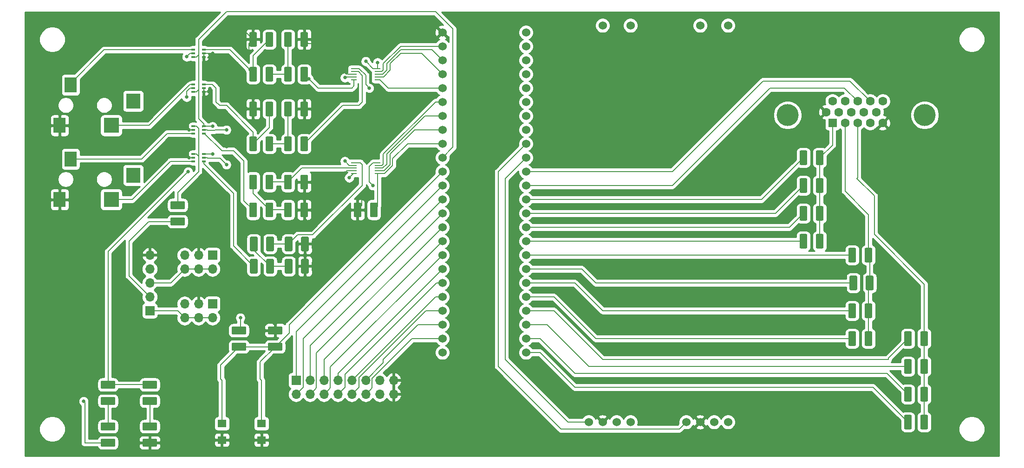
<source format=gbr>
G04 #@! TF.GenerationSoftware,KiCad,Pcbnew,(5.1.0)-1*
G04 #@! TF.CreationDate,2020-03-25T20:16:52-04:00*
G04 #@! TF.ProjectId,Bababooey,42616261-626f-46f6-9579-2e6b69636164,rev?*
G04 #@! TF.SameCoordinates,Original*
G04 #@! TF.FileFunction,Copper,L1,Top*
G04 #@! TF.FilePolarity,Positive*
%FSLAX46Y46*%
G04 Gerber Fmt 4.6, Leading zero omitted, Abs format (unit mm)*
G04 Created by KiCad (PCBNEW (5.1.0)-1) date 2020-03-25 20:16:52*
%MOMM*%
%LPD*%
G04 APERTURE LIST*
%ADD10O,1.700000X1.700000*%
%ADD11R,1.700000X1.700000*%
%ADD12C,0.100000*%
%ADD13C,1.425000*%
%ADD14R,0.650000X0.400000*%
%ADD15C,1.524000*%
%ADD16R,1.100000X0.250000*%
%ADD17R,1.600000X1.400000*%
%ADD18C,4.000000*%
%ADD19C,1.600000*%
%ADD20R,1.600000X1.600000*%
%ADD21R,2.800000X2.800000*%
%ADD22R,2.600000X2.800000*%
%ADD23R,2.200000X2.800000*%
%ADD24C,0.660400*%
%ADD25C,0.203200*%
%ADD26C,0.254000*%
G04 APERTURE END LIST*
D10*
X123190000Y-82550000D03*
X123190000Y-80010000D03*
X120650000Y-82550000D03*
X120650000Y-80010000D03*
X118110000Y-82550000D03*
X118110000Y-80010000D03*
X115570000Y-82550000D03*
X115570000Y-80010000D03*
X113030000Y-82550000D03*
X113030000Y-80010000D03*
X110490000Y-82550000D03*
X110490000Y-80010000D03*
X107950000Y-82550000D03*
X107950000Y-80010000D03*
X105410000Y-82550000D03*
D11*
X105410000Y-80010000D03*
D10*
X85090000Y-59690000D03*
X85090000Y-57150000D03*
X87630000Y-59690000D03*
X87630000Y-57150000D03*
X90170000Y-59690000D03*
D11*
X90170000Y-57150000D03*
D12*
G36*
X102699504Y-73166204D02*
G01*
X102723773Y-73169804D01*
X102747571Y-73175765D01*
X102770671Y-73184030D01*
X102792849Y-73194520D01*
X102813893Y-73207133D01*
X102833598Y-73221747D01*
X102851777Y-73238223D01*
X102868253Y-73256402D01*
X102882867Y-73276107D01*
X102895480Y-73297151D01*
X102905970Y-73319329D01*
X102914235Y-73342429D01*
X102920196Y-73366227D01*
X102923796Y-73390496D01*
X102925000Y-73415000D01*
X102925000Y-74340000D01*
X102923796Y-74364504D01*
X102920196Y-74388773D01*
X102914235Y-74412571D01*
X102905970Y-74435671D01*
X102895480Y-74457849D01*
X102882867Y-74478893D01*
X102868253Y-74498598D01*
X102851777Y-74516777D01*
X102833598Y-74533253D01*
X102813893Y-74547867D01*
X102792849Y-74560480D01*
X102770671Y-74570970D01*
X102747571Y-74579235D01*
X102723773Y-74585196D01*
X102699504Y-74588796D01*
X102675000Y-74590000D01*
X100525000Y-74590000D01*
X100500496Y-74588796D01*
X100476227Y-74585196D01*
X100452429Y-74579235D01*
X100429329Y-74570970D01*
X100407151Y-74560480D01*
X100386107Y-74547867D01*
X100366402Y-74533253D01*
X100348223Y-74516777D01*
X100331747Y-74498598D01*
X100317133Y-74478893D01*
X100304520Y-74457849D01*
X100294030Y-74435671D01*
X100285765Y-74412571D01*
X100279804Y-74388773D01*
X100276204Y-74364504D01*
X100275000Y-74340000D01*
X100275000Y-73415000D01*
X100276204Y-73390496D01*
X100279804Y-73366227D01*
X100285765Y-73342429D01*
X100294030Y-73319329D01*
X100304520Y-73297151D01*
X100317133Y-73276107D01*
X100331747Y-73256402D01*
X100348223Y-73238223D01*
X100366402Y-73221747D01*
X100386107Y-73207133D01*
X100407151Y-73194520D01*
X100429329Y-73184030D01*
X100452429Y-73175765D01*
X100476227Y-73169804D01*
X100500496Y-73166204D01*
X100525000Y-73165000D01*
X102675000Y-73165000D01*
X102699504Y-73166204D01*
X102699504Y-73166204D01*
G37*
D13*
X101600000Y-73877500D03*
D12*
G36*
X102699504Y-70191204D02*
G01*
X102723773Y-70194804D01*
X102747571Y-70200765D01*
X102770671Y-70209030D01*
X102792849Y-70219520D01*
X102813893Y-70232133D01*
X102833598Y-70246747D01*
X102851777Y-70263223D01*
X102868253Y-70281402D01*
X102882867Y-70301107D01*
X102895480Y-70322151D01*
X102905970Y-70344329D01*
X102914235Y-70367429D01*
X102920196Y-70391227D01*
X102923796Y-70415496D01*
X102925000Y-70440000D01*
X102925000Y-71365000D01*
X102923796Y-71389504D01*
X102920196Y-71413773D01*
X102914235Y-71437571D01*
X102905970Y-71460671D01*
X102895480Y-71482849D01*
X102882867Y-71503893D01*
X102868253Y-71523598D01*
X102851777Y-71541777D01*
X102833598Y-71558253D01*
X102813893Y-71572867D01*
X102792849Y-71585480D01*
X102770671Y-71595970D01*
X102747571Y-71604235D01*
X102723773Y-71610196D01*
X102699504Y-71613796D01*
X102675000Y-71615000D01*
X100525000Y-71615000D01*
X100500496Y-71613796D01*
X100476227Y-71610196D01*
X100452429Y-71604235D01*
X100429329Y-71595970D01*
X100407151Y-71585480D01*
X100386107Y-71572867D01*
X100366402Y-71558253D01*
X100348223Y-71541777D01*
X100331747Y-71523598D01*
X100317133Y-71503893D01*
X100304520Y-71482849D01*
X100294030Y-71460671D01*
X100285765Y-71437571D01*
X100279804Y-71413773D01*
X100276204Y-71389504D01*
X100275000Y-71365000D01*
X100275000Y-70440000D01*
X100276204Y-70415496D01*
X100279804Y-70391227D01*
X100285765Y-70367429D01*
X100294030Y-70344329D01*
X100304520Y-70322151D01*
X100317133Y-70301107D01*
X100331747Y-70281402D01*
X100348223Y-70263223D01*
X100366402Y-70246747D01*
X100386107Y-70232133D01*
X100407151Y-70219520D01*
X100429329Y-70209030D01*
X100452429Y-70200765D01*
X100476227Y-70194804D01*
X100500496Y-70191204D01*
X100525000Y-70190000D01*
X102675000Y-70190000D01*
X102699504Y-70191204D01*
X102699504Y-70191204D01*
G37*
D13*
X101600000Y-70902500D03*
D10*
X78740000Y-57150000D03*
X78740000Y-59690000D03*
X78740000Y-62230000D03*
X78740000Y-64770000D03*
D11*
X78740000Y-67310000D03*
D14*
X86680000Y-27320000D03*
X86680000Y-26020000D03*
X88580000Y-26670000D03*
X86680000Y-26670000D03*
X88580000Y-26020000D03*
X88580000Y-27320000D03*
X88580000Y-33640000D03*
X88580000Y-34940000D03*
X86680000Y-34290000D03*
X88580000Y-34290000D03*
X86680000Y-34940000D03*
X86680000Y-33640000D03*
D15*
X184150000Y-15240000D03*
X184150000Y-87630000D03*
X181610000Y-87630000D03*
X179070000Y-15240000D03*
X179070000Y-87630000D03*
X176530000Y-87630000D03*
X166370000Y-15240000D03*
X166370000Y-87630000D03*
X163830000Y-87630000D03*
X161290000Y-15240000D03*
X161290000Y-87630000D03*
X158750000Y-87630000D03*
D14*
X86680000Y-20970000D03*
X86680000Y-19670000D03*
X88580000Y-20320000D03*
X86680000Y-20320000D03*
X88580000Y-19670000D03*
X88580000Y-20970000D03*
D16*
X115960000Y-25130000D03*
X115960000Y-24630000D03*
X115960000Y-24130000D03*
X115960000Y-23630000D03*
X115960000Y-23130000D03*
X120260000Y-23130000D03*
X120260000Y-23630000D03*
X120260000Y-24130000D03*
X120260000Y-24630000D03*
X120260000Y-25130000D03*
X115960000Y-42275000D03*
X115960000Y-41775000D03*
X115960000Y-41275000D03*
X115960000Y-40775000D03*
X115960000Y-40275000D03*
X120260000Y-40275000D03*
X120260000Y-40775000D03*
X120260000Y-41275000D03*
X120260000Y-41775000D03*
X120260000Y-42275000D03*
D14*
X88580000Y-38720000D03*
X88580000Y-40020000D03*
X86680000Y-39370000D03*
X88580000Y-39370000D03*
X86680000Y-40020000D03*
X86680000Y-38720000D03*
D17*
X91904000Y-90908000D03*
X99104000Y-90908000D03*
X91904000Y-87908000D03*
X99104000Y-87908000D03*
D12*
G36*
X210254504Y-55826204D02*
G01*
X210278773Y-55829804D01*
X210302571Y-55835765D01*
X210325671Y-55844030D01*
X210347849Y-55854520D01*
X210368893Y-55867133D01*
X210388598Y-55881747D01*
X210406777Y-55898223D01*
X210423253Y-55916402D01*
X210437867Y-55936107D01*
X210450480Y-55957151D01*
X210460970Y-55979329D01*
X210469235Y-56002429D01*
X210475196Y-56026227D01*
X210478796Y-56050496D01*
X210480000Y-56075000D01*
X210480000Y-58225000D01*
X210478796Y-58249504D01*
X210475196Y-58273773D01*
X210469235Y-58297571D01*
X210460970Y-58320671D01*
X210450480Y-58342849D01*
X210437867Y-58363893D01*
X210423253Y-58383598D01*
X210406777Y-58401777D01*
X210388598Y-58418253D01*
X210368893Y-58432867D01*
X210347849Y-58445480D01*
X210325671Y-58455970D01*
X210302571Y-58464235D01*
X210278773Y-58470196D01*
X210254504Y-58473796D01*
X210230000Y-58475000D01*
X209305000Y-58475000D01*
X209280496Y-58473796D01*
X209256227Y-58470196D01*
X209232429Y-58464235D01*
X209209329Y-58455970D01*
X209187151Y-58445480D01*
X209166107Y-58432867D01*
X209146402Y-58418253D01*
X209128223Y-58401777D01*
X209111747Y-58383598D01*
X209097133Y-58363893D01*
X209084520Y-58342849D01*
X209074030Y-58320671D01*
X209065765Y-58297571D01*
X209059804Y-58273773D01*
X209056204Y-58249504D01*
X209055000Y-58225000D01*
X209055000Y-56075000D01*
X209056204Y-56050496D01*
X209059804Y-56026227D01*
X209065765Y-56002429D01*
X209074030Y-55979329D01*
X209084520Y-55957151D01*
X209097133Y-55936107D01*
X209111747Y-55916402D01*
X209128223Y-55898223D01*
X209146402Y-55881747D01*
X209166107Y-55867133D01*
X209187151Y-55854520D01*
X209209329Y-55844030D01*
X209232429Y-55835765D01*
X209256227Y-55829804D01*
X209280496Y-55826204D01*
X209305000Y-55825000D01*
X210230000Y-55825000D01*
X210254504Y-55826204D01*
X210254504Y-55826204D01*
G37*
D13*
X209767500Y-57150000D03*
D12*
G36*
X207279504Y-55826204D02*
G01*
X207303773Y-55829804D01*
X207327571Y-55835765D01*
X207350671Y-55844030D01*
X207372849Y-55854520D01*
X207393893Y-55867133D01*
X207413598Y-55881747D01*
X207431777Y-55898223D01*
X207448253Y-55916402D01*
X207462867Y-55936107D01*
X207475480Y-55957151D01*
X207485970Y-55979329D01*
X207494235Y-56002429D01*
X207500196Y-56026227D01*
X207503796Y-56050496D01*
X207505000Y-56075000D01*
X207505000Y-58225000D01*
X207503796Y-58249504D01*
X207500196Y-58273773D01*
X207494235Y-58297571D01*
X207485970Y-58320671D01*
X207475480Y-58342849D01*
X207462867Y-58363893D01*
X207448253Y-58383598D01*
X207431777Y-58401777D01*
X207413598Y-58418253D01*
X207393893Y-58432867D01*
X207372849Y-58445480D01*
X207350671Y-58455970D01*
X207327571Y-58464235D01*
X207303773Y-58470196D01*
X207279504Y-58473796D01*
X207255000Y-58475000D01*
X206330000Y-58475000D01*
X206305496Y-58473796D01*
X206281227Y-58470196D01*
X206257429Y-58464235D01*
X206234329Y-58455970D01*
X206212151Y-58445480D01*
X206191107Y-58432867D01*
X206171402Y-58418253D01*
X206153223Y-58401777D01*
X206136747Y-58383598D01*
X206122133Y-58363893D01*
X206109520Y-58342849D01*
X206099030Y-58320671D01*
X206090765Y-58297571D01*
X206084804Y-58273773D01*
X206081204Y-58249504D01*
X206080000Y-58225000D01*
X206080000Y-56075000D01*
X206081204Y-56050496D01*
X206084804Y-56026227D01*
X206090765Y-56002429D01*
X206099030Y-55979329D01*
X206109520Y-55957151D01*
X206122133Y-55936107D01*
X206136747Y-55916402D01*
X206153223Y-55898223D01*
X206171402Y-55881747D01*
X206191107Y-55867133D01*
X206212151Y-55854520D01*
X206234329Y-55844030D01*
X206257429Y-55835765D01*
X206281227Y-55829804D01*
X206305496Y-55826204D01*
X206330000Y-55825000D01*
X207255000Y-55825000D01*
X207279504Y-55826204D01*
X207279504Y-55826204D01*
G37*
D13*
X206792500Y-57150000D03*
D12*
G36*
X220414504Y-71066204D02*
G01*
X220438773Y-71069804D01*
X220462571Y-71075765D01*
X220485671Y-71084030D01*
X220507849Y-71094520D01*
X220528893Y-71107133D01*
X220548598Y-71121747D01*
X220566777Y-71138223D01*
X220583253Y-71156402D01*
X220597867Y-71176107D01*
X220610480Y-71197151D01*
X220620970Y-71219329D01*
X220629235Y-71242429D01*
X220635196Y-71266227D01*
X220638796Y-71290496D01*
X220640000Y-71315000D01*
X220640000Y-73465000D01*
X220638796Y-73489504D01*
X220635196Y-73513773D01*
X220629235Y-73537571D01*
X220620970Y-73560671D01*
X220610480Y-73582849D01*
X220597867Y-73603893D01*
X220583253Y-73623598D01*
X220566777Y-73641777D01*
X220548598Y-73658253D01*
X220528893Y-73672867D01*
X220507849Y-73685480D01*
X220485671Y-73695970D01*
X220462571Y-73704235D01*
X220438773Y-73710196D01*
X220414504Y-73713796D01*
X220390000Y-73715000D01*
X219465000Y-73715000D01*
X219440496Y-73713796D01*
X219416227Y-73710196D01*
X219392429Y-73704235D01*
X219369329Y-73695970D01*
X219347151Y-73685480D01*
X219326107Y-73672867D01*
X219306402Y-73658253D01*
X219288223Y-73641777D01*
X219271747Y-73623598D01*
X219257133Y-73603893D01*
X219244520Y-73582849D01*
X219234030Y-73560671D01*
X219225765Y-73537571D01*
X219219804Y-73513773D01*
X219216204Y-73489504D01*
X219215000Y-73465000D01*
X219215000Y-71315000D01*
X219216204Y-71290496D01*
X219219804Y-71266227D01*
X219225765Y-71242429D01*
X219234030Y-71219329D01*
X219244520Y-71197151D01*
X219257133Y-71176107D01*
X219271747Y-71156402D01*
X219288223Y-71138223D01*
X219306402Y-71121747D01*
X219326107Y-71107133D01*
X219347151Y-71094520D01*
X219369329Y-71084030D01*
X219392429Y-71075765D01*
X219416227Y-71069804D01*
X219440496Y-71066204D01*
X219465000Y-71065000D01*
X220390000Y-71065000D01*
X220414504Y-71066204D01*
X220414504Y-71066204D01*
G37*
D13*
X219927500Y-72390000D03*
D12*
G36*
X217439504Y-71066204D02*
G01*
X217463773Y-71069804D01*
X217487571Y-71075765D01*
X217510671Y-71084030D01*
X217532849Y-71094520D01*
X217553893Y-71107133D01*
X217573598Y-71121747D01*
X217591777Y-71138223D01*
X217608253Y-71156402D01*
X217622867Y-71176107D01*
X217635480Y-71197151D01*
X217645970Y-71219329D01*
X217654235Y-71242429D01*
X217660196Y-71266227D01*
X217663796Y-71290496D01*
X217665000Y-71315000D01*
X217665000Y-73465000D01*
X217663796Y-73489504D01*
X217660196Y-73513773D01*
X217654235Y-73537571D01*
X217645970Y-73560671D01*
X217635480Y-73582849D01*
X217622867Y-73603893D01*
X217608253Y-73623598D01*
X217591777Y-73641777D01*
X217573598Y-73658253D01*
X217553893Y-73672867D01*
X217532849Y-73685480D01*
X217510671Y-73695970D01*
X217487571Y-73704235D01*
X217463773Y-73710196D01*
X217439504Y-73713796D01*
X217415000Y-73715000D01*
X216490000Y-73715000D01*
X216465496Y-73713796D01*
X216441227Y-73710196D01*
X216417429Y-73704235D01*
X216394329Y-73695970D01*
X216372151Y-73685480D01*
X216351107Y-73672867D01*
X216331402Y-73658253D01*
X216313223Y-73641777D01*
X216296747Y-73623598D01*
X216282133Y-73603893D01*
X216269520Y-73582849D01*
X216259030Y-73560671D01*
X216250765Y-73537571D01*
X216244804Y-73513773D01*
X216241204Y-73489504D01*
X216240000Y-73465000D01*
X216240000Y-71315000D01*
X216241204Y-71290496D01*
X216244804Y-71266227D01*
X216250765Y-71242429D01*
X216259030Y-71219329D01*
X216269520Y-71197151D01*
X216282133Y-71176107D01*
X216296747Y-71156402D01*
X216313223Y-71138223D01*
X216331402Y-71121747D01*
X216351107Y-71107133D01*
X216372151Y-71094520D01*
X216394329Y-71084030D01*
X216417429Y-71075765D01*
X216441227Y-71069804D01*
X216465496Y-71066204D01*
X216490000Y-71065000D01*
X217415000Y-71065000D01*
X217439504Y-71066204D01*
X217439504Y-71066204D01*
G37*
D13*
X216952500Y-72390000D03*
D12*
G36*
X201364504Y-38046204D02*
G01*
X201388773Y-38049804D01*
X201412571Y-38055765D01*
X201435671Y-38064030D01*
X201457849Y-38074520D01*
X201478893Y-38087133D01*
X201498598Y-38101747D01*
X201516777Y-38118223D01*
X201533253Y-38136402D01*
X201547867Y-38156107D01*
X201560480Y-38177151D01*
X201570970Y-38199329D01*
X201579235Y-38222429D01*
X201585196Y-38246227D01*
X201588796Y-38270496D01*
X201590000Y-38295000D01*
X201590000Y-40445000D01*
X201588796Y-40469504D01*
X201585196Y-40493773D01*
X201579235Y-40517571D01*
X201570970Y-40540671D01*
X201560480Y-40562849D01*
X201547867Y-40583893D01*
X201533253Y-40603598D01*
X201516777Y-40621777D01*
X201498598Y-40638253D01*
X201478893Y-40652867D01*
X201457849Y-40665480D01*
X201435671Y-40675970D01*
X201412571Y-40684235D01*
X201388773Y-40690196D01*
X201364504Y-40693796D01*
X201340000Y-40695000D01*
X200415000Y-40695000D01*
X200390496Y-40693796D01*
X200366227Y-40690196D01*
X200342429Y-40684235D01*
X200319329Y-40675970D01*
X200297151Y-40665480D01*
X200276107Y-40652867D01*
X200256402Y-40638253D01*
X200238223Y-40621777D01*
X200221747Y-40603598D01*
X200207133Y-40583893D01*
X200194520Y-40562849D01*
X200184030Y-40540671D01*
X200175765Y-40517571D01*
X200169804Y-40493773D01*
X200166204Y-40469504D01*
X200165000Y-40445000D01*
X200165000Y-38295000D01*
X200166204Y-38270496D01*
X200169804Y-38246227D01*
X200175765Y-38222429D01*
X200184030Y-38199329D01*
X200194520Y-38177151D01*
X200207133Y-38156107D01*
X200221747Y-38136402D01*
X200238223Y-38118223D01*
X200256402Y-38101747D01*
X200276107Y-38087133D01*
X200297151Y-38074520D01*
X200319329Y-38064030D01*
X200342429Y-38055765D01*
X200366227Y-38049804D01*
X200390496Y-38046204D01*
X200415000Y-38045000D01*
X201340000Y-38045000D01*
X201364504Y-38046204D01*
X201364504Y-38046204D01*
G37*
D13*
X200877500Y-39370000D03*
D12*
G36*
X198389504Y-38046204D02*
G01*
X198413773Y-38049804D01*
X198437571Y-38055765D01*
X198460671Y-38064030D01*
X198482849Y-38074520D01*
X198503893Y-38087133D01*
X198523598Y-38101747D01*
X198541777Y-38118223D01*
X198558253Y-38136402D01*
X198572867Y-38156107D01*
X198585480Y-38177151D01*
X198595970Y-38199329D01*
X198604235Y-38222429D01*
X198610196Y-38246227D01*
X198613796Y-38270496D01*
X198615000Y-38295000D01*
X198615000Y-40445000D01*
X198613796Y-40469504D01*
X198610196Y-40493773D01*
X198604235Y-40517571D01*
X198595970Y-40540671D01*
X198585480Y-40562849D01*
X198572867Y-40583893D01*
X198558253Y-40603598D01*
X198541777Y-40621777D01*
X198523598Y-40638253D01*
X198503893Y-40652867D01*
X198482849Y-40665480D01*
X198460671Y-40675970D01*
X198437571Y-40684235D01*
X198413773Y-40690196D01*
X198389504Y-40693796D01*
X198365000Y-40695000D01*
X197440000Y-40695000D01*
X197415496Y-40693796D01*
X197391227Y-40690196D01*
X197367429Y-40684235D01*
X197344329Y-40675970D01*
X197322151Y-40665480D01*
X197301107Y-40652867D01*
X197281402Y-40638253D01*
X197263223Y-40621777D01*
X197246747Y-40603598D01*
X197232133Y-40583893D01*
X197219520Y-40562849D01*
X197209030Y-40540671D01*
X197200765Y-40517571D01*
X197194804Y-40493773D01*
X197191204Y-40469504D01*
X197190000Y-40445000D01*
X197190000Y-38295000D01*
X197191204Y-38270496D01*
X197194804Y-38246227D01*
X197200765Y-38222429D01*
X197209030Y-38199329D01*
X197219520Y-38177151D01*
X197232133Y-38156107D01*
X197246747Y-38136402D01*
X197263223Y-38118223D01*
X197281402Y-38101747D01*
X197301107Y-38087133D01*
X197322151Y-38074520D01*
X197344329Y-38064030D01*
X197367429Y-38055765D01*
X197391227Y-38049804D01*
X197415496Y-38046204D01*
X197440000Y-38045000D01*
X198365000Y-38045000D01*
X198389504Y-38046204D01*
X198389504Y-38046204D01*
G37*
D13*
X197902500Y-39370000D03*
D12*
G36*
X210472004Y-60906204D02*
G01*
X210496273Y-60909804D01*
X210520071Y-60915765D01*
X210543171Y-60924030D01*
X210565349Y-60934520D01*
X210586393Y-60947133D01*
X210606098Y-60961747D01*
X210624277Y-60978223D01*
X210640753Y-60996402D01*
X210655367Y-61016107D01*
X210667980Y-61037151D01*
X210678470Y-61059329D01*
X210686735Y-61082429D01*
X210692696Y-61106227D01*
X210696296Y-61130496D01*
X210697500Y-61155000D01*
X210697500Y-63305000D01*
X210696296Y-63329504D01*
X210692696Y-63353773D01*
X210686735Y-63377571D01*
X210678470Y-63400671D01*
X210667980Y-63422849D01*
X210655367Y-63443893D01*
X210640753Y-63463598D01*
X210624277Y-63481777D01*
X210606098Y-63498253D01*
X210586393Y-63512867D01*
X210565349Y-63525480D01*
X210543171Y-63535970D01*
X210520071Y-63544235D01*
X210496273Y-63550196D01*
X210472004Y-63553796D01*
X210447500Y-63555000D01*
X209522500Y-63555000D01*
X209497996Y-63553796D01*
X209473727Y-63550196D01*
X209449929Y-63544235D01*
X209426829Y-63535970D01*
X209404651Y-63525480D01*
X209383607Y-63512867D01*
X209363902Y-63498253D01*
X209345723Y-63481777D01*
X209329247Y-63463598D01*
X209314633Y-63443893D01*
X209302020Y-63422849D01*
X209291530Y-63400671D01*
X209283265Y-63377571D01*
X209277304Y-63353773D01*
X209273704Y-63329504D01*
X209272500Y-63305000D01*
X209272500Y-61155000D01*
X209273704Y-61130496D01*
X209277304Y-61106227D01*
X209283265Y-61082429D01*
X209291530Y-61059329D01*
X209302020Y-61037151D01*
X209314633Y-61016107D01*
X209329247Y-60996402D01*
X209345723Y-60978223D01*
X209363902Y-60961747D01*
X209383607Y-60947133D01*
X209404651Y-60934520D01*
X209426829Y-60924030D01*
X209449929Y-60915765D01*
X209473727Y-60909804D01*
X209497996Y-60906204D01*
X209522500Y-60905000D01*
X210447500Y-60905000D01*
X210472004Y-60906204D01*
X210472004Y-60906204D01*
G37*
D13*
X209985000Y-62230000D03*
D12*
G36*
X207497004Y-60906204D02*
G01*
X207521273Y-60909804D01*
X207545071Y-60915765D01*
X207568171Y-60924030D01*
X207590349Y-60934520D01*
X207611393Y-60947133D01*
X207631098Y-60961747D01*
X207649277Y-60978223D01*
X207665753Y-60996402D01*
X207680367Y-61016107D01*
X207692980Y-61037151D01*
X207703470Y-61059329D01*
X207711735Y-61082429D01*
X207717696Y-61106227D01*
X207721296Y-61130496D01*
X207722500Y-61155000D01*
X207722500Y-63305000D01*
X207721296Y-63329504D01*
X207717696Y-63353773D01*
X207711735Y-63377571D01*
X207703470Y-63400671D01*
X207692980Y-63422849D01*
X207680367Y-63443893D01*
X207665753Y-63463598D01*
X207649277Y-63481777D01*
X207631098Y-63498253D01*
X207611393Y-63512867D01*
X207590349Y-63525480D01*
X207568171Y-63535970D01*
X207545071Y-63544235D01*
X207521273Y-63550196D01*
X207497004Y-63553796D01*
X207472500Y-63555000D01*
X206547500Y-63555000D01*
X206522996Y-63553796D01*
X206498727Y-63550196D01*
X206474929Y-63544235D01*
X206451829Y-63535970D01*
X206429651Y-63525480D01*
X206408607Y-63512867D01*
X206388902Y-63498253D01*
X206370723Y-63481777D01*
X206354247Y-63463598D01*
X206339633Y-63443893D01*
X206327020Y-63422849D01*
X206316530Y-63400671D01*
X206308265Y-63377571D01*
X206302304Y-63353773D01*
X206298704Y-63329504D01*
X206297500Y-63305000D01*
X206297500Y-61155000D01*
X206298704Y-61130496D01*
X206302304Y-61106227D01*
X206308265Y-61082429D01*
X206316530Y-61059329D01*
X206327020Y-61037151D01*
X206339633Y-61016107D01*
X206354247Y-60996402D01*
X206370723Y-60978223D01*
X206388902Y-60961747D01*
X206408607Y-60947133D01*
X206429651Y-60934520D01*
X206451829Y-60924030D01*
X206474929Y-60915765D01*
X206498727Y-60909804D01*
X206522996Y-60906204D01*
X206547500Y-60905000D01*
X207472500Y-60905000D01*
X207497004Y-60906204D01*
X207497004Y-60906204D01*
G37*
D13*
X207010000Y-62230000D03*
D12*
G36*
X220414504Y-76146204D02*
G01*
X220438773Y-76149804D01*
X220462571Y-76155765D01*
X220485671Y-76164030D01*
X220507849Y-76174520D01*
X220528893Y-76187133D01*
X220548598Y-76201747D01*
X220566777Y-76218223D01*
X220583253Y-76236402D01*
X220597867Y-76256107D01*
X220610480Y-76277151D01*
X220620970Y-76299329D01*
X220629235Y-76322429D01*
X220635196Y-76346227D01*
X220638796Y-76370496D01*
X220640000Y-76395000D01*
X220640000Y-78545000D01*
X220638796Y-78569504D01*
X220635196Y-78593773D01*
X220629235Y-78617571D01*
X220620970Y-78640671D01*
X220610480Y-78662849D01*
X220597867Y-78683893D01*
X220583253Y-78703598D01*
X220566777Y-78721777D01*
X220548598Y-78738253D01*
X220528893Y-78752867D01*
X220507849Y-78765480D01*
X220485671Y-78775970D01*
X220462571Y-78784235D01*
X220438773Y-78790196D01*
X220414504Y-78793796D01*
X220390000Y-78795000D01*
X219465000Y-78795000D01*
X219440496Y-78793796D01*
X219416227Y-78790196D01*
X219392429Y-78784235D01*
X219369329Y-78775970D01*
X219347151Y-78765480D01*
X219326107Y-78752867D01*
X219306402Y-78738253D01*
X219288223Y-78721777D01*
X219271747Y-78703598D01*
X219257133Y-78683893D01*
X219244520Y-78662849D01*
X219234030Y-78640671D01*
X219225765Y-78617571D01*
X219219804Y-78593773D01*
X219216204Y-78569504D01*
X219215000Y-78545000D01*
X219215000Y-76395000D01*
X219216204Y-76370496D01*
X219219804Y-76346227D01*
X219225765Y-76322429D01*
X219234030Y-76299329D01*
X219244520Y-76277151D01*
X219257133Y-76256107D01*
X219271747Y-76236402D01*
X219288223Y-76218223D01*
X219306402Y-76201747D01*
X219326107Y-76187133D01*
X219347151Y-76174520D01*
X219369329Y-76164030D01*
X219392429Y-76155765D01*
X219416227Y-76149804D01*
X219440496Y-76146204D01*
X219465000Y-76145000D01*
X220390000Y-76145000D01*
X220414504Y-76146204D01*
X220414504Y-76146204D01*
G37*
D13*
X219927500Y-77470000D03*
D12*
G36*
X217439504Y-76146204D02*
G01*
X217463773Y-76149804D01*
X217487571Y-76155765D01*
X217510671Y-76164030D01*
X217532849Y-76174520D01*
X217553893Y-76187133D01*
X217573598Y-76201747D01*
X217591777Y-76218223D01*
X217608253Y-76236402D01*
X217622867Y-76256107D01*
X217635480Y-76277151D01*
X217645970Y-76299329D01*
X217654235Y-76322429D01*
X217660196Y-76346227D01*
X217663796Y-76370496D01*
X217665000Y-76395000D01*
X217665000Y-78545000D01*
X217663796Y-78569504D01*
X217660196Y-78593773D01*
X217654235Y-78617571D01*
X217645970Y-78640671D01*
X217635480Y-78662849D01*
X217622867Y-78683893D01*
X217608253Y-78703598D01*
X217591777Y-78721777D01*
X217573598Y-78738253D01*
X217553893Y-78752867D01*
X217532849Y-78765480D01*
X217510671Y-78775970D01*
X217487571Y-78784235D01*
X217463773Y-78790196D01*
X217439504Y-78793796D01*
X217415000Y-78795000D01*
X216490000Y-78795000D01*
X216465496Y-78793796D01*
X216441227Y-78790196D01*
X216417429Y-78784235D01*
X216394329Y-78775970D01*
X216372151Y-78765480D01*
X216351107Y-78752867D01*
X216331402Y-78738253D01*
X216313223Y-78721777D01*
X216296747Y-78703598D01*
X216282133Y-78683893D01*
X216269520Y-78662849D01*
X216259030Y-78640671D01*
X216250765Y-78617571D01*
X216244804Y-78593773D01*
X216241204Y-78569504D01*
X216240000Y-78545000D01*
X216240000Y-76395000D01*
X216241204Y-76370496D01*
X216244804Y-76346227D01*
X216250765Y-76322429D01*
X216259030Y-76299329D01*
X216269520Y-76277151D01*
X216282133Y-76256107D01*
X216296747Y-76236402D01*
X216313223Y-76218223D01*
X216331402Y-76201747D01*
X216351107Y-76187133D01*
X216372151Y-76174520D01*
X216394329Y-76164030D01*
X216417429Y-76155765D01*
X216441227Y-76149804D01*
X216465496Y-76146204D01*
X216490000Y-76145000D01*
X217415000Y-76145000D01*
X217439504Y-76146204D01*
X217439504Y-76146204D01*
G37*
D13*
X216952500Y-77470000D03*
D12*
G36*
X201364504Y-43126204D02*
G01*
X201388773Y-43129804D01*
X201412571Y-43135765D01*
X201435671Y-43144030D01*
X201457849Y-43154520D01*
X201478893Y-43167133D01*
X201498598Y-43181747D01*
X201516777Y-43198223D01*
X201533253Y-43216402D01*
X201547867Y-43236107D01*
X201560480Y-43257151D01*
X201570970Y-43279329D01*
X201579235Y-43302429D01*
X201585196Y-43326227D01*
X201588796Y-43350496D01*
X201590000Y-43375000D01*
X201590000Y-45525000D01*
X201588796Y-45549504D01*
X201585196Y-45573773D01*
X201579235Y-45597571D01*
X201570970Y-45620671D01*
X201560480Y-45642849D01*
X201547867Y-45663893D01*
X201533253Y-45683598D01*
X201516777Y-45701777D01*
X201498598Y-45718253D01*
X201478893Y-45732867D01*
X201457849Y-45745480D01*
X201435671Y-45755970D01*
X201412571Y-45764235D01*
X201388773Y-45770196D01*
X201364504Y-45773796D01*
X201340000Y-45775000D01*
X200415000Y-45775000D01*
X200390496Y-45773796D01*
X200366227Y-45770196D01*
X200342429Y-45764235D01*
X200319329Y-45755970D01*
X200297151Y-45745480D01*
X200276107Y-45732867D01*
X200256402Y-45718253D01*
X200238223Y-45701777D01*
X200221747Y-45683598D01*
X200207133Y-45663893D01*
X200194520Y-45642849D01*
X200184030Y-45620671D01*
X200175765Y-45597571D01*
X200169804Y-45573773D01*
X200166204Y-45549504D01*
X200165000Y-45525000D01*
X200165000Y-43375000D01*
X200166204Y-43350496D01*
X200169804Y-43326227D01*
X200175765Y-43302429D01*
X200184030Y-43279329D01*
X200194520Y-43257151D01*
X200207133Y-43236107D01*
X200221747Y-43216402D01*
X200238223Y-43198223D01*
X200256402Y-43181747D01*
X200276107Y-43167133D01*
X200297151Y-43154520D01*
X200319329Y-43144030D01*
X200342429Y-43135765D01*
X200366227Y-43129804D01*
X200390496Y-43126204D01*
X200415000Y-43125000D01*
X201340000Y-43125000D01*
X201364504Y-43126204D01*
X201364504Y-43126204D01*
G37*
D13*
X200877500Y-44450000D03*
D12*
G36*
X198389504Y-43126204D02*
G01*
X198413773Y-43129804D01*
X198437571Y-43135765D01*
X198460671Y-43144030D01*
X198482849Y-43154520D01*
X198503893Y-43167133D01*
X198523598Y-43181747D01*
X198541777Y-43198223D01*
X198558253Y-43216402D01*
X198572867Y-43236107D01*
X198585480Y-43257151D01*
X198595970Y-43279329D01*
X198604235Y-43302429D01*
X198610196Y-43326227D01*
X198613796Y-43350496D01*
X198615000Y-43375000D01*
X198615000Y-45525000D01*
X198613796Y-45549504D01*
X198610196Y-45573773D01*
X198604235Y-45597571D01*
X198595970Y-45620671D01*
X198585480Y-45642849D01*
X198572867Y-45663893D01*
X198558253Y-45683598D01*
X198541777Y-45701777D01*
X198523598Y-45718253D01*
X198503893Y-45732867D01*
X198482849Y-45745480D01*
X198460671Y-45755970D01*
X198437571Y-45764235D01*
X198413773Y-45770196D01*
X198389504Y-45773796D01*
X198365000Y-45775000D01*
X197440000Y-45775000D01*
X197415496Y-45773796D01*
X197391227Y-45770196D01*
X197367429Y-45764235D01*
X197344329Y-45755970D01*
X197322151Y-45745480D01*
X197301107Y-45732867D01*
X197281402Y-45718253D01*
X197263223Y-45701777D01*
X197246747Y-45683598D01*
X197232133Y-45663893D01*
X197219520Y-45642849D01*
X197209030Y-45620671D01*
X197200765Y-45597571D01*
X197194804Y-45573773D01*
X197191204Y-45549504D01*
X197190000Y-45525000D01*
X197190000Y-43375000D01*
X197191204Y-43350496D01*
X197194804Y-43326227D01*
X197200765Y-43302429D01*
X197209030Y-43279329D01*
X197219520Y-43257151D01*
X197232133Y-43236107D01*
X197246747Y-43216402D01*
X197263223Y-43198223D01*
X197281402Y-43181747D01*
X197301107Y-43167133D01*
X197322151Y-43154520D01*
X197344329Y-43144030D01*
X197367429Y-43135765D01*
X197391227Y-43129804D01*
X197415496Y-43126204D01*
X197440000Y-43125000D01*
X198365000Y-43125000D01*
X198389504Y-43126204D01*
X198389504Y-43126204D01*
G37*
D13*
X197902500Y-44450000D03*
D12*
G36*
X210254504Y-65986204D02*
G01*
X210278773Y-65989804D01*
X210302571Y-65995765D01*
X210325671Y-66004030D01*
X210347849Y-66014520D01*
X210368893Y-66027133D01*
X210388598Y-66041747D01*
X210406777Y-66058223D01*
X210423253Y-66076402D01*
X210437867Y-66096107D01*
X210450480Y-66117151D01*
X210460970Y-66139329D01*
X210469235Y-66162429D01*
X210475196Y-66186227D01*
X210478796Y-66210496D01*
X210480000Y-66235000D01*
X210480000Y-68385000D01*
X210478796Y-68409504D01*
X210475196Y-68433773D01*
X210469235Y-68457571D01*
X210460970Y-68480671D01*
X210450480Y-68502849D01*
X210437867Y-68523893D01*
X210423253Y-68543598D01*
X210406777Y-68561777D01*
X210388598Y-68578253D01*
X210368893Y-68592867D01*
X210347849Y-68605480D01*
X210325671Y-68615970D01*
X210302571Y-68624235D01*
X210278773Y-68630196D01*
X210254504Y-68633796D01*
X210230000Y-68635000D01*
X209305000Y-68635000D01*
X209280496Y-68633796D01*
X209256227Y-68630196D01*
X209232429Y-68624235D01*
X209209329Y-68615970D01*
X209187151Y-68605480D01*
X209166107Y-68592867D01*
X209146402Y-68578253D01*
X209128223Y-68561777D01*
X209111747Y-68543598D01*
X209097133Y-68523893D01*
X209084520Y-68502849D01*
X209074030Y-68480671D01*
X209065765Y-68457571D01*
X209059804Y-68433773D01*
X209056204Y-68409504D01*
X209055000Y-68385000D01*
X209055000Y-66235000D01*
X209056204Y-66210496D01*
X209059804Y-66186227D01*
X209065765Y-66162429D01*
X209074030Y-66139329D01*
X209084520Y-66117151D01*
X209097133Y-66096107D01*
X209111747Y-66076402D01*
X209128223Y-66058223D01*
X209146402Y-66041747D01*
X209166107Y-66027133D01*
X209187151Y-66014520D01*
X209209329Y-66004030D01*
X209232429Y-65995765D01*
X209256227Y-65989804D01*
X209280496Y-65986204D01*
X209305000Y-65985000D01*
X210230000Y-65985000D01*
X210254504Y-65986204D01*
X210254504Y-65986204D01*
G37*
D13*
X209767500Y-67310000D03*
D12*
G36*
X207279504Y-65986204D02*
G01*
X207303773Y-65989804D01*
X207327571Y-65995765D01*
X207350671Y-66004030D01*
X207372849Y-66014520D01*
X207393893Y-66027133D01*
X207413598Y-66041747D01*
X207431777Y-66058223D01*
X207448253Y-66076402D01*
X207462867Y-66096107D01*
X207475480Y-66117151D01*
X207485970Y-66139329D01*
X207494235Y-66162429D01*
X207500196Y-66186227D01*
X207503796Y-66210496D01*
X207505000Y-66235000D01*
X207505000Y-68385000D01*
X207503796Y-68409504D01*
X207500196Y-68433773D01*
X207494235Y-68457571D01*
X207485970Y-68480671D01*
X207475480Y-68502849D01*
X207462867Y-68523893D01*
X207448253Y-68543598D01*
X207431777Y-68561777D01*
X207413598Y-68578253D01*
X207393893Y-68592867D01*
X207372849Y-68605480D01*
X207350671Y-68615970D01*
X207327571Y-68624235D01*
X207303773Y-68630196D01*
X207279504Y-68633796D01*
X207255000Y-68635000D01*
X206330000Y-68635000D01*
X206305496Y-68633796D01*
X206281227Y-68630196D01*
X206257429Y-68624235D01*
X206234329Y-68615970D01*
X206212151Y-68605480D01*
X206191107Y-68592867D01*
X206171402Y-68578253D01*
X206153223Y-68561777D01*
X206136747Y-68543598D01*
X206122133Y-68523893D01*
X206109520Y-68502849D01*
X206099030Y-68480671D01*
X206090765Y-68457571D01*
X206084804Y-68433773D01*
X206081204Y-68409504D01*
X206080000Y-68385000D01*
X206080000Y-66235000D01*
X206081204Y-66210496D01*
X206084804Y-66186227D01*
X206090765Y-66162429D01*
X206099030Y-66139329D01*
X206109520Y-66117151D01*
X206122133Y-66096107D01*
X206136747Y-66076402D01*
X206153223Y-66058223D01*
X206171402Y-66041747D01*
X206191107Y-66027133D01*
X206212151Y-66014520D01*
X206234329Y-66004030D01*
X206257429Y-65995765D01*
X206281227Y-65989804D01*
X206305496Y-65986204D01*
X206330000Y-65985000D01*
X207255000Y-65985000D01*
X207279504Y-65986204D01*
X207279504Y-65986204D01*
G37*
D13*
X206792500Y-67310000D03*
D12*
G36*
X220414504Y-81226204D02*
G01*
X220438773Y-81229804D01*
X220462571Y-81235765D01*
X220485671Y-81244030D01*
X220507849Y-81254520D01*
X220528893Y-81267133D01*
X220548598Y-81281747D01*
X220566777Y-81298223D01*
X220583253Y-81316402D01*
X220597867Y-81336107D01*
X220610480Y-81357151D01*
X220620970Y-81379329D01*
X220629235Y-81402429D01*
X220635196Y-81426227D01*
X220638796Y-81450496D01*
X220640000Y-81475000D01*
X220640000Y-83625000D01*
X220638796Y-83649504D01*
X220635196Y-83673773D01*
X220629235Y-83697571D01*
X220620970Y-83720671D01*
X220610480Y-83742849D01*
X220597867Y-83763893D01*
X220583253Y-83783598D01*
X220566777Y-83801777D01*
X220548598Y-83818253D01*
X220528893Y-83832867D01*
X220507849Y-83845480D01*
X220485671Y-83855970D01*
X220462571Y-83864235D01*
X220438773Y-83870196D01*
X220414504Y-83873796D01*
X220390000Y-83875000D01*
X219465000Y-83875000D01*
X219440496Y-83873796D01*
X219416227Y-83870196D01*
X219392429Y-83864235D01*
X219369329Y-83855970D01*
X219347151Y-83845480D01*
X219326107Y-83832867D01*
X219306402Y-83818253D01*
X219288223Y-83801777D01*
X219271747Y-83783598D01*
X219257133Y-83763893D01*
X219244520Y-83742849D01*
X219234030Y-83720671D01*
X219225765Y-83697571D01*
X219219804Y-83673773D01*
X219216204Y-83649504D01*
X219215000Y-83625000D01*
X219215000Y-81475000D01*
X219216204Y-81450496D01*
X219219804Y-81426227D01*
X219225765Y-81402429D01*
X219234030Y-81379329D01*
X219244520Y-81357151D01*
X219257133Y-81336107D01*
X219271747Y-81316402D01*
X219288223Y-81298223D01*
X219306402Y-81281747D01*
X219326107Y-81267133D01*
X219347151Y-81254520D01*
X219369329Y-81244030D01*
X219392429Y-81235765D01*
X219416227Y-81229804D01*
X219440496Y-81226204D01*
X219465000Y-81225000D01*
X220390000Y-81225000D01*
X220414504Y-81226204D01*
X220414504Y-81226204D01*
G37*
D13*
X219927500Y-82550000D03*
D12*
G36*
X217439504Y-81226204D02*
G01*
X217463773Y-81229804D01*
X217487571Y-81235765D01*
X217510671Y-81244030D01*
X217532849Y-81254520D01*
X217553893Y-81267133D01*
X217573598Y-81281747D01*
X217591777Y-81298223D01*
X217608253Y-81316402D01*
X217622867Y-81336107D01*
X217635480Y-81357151D01*
X217645970Y-81379329D01*
X217654235Y-81402429D01*
X217660196Y-81426227D01*
X217663796Y-81450496D01*
X217665000Y-81475000D01*
X217665000Y-83625000D01*
X217663796Y-83649504D01*
X217660196Y-83673773D01*
X217654235Y-83697571D01*
X217645970Y-83720671D01*
X217635480Y-83742849D01*
X217622867Y-83763893D01*
X217608253Y-83783598D01*
X217591777Y-83801777D01*
X217573598Y-83818253D01*
X217553893Y-83832867D01*
X217532849Y-83845480D01*
X217510671Y-83855970D01*
X217487571Y-83864235D01*
X217463773Y-83870196D01*
X217439504Y-83873796D01*
X217415000Y-83875000D01*
X216490000Y-83875000D01*
X216465496Y-83873796D01*
X216441227Y-83870196D01*
X216417429Y-83864235D01*
X216394329Y-83855970D01*
X216372151Y-83845480D01*
X216351107Y-83832867D01*
X216331402Y-83818253D01*
X216313223Y-83801777D01*
X216296747Y-83783598D01*
X216282133Y-83763893D01*
X216269520Y-83742849D01*
X216259030Y-83720671D01*
X216250765Y-83697571D01*
X216244804Y-83673773D01*
X216241204Y-83649504D01*
X216240000Y-83625000D01*
X216240000Y-81475000D01*
X216241204Y-81450496D01*
X216244804Y-81426227D01*
X216250765Y-81402429D01*
X216259030Y-81379329D01*
X216269520Y-81357151D01*
X216282133Y-81336107D01*
X216296747Y-81316402D01*
X216313223Y-81298223D01*
X216331402Y-81281747D01*
X216351107Y-81267133D01*
X216372151Y-81254520D01*
X216394329Y-81244030D01*
X216417429Y-81235765D01*
X216441227Y-81229804D01*
X216465496Y-81226204D01*
X216490000Y-81225000D01*
X217415000Y-81225000D01*
X217439504Y-81226204D01*
X217439504Y-81226204D01*
G37*
D13*
X216952500Y-82550000D03*
D12*
G36*
X201364504Y-48206204D02*
G01*
X201388773Y-48209804D01*
X201412571Y-48215765D01*
X201435671Y-48224030D01*
X201457849Y-48234520D01*
X201478893Y-48247133D01*
X201498598Y-48261747D01*
X201516777Y-48278223D01*
X201533253Y-48296402D01*
X201547867Y-48316107D01*
X201560480Y-48337151D01*
X201570970Y-48359329D01*
X201579235Y-48382429D01*
X201585196Y-48406227D01*
X201588796Y-48430496D01*
X201590000Y-48455000D01*
X201590000Y-50605000D01*
X201588796Y-50629504D01*
X201585196Y-50653773D01*
X201579235Y-50677571D01*
X201570970Y-50700671D01*
X201560480Y-50722849D01*
X201547867Y-50743893D01*
X201533253Y-50763598D01*
X201516777Y-50781777D01*
X201498598Y-50798253D01*
X201478893Y-50812867D01*
X201457849Y-50825480D01*
X201435671Y-50835970D01*
X201412571Y-50844235D01*
X201388773Y-50850196D01*
X201364504Y-50853796D01*
X201340000Y-50855000D01*
X200415000Y-50855000D01*
X200390496Y-50853796D01*
X200366227Y-50850196D01*
X200342429Y-50844235D01*
X200319329Y-50835970D01*
X200297151Y-50825480D01*
X200276107Y-50812867D01*
X200256402Y-50798253D01*
X200238223Y-50781777D01*
X200221747Y-50763598D01*
X200207133Y-50743893D01*
X200194520Y-50722849D01*
X200184030Y-50700671D01*
X200175765Y-50677571D01*
X200169804Y-50653773D01*
X200166204Y-50629504D01*
X200165000Y-50605000D01*
X200165000Y-48455000D01*
X200166204Y-48430496D01*
X200169804Y-48406227D01*
X200175765Y-48382429D01*
X200184030Y-48359329D01*
X200194520Y-48337151D01*
X200207133Y-48316107D01*
X200221747Y-48296402D01*
X200238223Y-48278223D01*
X200256402Y-48261747D01*
X200276107Y-48247133D01*
X200297151Y-48234520D01*
X200319329Y-48224030D01*
X200342429Y-48215765D01*
X200366227Y-48209804D01*
X200390496Y-48206204D01*
X200415000Y-48205000D01*
X201340000Y-48205000D01*
X201364504Y-48206204D01*
X201364504Y-48206204D01*
G37*
D13*
X200877500Y-49530000D03*
D12*
G36*
X198389504Y-48206204D02*
G01*
X198413773Y-48209804D01*
X198437571Y-48215765D01*
X198460671Y-48224030D01*
X198482849Y-48234520D01*
X198503893Y-48247133D01*
X198523598Y-48261747D01*
X198541777Y-48278223D01*
X198558253Y-48296402D01*
X198572867Y-48316107D01*
X198585480Y-48337151D01*
X198595970Y-48359329D01*
X198604235Y-48382429D01*
X198610196Y-48406227D01*
X198613796Y-48430496D01*
X198615000Y-48455000D01*
X198615000Y-50605000D01*
X198613796Y-50629504D01*
X198610196Y-50653773D01*
X198604235Y-50677571D01*
X198595970Y-50700671D01*
X198585480Y-50722849D01*
X198572867Y-50743893D01*
X198558253Y-50763598D01*
X198541777Y-50781777D01*
X198523598Y-50798253D01*
X198503893Y-50812867D01*
X198482849Y-50825480D01*
X198460671Y-50835970D01*
X198437571Y-50844235D01*
X198413773Y-50850196D01*
X198389504Y-50853796D01*
X198365000Y-50855000D01*
X197440000Y-50855000D01*
X197415496Y-50853796D01*
X197391227Y-50850196D01*
X197367429Y-50844235D01*
X197344329Y-50835970D01*
X197322151Y-50825480D01*
X197301107Y-50812867D01*
X197281402Y-50798253D01*
X197263223Y-50781777D01*
X197246747Y-50763598D01*
X197232133Y-50743893D01*
X197219520Y-50722849D01*
X197209030Y-50700671D01*
X197200765Y-50677571D01*
X197194804Y-50653773D01*
X197191204Y-50629504D01*
X197190000Y-50605000D01*
X197190000Y-48455000D01*
X197191204Y-48430496D01*
X197194804Y-48406227D01*
X197200765Y-48382429D01*
X197209030Y-48359329D01*
X197219520Y-48337151D01*
X197232133Y-48316107D01*
X197246747Y-48296402D01*
X197263223Y-48278223D01*
X197281402Y-48261747D01*
X197301107Y-48247133D01*
X197322151Y-48234520D01*
X197344329Y-48224030D01*
X197367429Y-48215765D01*
X197391227Y-48209804D01*
X197415496Y-48206204D01*
X197440000Y-48205000D01*
X198365000Y-48205000D01*
X198389504Y-48206204D01*
X198389504Y-48206204D01*
G37*
D13*
X197902500Y-49530000D03*
D12*
G36*
X210254504Y-71066204D02*
G01*
X210278773Y-71069804D01*
X210302571Y-71075765D01*
X210325671Y-71084030D01*
X210347849Y-71094520D01*
X210368893Y-71107133D01*
X210388598Y-71121747D01*
X210406777Y-71138223D01*
X210423253Y-71156402D01*
X210437867Y-71176107D01*
X210450480Y-71197151D01*
X210460970Y-71219329D01*
X210469235Y-71242429D01*
X210475196Y-71266227D01*
X210478796Y-71290496D01*
X210480000Y-71315000D01*
X210480000Y-73465000D01*
X210478796Y-73489504D01*
X210475196Y-73513773D01*
X210469235Y-73537571D01*
X210460970Y-73560671D01*
X210450480Y-73582849D01*
X210437867Y-73603893D01*
X210423253Y-73623598D01*
X210406777Y-73641777D01*
X210388598Y-73658253D01*
X210368893Y-73672867D01*
X210347849Y-73685480D01*
X210325671Y-73695970D01*
X210302571Y-73704235D01*
X210278773Y-73710196D01*
X210254504Y-73713796D01*
X210230000Y-73715000D01*
X209305000Y-73715000D01*
X209280496Y-73713796D01*
X209256227Y-73710196D01*
X209232429Y-73704235D01*
X209209329Y-73695970D01*
X209187151Y-73685480D01*
X209166107Y-73672867D01*
X209146402Y-73658253D01*
X209128223Y-73641777D01*
X209111747Y-73623598D01*
X209097133Y-73603893D01*
X209084520Y-73582849D01*
X209074030Y-73560671D01*
X209065765Y-73537571D01*
X209059804Y-73513773D01*
X209056204Y-73489504D01*
X209055000Y-73465000D01*
X209055000Y-71315000D01*
X209056204Y-71290496D01*
X209059804Y-71266227D01*
X209065765Y-71242429D01*
X209074030Y-71219329D01*
X209084520Y-71197151D01*
X209097133Y-71176107D01*
X209111747Y-71156402D01*
X209128223Y-71138223D01*
X209146402Y-71121747D01*
X209166107Y-71107133D01*
X209187151Y-71094520D01*
X209209329Y-71084030D01*
X209232429Y-71075765D01*
X209256227Y-71069804D01*
X209280496Y-71066204D01*
X209305000Y-71065000D01*
X210230000Y-71065000D01*
X210254504Y-71066204D01*
X210254504Y-71066204D01*
G37*
D13*
X209767500Y-72390000D03*
D12*
G36*
X207279504Y-71066204D02*
G01*
X207303773Y-71069804D01*
X207327571Y-71075765D01*
X207350671Y-71084030D01*
X207372849Y-71094520D01*
X207393893Y-71107133D01*
X207413598Y-71121747D01*
X207431777Y-71138223D01*
X207448253Y-71156402D01*
X207462867Y-71176107D01*
X207475480Y-71197151D01*
X207485970Y-71219329D01*
X207494235Y-71242429D01*
X207500196Y-71266227D01*
X207503796Y-71290496D01*
X207505000Y-71315000D01*
X207505000Y-73465000D01*
X207503796Y-73489504D01*
X207500196Y-73513773D01*
X207494235Y-73537571D01*
X207485970Y-73560671D01*
X207475480Y-73582849D01*
X207462867Y-73603893D01*
X207448253Y-73623598D01*
X207431777Y-73641777D01*
X207413598Y-73658253D01*
X207393893Y-73672867D01*
X207372849Y-73685480D01*
X207350671Y-73695970D01*
X207327571Y-73704235D01*
X207303773Y-73710196D01*
X207279504Y-73713796D01*
X207255000Y-73715000D01*
X206330000Y-73715000D01*
X206305496Y-73713796D01*
X206281227Y-73710196D01*
X206257429Y-73704235D01*
X206234329Y-73695970D01*
X206212151Y-73685480D01*
X206191107Y-73672867D01*
X206171402Y-73658253D01*
X206153223Y-73641777D01*
X206136747Y-73623598D01*
X206122133Y-73603893D01*
X206109520Y-73582849D01*
X206099030Y-73560671D01*
X206090765Y-73537571D01*
X206084804Y-73513773D01*
X206081204Y-73489504D01*
X206080000Y-73465000D01*
X206080000Y-71315000D01*
X206081204Y-71290496D01*
X206084804Y-71266227D01*
X206090765Y-71242429D01*
X206099030Y-71219329D01*
X206109520Y-71197151D01*
X206122133Y-71176107D01*
X206136747Y-71156402D01*
X206153223Y-71138223D01*
X206171402Y-71121747D01*
X206191107Y-71107133D01*
X206212151Y-71094520D01*
X206234329Y-71084030D01*
X206257429Y-71075765D01*
X206281227Y-71069804D01*
X206305496Y-71066204D01*
X206330000Y-71065000D01*
X207255000Y-71065000D01*
X207279504Y-71066204D01*
X207279504Y-71066204D01*
G37*
D13*
X206792500Y-72390000D03*
D12*
G36*
X220414504Y-86306204D02*
G01*
X220438773Y-86309804D01*
X220462571Y-86315765D01*
X220485671Y-86324030D01*
X220507849Y-86334520D01*
X220528893Y-86347133D01*
X220548598Y-86361747D01*
X220566777Y-86378223D01*
X220583253Y-86396402D01*
X220597867Y-86416107D01*
X220610480Y-86437151D01*
X220620970Y-86459329D01*
X220629235Y-86482429D01*
X220635196Y-86506227D01*
X220638796Y-86530496D01*
X220640000Y-86555000D01*
X220640000Y-88705000D01*
X220638796Y-88729504D01*
X220635196Y-88753773D01*
X220629235Y-88777571D01*
X220620970Y-88800671D01*
X220610480Y-88822849D01*
X220597867Y-88843893D01*
X220583253Y-88863598D01*
X220566777Y-88881777D01*
X220548598Y-88898253D01*
X220528893Y-88912867D01*
X220507849Y-88925480D01*
X220485671Y-88935970D01*
X220462571Y-88944235D01*
X220438773Y-88950196D01*
X220414504Y-88953796D01*
X220390000Y-88955000D01*
X219465000Y-88955000D01*
X219440496Y-88953796D01*
X219416227Y-88950196D01*
X219392429Y-88944235D01*
X219369329Y-88935970D01*
X219347151Y-88925480D01*
X219326107Y-88912867D01*
X219306402Y-88898253D01*
X219288223Y-88881777D01*
X219271747Y-88863598D01*
X219257133Y-88843893D01*
X219244520Y-88822849D01*
X219234030Y-88800671D01*
X219225765Y-88777571D01*
X219219804Y-88753773D01*
X219216204Y-88729504D01*
X219215000Y-88705000D01*
X219215000Y-86555000D01*
X219216204Y-86530496D01*
X219219804Y-86506227D01*
X219225765Y-86482429D01*
X219234030Y-86459329D01*
X219244520Y-86437151D01*
X219257133Y-86416107D01*
X219271747Y-86396402D01*
X219288223Y-86378223D01*
X219306402Y-86361747D01*
X219326107Y-86347133D01*
X219347151Y-86334520D01*
X219369329Y-86324030D01*
X219392429Y-86315765D01*
X219416227Y-86309804D01*
X219440496Y-86306204D01*
X219465000Y-86305000D01*
X220390000Y-86305000D01*
X220414504Y-86306204D01*
X220414504Y-86306204D01*
G37*
D13*
X219927500Y-87630000D03*
D12*
G36*
X217439504Y-86306204D02*
G01*
X217463773Y-86309804D01*
X217487571Y-86315765D01*
X217510671Y-86324030D01*
X217532849Y-86334520D01*
X217553893Y-86347133D01*
X217573598Y-86361747D01*
X217591777Y-86378223D01*
X217608253Y-86396402D01*
X217622867Y-86416107D01*
X217635480Y-86437151D01*
X217645970Y-86459329D01*
X217654235Y-86482429D01*
X217660196Y-86506227D01*
X217663796Y-86530496D01*
X217665000Y-86555000D01*
X217665000Y-88705000D01*
X217663796Y-88729504D01*
X217660196Y-88753773D01*
X217654235Y-88777571D01*
X217645970Y-88800671D01*
X217635480Y-88822849D01*
X217622867Y-88843893D01*
X217608253Y-88863598D01*
X217591777Y-88881777D01*
X217573598Y-88898253D01*
X217553893Y-88912867D01*
X217532849Y-88925480D01*
X217510671Y-88935970D01*
X217487571Y-88944235D01*
X217463773Y-88950196D01*
X217439504Y-88953796D01*
X217415000Y-88955000D01*
X216490000Y-88955000D01*
X216465496Y-88953796D01*
X216441227Y-88950196D01*
X216417429Y-88944235D01*
X216394329Y-88935970D01*
X216372151Y-88925480D01*
X216351107Y-88912867D01*
X216331402Y-88898253D01*
X216313223Y-88881777D01*
X216296747Y-88863598D01*
X216282133Y-88843893D01*
X216269520Y-88822849D01*
X216259030Y-88800671D01*
X216250765Y-88777571D01*
X216244804Y-88753773D01*
X216241204Y-88729504D01*
X216240000Y-88705000D01*
X216240000Y-86555000D01*
X216241204Y-86530496D01*
X216244804Y-86506227D01*
X216250765Y-86482429D01*
X216259030Y-86459329D01*
X216269520Y-86437151D01*
X216282133Y-86416107D01*
X216296747Y-86396402D01*
X216313223Y-86378223D01*
X216331402Y-86361747D01*
X216351107Y-86347133D01*
X216372151Y-86334520D01*
X216394329Y-86324030D01*
X216417429Y-86315765D01*
X216441227Y-86309804D01*
X216465496Y-86306204D01*
X216490000Y-86305000D01*
X217415000Y-86305000D01*
X217439504Y-86306204D01*
X217439504Y-86306204D01*
G37*
D13*
X216952500Y-87630000D03*
D12*
G36*
X201364504Y-53286204D02*
G01*
X201388773Y-53289804D01*
X201412571Y-53295765D01*
X201435671Y-53304030D01*
X201457849Y-53314520D01*
X201478893Y-53327133D01*
X201498598Y-53341747D01*
X201516777Y-53358223D01*
X201533253Y-53376402D01*
X201547867Y-53396107D01*
X201560480Y-53417151D01*
X201570970Y-53439329D01*
X201579235Y-53462429D01*
X201585196Y-53486227D01*
X201588796Y-53510496D01*
X201590000Y-53535000D01*
X201590000Y-55685000D01*
X201588796Y-55709504D01*
X201585196Y-55733773D01*
X201579235Y-55757571D01*
X201570970Y-55780671D01*
X201560480Y-55802849D01*
X201547867Y-55823893D01*
X201533253Y-55843598D01*
X201516777Y-55861777D01*
X201498598Y-55878253D01*
X201478893Y-55892867D01*
X201457849Y-55905480D01*
X201435671Y-55915970D01*
X201412571Y-55924235D01*
X201388773Y-55930196D01*
X201364504Y-55933796D01*
X201340000Y-55935000D01*
X200415000Y-55935000D01*
X200390496Y-55933796D01*
X200366227Y-55930196D01*
X200342429Y-55924235D01*
X200319329Y-55915970D01*
X200297151Y-55905480D01*
X200276107Y-55892867D01*
X200256402Y-55878253D01*
X200238223Y-55861777D01*
X200221747Y-55843598D01*
X200207133Y-55823893D01*
X200194520Y-55802849D01*
X200184030Y-55780671D01*
X200175765Y-55757571D01*
X200169804Y-55733773D01*
X200166204Y-55709504D01*
X200165000Y-55685000D01*
X200165000Y-53535000D01*
X200166204Y-53510496D01*
X200169804Y-53486227D01*
X200175765Y-53462429D01*
X200184030Y-53439329D01*
X200194520Y-53417151D01*
X200207133Y-53396107D01*
X200221747Y-53376402D01*
X200238223Y-53358223D01*
X200256402Y-53341747D01*
X200276107Y-53327133D01*
X200297151Y-53314520D01*
X200319329Y-53304030D01*
X200342429Y-53295765D01*
X200366227Y-53289804D01*
X200390496Y-53286204D01*
X200415000Y-53285000D01*
X201340000Y-53285000D01*
X201364504Y-53286204D01*
X201364504Y-53286204D01*
G37*
D13*
X200877500Y-54610000D03*
D12*
G36*
X198389504Y-53286204D02*
G01*
X198413773Y-53289804D01*
X198437571Y-53295765D01*
X198460671Y-53304030D01*
X198482849Y-53314520D01*
X198503893Y-53327133D01*
X198523598Y-53341747D01*
X198541777Y-53358223D01*
X198558253Y-53376402D01*
X198572867Y-53396107D01*
X198585480Y-53417151D01*
X198595970Y-53439329D01*
X198604235Y-53462429D01*
X198610196Y-53486227D01*
X198613796Y-53510496D01*
X198615000Y-53535000D01*
X198615000Y-55685000D01*
X198613796Y-55709504D01*
X198610196Y-55733773D01*
X198604235Y-55757571D01*
X198595970Y-55780671D01*
X198585480Y-55802849D01*
X198572867Y-55823893D01*
X198558253Y-55843598D01*
X198541777Y-55861777D01*
X198523598Y-55878253D01*
X198503893Y-55892867D01*
X198482849Y-55905480D01*
X198460671Y-55915970D01*
X198437571Y-55924235D01*
X198413773Y-55930196D01*
X198389504Y-55933796D01*
X198365000Y-55935000D01*
X197440000Y-55935000D01*
X197415496Y-55933796D01*
X197391227Y-55930196D01*
X197367429Y-55924235D01*
X197344329Y-55915970D01*
X197322151Y-55905480D01*
X197301107Y-55892867D01*
X197281402Y-55878253D01*
X197263223Y-55861777D01*
X197246747Y-55843598D01*
X197232133Y-55823893D01*
X197219520Y-55802849D01*
X197209030Y-55780671D01*
X197200765Y-55757571D01*
X197194804Y-55733773D01*
X197191204Y-55709504D01*
X197190000Y-55685000D01*
X197190000Y-53535000D01*
X197191204Y-53510496D01*
X197194804Y-53486227D01*
X197200765Y-53462429D01*
X197209030Y-53439329D01*
X197219520Y-53417151D01*
X197232133Y-53396107D01*
X197246747Y-53376402D01*
X197263223Y-53358223D01*
X197281402Y-53341747D01*
X197301107Y-53327133D01*
X197322151Y-53314520D01*
X197344329Y-53304030D01*
X197367429Y-53295765D01*
X197391227Y-53289804D01*
X197415496Y-53286204D01*
X197440000Y-53285000D01*
X198365000Y-53285000D01*
X198389504Y-53286204D01*
X198389504Y-53286204D01*
G37*
D13*
X197902500Y-54610000D03*
D12*
G36*
X79839504Y-87717204D02*
G01*
X79863773Y-87720804D01*
X79887571Y-87726765D01*
X79910671Y-87735030D01*
X79932849Y-87745520D01*
X79953893Y-87758133D01*
X79973598Y-87772747D01*
X79991777Y-87789223D01*
X80008253Y-87807402D01*
X80022867Y-87827107D01*
X80035480Y-87848151D01*
X80045970Y-87870329D01*
X80054235Y-87893429D01*
X80060196Y-87917227D01*
X80063796Y-87941496D01*
X80065000Y-87966000D01*
X80065000Y-88891000D01*
X80063796Y-88915504D01*
X80060196Y-88939773D01*
X80054235Y-88963571D01*
X80045970Y-88986671D01*
X80035480Y-89008849D01*
X80022867Y-89029893D01*
X80008253Y-89049598D01*
X79991777Y-89067777D01*
X79973598Y-89084253D01*
X79953893Y-89098867D01*
X79932849Y-89111480D01*
X79910671Y-89121970D01*
X79887571Y-89130235D01*
X79863773Y-89136196D01*
X79839504Y-89139796D01*
X79815000Y-89141000D01*
X77665000Y-89141000D01*
X77640496Y-89139796D01*
X77616227Y-89136196D01*
X77592429Y-89130235D01*
X77569329Y-89121970D01*
X77547151Y-89111480D01*
X77526107Y-89098867D01*
X77506402Y-89084253D01*
X77488223Y-89067777D01*
X77471747Y-89049598D01*
X77457133Y-89029893D01*
X77444520Y-89008849D01*
X77434030Y-88986671D01*
X77425765Y-88963571D01*
X77419804Y-88939773D01*
X77416204Y-88915504D01*
X77415000Y-88891000D01*
X77415000Y-87966000D01*
X77416204Y-87941496D01*
X77419804Y-87917227D01*
X77425765Y-87893429D01*
X77434030Y-87870329D01*
X77444520Y-87848151D01*
X77457133Y-87827107D01*
X77471747Y-87807402D01*
X77488223Y-87789223D01*
X77506402Y-87772747D01*
X77526107Y-87758133D01*
X77547151Y-87745520D01*
X77569329Y-87735030D01*
X77592429Y-87726765D01*
X77616227Y-87720804D01*
X77640496Y-87717204D01*
X77665000Y-87716000D01*
X79815000Y-87716000D01*
X79839504Y-87717204D01*
X79839504Y-87717204D01*
G37*
D13*
X78740000Y-88428500D03*
D12*
G36*
X79839504Y-90692204D02*
G01*
X79863773Y-90695804D01*
X79887571Y-90701765D01*
X79910671Y-90710030D01*
X79932849Y-90720520D01*
X79953893Y-90733133D01*
X79973598Y-90747747D01*
X79991777Y-90764223D01*
X80008253Y-90782402D01*
X80022867Y-90802107D01*
X80035480Y-90823151D01*
X80045970Y-90845329D01*
X80054235Y-90868429D01*
X80060196Y-90892227D01*
X80063796Y-90916496D01*
X80065000Y-90941000D01*
X80065000Y-91866000D01*
X80063796Y-91890504D01*
X80060196Y-91914773D01*
X80054235Y-91938571D01*
X80045970Y-91961671D01*
X80035480Y-91983849D01*
X80022867Y-92004893D01*
X80008253Y-92024598D01*
X79991777Y-92042777D01*
X79973598Y-92059253D01*
X79953893Y-92073867D01*
X79932849Y-92086480D01*
X79910671Y-92096970D01*
X79887571Y-92105235D01*
X79863773Y-92111196D01*
X79839504Y-92114796D01*
X79815000Y-92116000D01*
X77665000Y-92116000D01*
X77640496Y-92114796D01*
X77616227Y-92111196D01*
X77592429Y-92105235D01*
X77569329Y-92096970D01*
X77547151Y-92086480D01*
X77526107Y-92073867D01*
X77506402Y-92059253D01*
X77488223Y-92042777D01*
X77471747Y-92024598D01*
X77457133Y-92004893D01*
X77444520Y-91983849D01*
X77434030Y-91961671D01*
X77425765Y-91938571D01*
X77419804Y-91914773D01*
X77416204Y-91890504D01*
X77415000Y-91866000D01*
X77415000Y-90941000D01*
X77416204Y-90916496D01*
X77419804Y-90892227D01*
X77425765Y-90868429D01*
X77434030Y-90845329D01*
X77444520Y-90823151D01*
X77457133Y-90802107D01*
X77471747Y-90782402D01*
X77488223Y-90764223D01*
X77506402Y-90747747D01*
X77526107Y-90733133D01*
X77547151Y-90720520D01*
X77569329Y-90710030D01*
X77592429Y-90701765D01*
X77616227Y-90695804D01*
X77640496Y-90692204D01*
X77665000Y-90691000D01*
X79815000Y-90691000D01*
X79839504Y-90692204D01*
X79839504Y-90692204D01*
G37*
D13*
X78740000Y-91403500D03*
D12*
G36*
X72219504Y-87717204D02*
G01*
X72243773Y-87720804D01*
X72267571Y-87726765D01*
X72290671Y-87735030D01*
X72312849Y-87745520D01*
X72333893Y-87758133D01*
X72353598Y-87772747D01*
X72371777Y-87789223D01*
X72388253Y-87807402D01*
X72402867Y-87827107D01*
X72415480Y-87848151D01*
X72425970Y-87870329D01*
X72434235Y-87893429D01*
X72440196Y-87917227D01*
X72443796Y-87941496D01*
X72445000Y-87966000D01*
X72445000Y-88891000D01*
X72443796Y-88915504D01*
X72440196Y-88939773D01*
X72434235Y-88963571D01*
X72425970Y-88986671D01*
X72415480Y-89008849D01*
X72402867Y-89029893D01*
X72388253Y-89049598D01*
X72371777Y-89067777D01*
X72353598Y-89084253D01*
X72333893Y-89098867D01*
X72312849Y-89111480D01*
X72290671Y-89121970D01*
X72267571Y-89130235D01*
X72243773Y-89136196D01*
X72219504Y-89139796D01*
X72195000Y-89141000D01*
X70045000Y-89141000D01*
X70020496Y-89139796D01*
X69996227Y-89136196D01*
X69972429Y-89130235D01*
X69949329Y-89121970D01*
X69927151Y-89111480D01*
X69906107Y-89098867D01*
X69886402Y-89084253D01*
X69868223Y-89067777D01*
X69851747Y-89049598D01*
X69837133Y-89029893D01*
X69824520Y-89008849D01*
X69814030Y-88986671D01*
X69805765Y-88963571D01*
X69799804Y-88939773D01*
X69796204Y-88915504D01*
X69795000Y-88891000D01*
X69795000Y-87966000D01*
X69796204Y-87941496D01*
X69799804Y-87917227D01*
X69805765Y-87893429D01*
X69814030Y-87870329D01*
X69824520Y-87848151D01*
X69837133Y-87827107D01*
X69851747Y-87807402D01*
X69868223Y-87789223D01*
X69886402Y-87772747D01*
X69906107Y-87758133D01*
X69927151Y-87745520D01*
X69949329Y-87735030D01*
X69972429Y-87726765D01*
X69996227Y-87720804D01*
X70020496Y-87717204D01*
X70045000Y-87716000D01*
X72195000Y-87716000D01*
X72219504Y-87717204D01*
X72219504Y-87717204D01*
G37*
D13*
X71120000Y-88428500D03*
D12*
G36*
X72219504Y-90692204D02*
G01*
X72243773Y-90695804D01*
X72267571Y-90701765D01*
X72290671Y-90710030D01*
X72312849Y-90720520D01*
X72333893Y-90733133D01*
X72353598Y-90747747D01*
X72371777Y-90764223D01*
X72388253Y-90782402D01*
X72402867Y-90802107D01*
X72415480Y-90823151D01*
X72425970Y-90845329D01*
X72434235Y-90868429D01*
X72440196Y-90892227D01*
X72443796Y-90916496D01*
X72445000Y-90941000D01*
X72445000Y-91866000D01*
X72443796Y-91890504D01*
X72440196Y-91914773D01*
X72434235Y-91938571D01*
X72425970Y-91961671D01*
X72415480Y-91983849D01*
X72402867Y-92004893D01*
X72388253Y-92024598D01*
X72371777Y-92042777D01*
X72353598Y-92059253D01*
X72333893Y-92073867D01*
X72312849Y-92086480D01*
X72290671Y-92096970D01*
X72267571Y-92105235D01*
X72243773Y-92111196D01*
X72219504Y-92114796D01*
X72195000Y-92116000D01*
X70045000Y-92116000D01*
X70020496Y-92114796D01*
X69996227Y-92111196D01*
X69972429Y-92105235D01*
X69949329Y-92096970D01*
X69927151Y-92086480D01*
X69906107Y-92073867D01*
X69886402Y-92059253D01*
X69868223Y-92042777D01*
X69851747Y-92024598D01*
X69837133Y-92004893D01*
X69824520Y-91983849D01*
X69814030Y-91961671D01*
X69805765Y-91938571D01*
X69799804Y-91914773D01*
X69796204Y-91890504D01*
X69795000Y-91866000D01*
X69795000Y-90941000D01*
X69796204Y-90916496D01*
X69799804Y-90892227D01*
X69805765Y-90868429D01*
X69814030Y-90845329D01*
X69824520Y-90823151D01*
X69837133Y-90802107D01*
X69851747Y-90782402D01*
X69868223Y-90764223D01*
X69886402Y-90747747D01*
X69906107Y-90733133D01*
X69927151Y-90720520D01*
X69949329Y-90710030D01*
X69972429Y-90701765D01*
X69996227Y-90695804D01*
X70020496Y-90692204D01*
X70045000Y-90691000D01*
X72195000Y-90691000D01*
X72219504Y-90692204D01*
X72219504Y-90692204D01*
G37*
D13*
X71120000Y-91403500D03*
D12*
G36*
X101034504Y-35506204D02*
G01*
X101058773Y-35509804D01*
X101082571Y-35515765D01*
X101105671Y-35524030D01*
X101127849Y-35534520D01*
X101148893Y-35547133D01*
X101168598Y-35561747D01*
X101186777Y-35578223D01*
X101203253Y-35596402D01*
X101217867Y-35616107D01*
X101230480Y-35637151D01*
X101240970Y-35659329D01*
X101249235Y-35682429D01*
X101255196Y-35706227D01*
X101258796Y-35730496D01*
X101260000Y-35755000D01*
X101260000Y-37905000D01*
X101258796Y-37929504D01*
X101255196Y-37953773D01*
X101249235Y-37977571D01*
X101240970Y-38000671D01*
X101230480Y-38022849D01*
X101217867Y-38043893D01*
X101203253Y-38063598D01*
X101186777Y-38081777D01*
X101168598Y-38098253D01*
X101148893Y-38112867D01*
X101127849Y-38125480D01*
X101105671Y-38135970D01*
X101082571Y-38144235D01*
X101058773Y-38150196D01*
X101034504Y-38153796D01*
X101010000Y-38155000D01*
X100085000Y-38155000D01*
X100060496Y-38153796D01*
X100036227Y-38150196D01*
X100012429Y-38144235D01*
X99989329Y-38135970D01*
X99967151Y-38125480D01*
X99946107Y-38112867D01*
X99926402Y-38098253D01*
X99908223Y-38081777D01*
X99891747Y-38063598D01*
X99877133Y-38043893D01*
X99864520Y-38022849D01*
X99854030Y-38000671D01*
X99845765Y-37977571D01*
X99839804Y-37953773D01*
X99836204Y-37929504D01*
X99835000Y-37905000D01*
X99835000Y-35755000D01*
X99836204Y-35730496D01*
X99839804Y-35706227D01*
X99845765Y-35682429D01*
X99854030Y-35659329D01*
X99864520Y-35637151D01*
X99877133Y-35616107D01*
X99891747Y-35596402D01*
X99908223Y-35578223D01*
X99926402Y-35561747D01*
X99946107Y-35547133D01*
X99967151Y-35534520D01*
X99989329Y-35524030D01*
X100012429Y-35515765D01*
X100036227Y-35509804D01*
X100060496Y-35506204D01*
X100085000Y-35505000D01*
X101010000Y-35505000D01*
X101034504Y-35506204D01*
X101034504Y-35506204D01*
G37*
D13*
X100547500Y-36830000D03*
D12*
G36*
X98059504Y-35506204D02*
G01*
X98083773Y-35509804D01*
X98107571Y-35515765D01*
X98130671Y-35524030D01*
X98152849Y-35534520D01*
X98173893Y-35547133D01*
X98193598Y-35561747D01*
X98211777Y-35578223D01*
X98228253Y-35596402D01*
X98242867Y-35616107D01*
X98255480Y-35637151D01*
X98265970Y-35659329D01*
X98274235Y-35682429D01*
X98280196Y-35706227D01*
X98283796Y-35730496D01*
X98285000Y-35755000D01*
X98285000Y-37905000D01*
X98283796Y-37929504D01*
X98280196Y-37953773D01*
X98274235Y-37977571D01*
X98265970Y-38000671D01*
X98255480Y-38022849D01*
X98242867Y-38043893D01*
X98228253Y-38063598D01*
X98211777Y-38081777D01*
X98193598Y-38098253D01*
X98173893Y-38112867D01*
X98152849Y-38125480D01*
X98130671Y-38135970D01*
X98107571Y-38144235D01*
X98083773Y-38150196D01*
X98059504Y-38153796D01*
X98035000Y-38155000D01*
X97110000Y-38155000D01*
X97085496Y-38153796D01*
X97061227Y-38150196D01*
X97037429Y-38144235D01*
X97014329Y-38135970D01*
X96992151Y-38125480D01*
X96971107Y-38112867D01*
X96951402Y-38098253D01*
X96933223Y-38081777D01*
X96916747Y-38063598D01*
X96902133Y-38043893D01*
X96889520Y-38022849D01*
X96879030Y-38000671D01*
X96870765Y-37977571D01*
X96864804Y-37953773D01*
X96861204Y-37929504D01*
X96860000Y-37905000D01*
X96860000Y-35755000D01*
X96861204Y-35730496D01*
X96864804Y-35706227D01*
X96870765Y-35682429D01*
X96879030Y-35659329D01*
X96889520Y-35637151D01*
X96902133Y-35616107D01*
X96916747Y-35596402D01*
X96933223Y-35578223D01*
X96951402Y-35561747D01*
X96971107Y-35547133D01*
X96992151Y-35534520D01*
X97014329Y-35524030D01*
X97037429Y-35515765D01*
X97061227Y-35509804D01*
X97085496Y-35506204D01*
X97110000Y-35505000D01*
X98035000Y-35505000D01*
X98059504Y-35506204D01*
X98059504Y-35506204D01*
G37*
D13*
X97572500Y-36830000D03*
D12*
G36*
X107384504Y-29156204D02*
G01*
X107408773Y-29159804D01*
X107432571Y-29165765D01*
X107455671Y-29174030D01*
X107477849Y-29184520D01*
X107498893Y-29197133D01*
X107518598Y-29211747D01*
X107536777Y-29228223D01*
X107553253Y-29246402D01*
X107567867Y-29266107D01*
X107580480Y-29287151D01*
X107590970Y-29309329D01*
X107599235Y-29332429D01*
X107605196Y-29356227D01*
X107608796Y-29380496D01*
X107610000Y-29405000D01*
X107610000Y-31555000D01*
X107608796Y-31579504D01*
X107605196Y-31603773D01*
X107599235Y-31627571D01*
X107590970Y-31650671D01*
X107580480Y-31672849D01*
X107567867Y-31693893D01*
X107553253Y-31713598D01*
X107536777Y-31731777D01*
X107518598Y-31748253D01*
X107498893Y-31762867D01*
X107477849Y-31775480D01*
X107455671Y-31785970D01*
X107432571Y-31794235D01*
X107408773Y-31800196D01*
X107384504Y-31803796D01*
X107360000Y-31805000D01*
X106435000Y-31805000D01*
X106410496Y-31803796D01*
X106386227Y-31800196D01*
X106362429Y-31794235D01*
X106339329Y-31785970D01*
X106317151Y-31775480D01*
X106296107Y-31762867D01*
X106276402Y-31748253D01*
X106258223Y-31731777D01*
X106241747Y-31713598D01*
X106227133Y-31693893D01*
X106214520Y-31672849D01*
X106204030Y-31650671D01*
X106195765Y-31627571D01*
X106189804Y-31603773D01*
X106186204Y-31579504D01*
X106185000Y-31555000D01*
X106185000Y-29405000D01*
X106186204Y-29380496D01*
X106189804Y-29356227D01*
X106195765Y-29332429D01*
X106204030Y-29309329D01*
X106214520Y-29287151D01*
X106227133Y-29266107D01*
X106241747Y-29246402D01*
X106258223Y-29228223D01*
X106276402Y-29211747D01*
X106296107Y-29197133D01*
X106317151Y-29184520D01*
X106339329Y-29174030D01*
X106362429Y-29165765D01*
X106386227Y-29159804D01*
X106410496Y-29156204D01*
X106435000Y-29155000D01*
X107360000Y-29155000D01*
X107384504Y-29156204D01*
X107384504Y-29156204D01*
G37*
D13*
X106897500Y-30480000D03*
D12*
G36*
X104409504Y-29156204D02*
G01*
X104433773Y-29159804D01*
X104457571Y-29165765D01*
X104480671Y-29174030D01*
X104502849Y-29184520D01*
X104523893Y-29197133D01*
X104543598Y-29211747D01*
X104561777Y-29228223D01*
X104578253Y-29246402D01*
X104592867Y-29266107D01*
X104605480Y-29287151D01*
X104615970Y-29309329D01*
X104624235Y-29332429D01*
X104630196Y-29356227D01*
X104633796Y-29380496D01*
X104635000Y-29405000D01*
X104635000Y-31555000D01*
X104633796Y-31579504D01*
X104630196Y-31603773D01*
X104624235Y-31627571D01*
X104615970Y-31650671D01*
X104605480Y-31672849D01*
X104592867Y-31693893D01*
X104578253Y-31713598D01*
X104561777Y-31731777D01*
X104543598Y-31748253D01*
X104523893Y-31762867D01*
X104502849Y-31775480D01*
X104480671Y-31785970D01*
X104457571Y-31794235D01*
X104433773Y-31800196D01*
X104409504Y-31803796D01*
X104385000Y-31805000D01*
X103460000Y-31805000D01*
X103435496Y-31803796D01*
X103411227Y-31800196D01*
X103387429Y-31794235D01*
X103364329Y-31785970D01*
X103342151Y-31775480D01*
X103321107Y-31762867D01*
X103301402Y-31748253D01*
X103283223Y-31731777D01*
X103266747Y-31713598D01*
X103252133Y-31693893D01*
X103239520Y-31672849D01*
X103229030Y-31650671D01*
X103220765Y-31627571D01*
X103214804Y-31603773D01*
X103211204Y-31579504D01*
X103210000Y-31555000D01*
X103210000Y-29405000D01*
X103211204Y-29380496D01*
X103214804Y-29356227D01*
X103220765Y-29332429D01*
X103229030Y-29309329D01*
X103239520Y-29287151D01*
X103252133Y-29266107D01*
X103266747Y-29246402D01*
X103283223Y-29228223D01*
X103301402Y-29211747D01*
X103321107Y-29197133D01*
X103342151Y-29184520D01*
X103364329Y-29174030D01*
X103387429Y-29165765D01*
X103411227Y-29159804D01*
X103435496Y-29156204D01*
X103460000Y-29155000D01*
X104385000Y-29155000D01*
X104409504Y-29156204D01*
X104409504Y-29156204D01*
G37*
D13*
X103922500Y-30480000D03*
D12*
G36*
X107511504Y-57858204D02*
G01*
X107535773Y-57861804D01*
X107559571Y-57867765D01*
X107582671Y-57876030D01*
X107604849Y-57886520D01*
X107625893Y-57899133D01*
X107645598Y-57913747D01*
X107663777Y-57930223D01*
X107680253Y-57948402D01*
X107694867Y-57968107D01*
X107707480Y-57989151D01*
X107717970Y-58011329D01*
X107726235Y-58034429D01*
X107732196Y-58058227D01*
X107735796Y-58082496D01*
X107737000Y-58107000D01*
X107737000Y-60257000D01*
X107735796Y-60281504D01*
X107732196Y-60305773D01*
X107726235Y-60329571D01*
X107717970Y-60352671D01*
X107707480Y-60374849D01*
X107694867Y-60395893D01*
X107680253Y-60415598D01*
X107663777Y-60433777D01*
X107645598Y-60450253D01*
X107625893Y-60464867D01*
X107604849Y-60477480D01*
X107582671Y-60487970D01*
X107559571Y-60496235D01*
X107535773Y-60502196D01*
X107511504Y-60505796D01*
X107487000Y-60507000D01*
X106562000Y-60507000D01*
X106537496Y-60505796D01*
X106513227Y-60502196D01*
X106489429Y-60496235D01*
X106466329Y-60487970D01*
X106444151Y-60477480D01*
X106423107Y-60464867D01*
X106403402Y-60450253D01*
X106385223Y-60433777D01*
X106368747Y-60415598D01*
X106354133Y-60395893D01*
X106341520Y-60374849D01*
X106331030Y-60352671D01*
X106322765Y-60329571D01*
X106316804Y-60305773D01*
X106313204Y-60281504D01*
X106312000Y-60257000D01*
X106312000Y-58107000D01*
X106313204Y-58082496D01*
X106316804Y-58058227D01*
X106322765Y-58034429D01*
X106331030Y-58011329D01*
X106341520Y-57989151D01*
X106354133Y-57968107D01*
X106368747Y-57948402D01*
X106385223Y-57930223D01*
X106403402Y-57913747D01*
X106423107Y-57899133D01*
X106444151Y-57886520D01*
X106466329Y-57876030D01*
X106489429Y-57867765D01*
X106513227Y-57861804D01*
X106537496Y-57858204D01*
X106562000Y-57857000D01*
X107487000Y-57857000D01*
X107511504Y-57858204D01*
X107511504Y-57858204D01*
G37*
D13*
X107024500Y-59182000D03*
D12*
G36*
X104536504Y-57858204D02*
G01*
X104560773Y-57861804D01*
X104584571Y-57867765D01*
X104607671Y-57876030D01*
X104629849Y-57886520D01*
X104650893Y-57899133D01*
X104670598Y-57913747D01*
X104688777Y-57930223D01*
X104705253Y-57948402D01*
X104719867Y-57968107D01*
X104732480Y-57989151D01*
X104742970Y-58011329D01*
X104751235Y-58034429D01*
X104757196Y-58058227D01*
X104760796Y-58082496D01*
X104762000Y-58107000D01*
X104762000Y-60257000D01*
X104760796Y-60281504D01*
X104757196Y-60305773D01*
X104751235Y-60329571D01*
X104742970Y-60352671D01*
X104732480Y-60374849D01*
X104719867Y-60395893D01*
X104705253Y-60415598D01*
X104688777Y-60433777D01*
X104670598Y-60450253D01*
X104650893Y-60464867D01*
X104629849Y-60477480D01*
X104607671Y-60487970D01*
X104584571Y-60496235D01*
X104560773Y-60502196D01*
X104536504Y-60505796D01*
X104512000Y-60507000D01*
X103587000Y-60507000D01*
X103562496Y-60505796D01*
X103538227Y-60502196D01*
X103514429Y-60496235D01*
X103491329Y-60487970D01*
X103469151Y-60477480D01*
X103448107Y-60464867D01*
X103428402Y-60450253D01*
X103410223Y-60433777D01*
X103393747Y-60415598D01*
X103379133Y-60395893D01*
X103366520Y-60374849D01*
X103356030Y-60352671D01*
X103347765Y-60329571D01*
X103341804Y-60305773D01*
X103338204Y-60281504D01*
X103337000Y-60257000D01*
X103337000Y-58107000D01*
X103338204Y-58082496D01*
X103341804Y-58058227D01*
X103347765Y-58034429D01*
X103356030Y-58011329D01*
X103366520Y-57989151D01*
X103379133Y-57968107D01*
X103393747Y-57948402D01*
X103410223Y-57930223D01*
X103428402Y-57913747D01*
X103448107Y-57899133D01*
X103469151Y-57886520D01*
X103491329Y-57876030D01*
X103514429Y-57867765D01*
X103538227Y-57861804D01*
X103562496Y-57858204D01*
X103587000Y-57857000D01*
X104512000Y-57857000D01*
X104536504Y-57858204D01*
X104536504Y-57858204D01*
G37*
D13*
X104049500Y-59182000D03*
D12*
G36*
X101161504Y-57858204D02*
G01*
X101185773Y-57861804D01*
X101209571Y-57867765D01*
X101232671Y-57876030D01*
X101254849Y-57886520D01*
X101275893Y-57899133D01*
X101295598Y-57913747D01*
X101313777Y-57930223D01*
X101330253Y-57948402D01*
X101344867Y-57968107D01*
X101357480Y-57989151D01*
X101367970Y-58011329D01*
X101376235Y-58034429D01*
X101382196Y-58058227D01*
X101385796Y-58082496D01*
X101387000Y-58107000D01*
X101387000Y-60257000D01*
X101385796Y-60281504D01*
X101382196Y-60305773D01*
X101376235Y-60329571D01*
X101367970Y-60352671D01*
X101357480Y-60374849D01*
X101344867Y-60395893D01*
X101330253Y-60415598D01*
X101313777Y-60433777D01*
X101295598Y-60450253D01*
X101275893Y-60464867D01*
X101254849Y-60477480D01*
X101232671Y-60487970D01*
X101209571Y-60496235D01*
X101185773Y-60502196D01*
X101161504Y-60505796D01*
X101137000Y-60507000D01*
X100212000Y-60507000D01*
X100187496Y-60505796D01*
X100163227Y-60502196D01*
X100139429Y-60496235D01*
X100116329Y-60487970D01*
X100094151Y-60477480D01*
X100073107Y-60464867D01*
X100053402Y-60450253D01*
X100035223Y-60433777D01*
X100018747Y-60415598D01*
X100004133Y-60395893D01*
X99991520Y-60374849D01*
X99981030Y-60352671D01*
X99972765Y-60329571D01*
X99966804Y-60305773D01*
X99963204Y-60281504D01*
X99962000Y-60257000D01*
X99962000Y-58107000D01*
X99963204Y-58082496D01*
X99966804Y-58058227D01*
X99972765Y-58034429D01*
X99981030Y-58011329D01*
X99991520Y-57989151D01*
X100004133Y-57968107D01*
X100018747Y-57948402D01*
X100035223Y-57930223D01*
X100053402Y-57913747D01*
X100073107Y-57899133D01*
X100094151Y-57886520D01*
X100116329Y-57876030D01*
X100139429Y-57867765D01*
X100163227Y-57861804D01*
X100187496Y-57858204D01*
X100212000Y-57857000D01*
X101137000Y-57857000D01*
X101161504Y-57858204D01*
X101161504Y-57858204D01*
G37*
D13*
X100674500Y-59182000D03*
D12*
G36*
X98186504Y-57858204D02*
G01*
X98210773Y-57861804D01*
X98234571Y-57867765D01*
X98257671Y-57876030D01*
X98279849Y-57886520D01*
X98300893Y-57899133D01*
X98320598Y-57913747D01*
X98338777Y-57930223D01*
X98355253Y-57948402D01*
X98369867Y-57968107D01*
X98382480Y-57989151D01*
X98392970Y-58011329D01*
X98401235Y-58034429D01*
X98407196Y-58058227D01*
X98410796Y-58082496D01*
X98412000Y-58107000D01*
X98412000Y-60257000D01*
X98410796Y-60281504D01*
X98407196Y-60305773D01*
X98401235Y-60329571D01*
X98392970Y-60352671D01*
X98382480Y-60374849D01*
X98369867Y-60395893D01*
X98355253Y-60415598D01*
X98338777Y-60433777D01*
X98320598Y-60450253D01*
X98300893Y-60464867D01*
X98279849Y-60477480D01*
X98257671Y-60487970D01*
X98234571Y-60496235D01*
X98210773Y-60502196D01*
X98186504Y-60505796D01*
X98162000Y-60507000D01*
X97237000Y-60507000D01*
X97212496Y-60505796D01*
X97188227Y-60502196D01*
X97164429Y-60496235D01*
X97141329Y-60487970D01*
X97119151Y-60477480D01*
X97098107Y-60464867D01*
X97078402Y-60450253D01*
X97060223Y-60433777D01*
X97043747Y-60415598D01*
X97029133Y-60395893D01*
X97016520Y-60374849D01*
X97006030Y-60352671D01*
X96997765Y-60329571D01*
X96991804Y-60305773D01*
X96988204Y-60281504D01*
X96987000Y-60257000D01*
X96987000Y-58107000D01*
X96988204Y-58082496D01*
X96991804Y-58058227D01*
X96997765Y-58034429D01*
X97006030Y-58011329D01*
X97016520Y-57989151D01*
X97029133Y-57968107D01*
X97043747Y-57948402D01*
X97060223Y-57930223D01*
X97078402Y-57913747D01*
X97098107Y-57899133D01*
X97119151Y-57886520D01*
X97141329Y-57876030D01*
X97164429Y-57867765D01*
X97188227Y-57861804D01*
X97212496Y-57858204D01*
X97237000Y-57857000D01*
X98162000Y-57857000D01*
X98186504Y-57858204D01*
X98186504Y-57858204D01*
G37*
D13*
X97699500Y-59182000D03*
D12*
G36*
X117109504Y-47571204D02*
G01*
X117133773Y-47574804D01*
X117157571Y-47580765D01*
X117180671Y-47589030D01*
X117202849Y-47599520D01*
X117223893Y-47612133D01*
X117243598Y-47626747D01*
X117261777Y-47643223D01*
X117278253Y-47661402D01*
X117292867Y-47681107D01*
X117305480Y-47702151D01*
X117315970Y-47724329D01*
X117324235Y-47747429D01*
X117330196Y-47771227D01*
X117333796Y-47795496D01*
X117335000Y-47820000D01*
X117335000Y-49970000D01*
X117333796Y-49994504D01*
X117330196Y-50018773D01*
X117324235Y-50042571D01*
X117315970Y-50065671D01*
X117305480Y-50087849D01*
X117292867Y-50108893D01*
X117278253Y-50128598D01*
X117261777Y-50146777D01*
X117243598Y-50163253D01*
X117223893Y-50177867D01*
X117202849Y-50190480D01*
X117180671Y-50200970D01*
X117157571Y-50209235D01*
X117133773Y-50215196D01*
X117109504Y-50218796D01*
X117085000Y-50220000D01*
X116160000Y-50220000D01*
X116135496Y-50218796D01*
X116111227Y-50215196D01*
X116087429Y-50209235D01*
X116064329Y-50200970D01*
X116042151Y-50190480D01*
X116021107Y-50177867D01*
X116001402Y-50163253D01*
X115983223Y-50146777D01*
X115966747Y-50128598D01*
X115952133Y-50108893D01*
X115939520Y-50087849D01*
X115929030Y-50065671D01*
X115920765Y-50042571D01*
X115914804Y-50018773D01*
X115911204Y-49994504D01*
X115910000Y-49970000D01*
X115910000Y-47820000D01*
X115911204Y-47795496D01*
X115914804Y-47771227D01*
X115920765Y-47747429D01*
X115929030Y-47724329D01*
X115939520Y-47702151D01*
X115952133Y-47681107D01*
X115966747Y-47661402D01*
X115983223Y-47643223D01*
X116001402Y-47626747D01*
X116021107Y-47612133D01*
X116042151Y-47599520D01*
X116064329Y-47589030D01*
X116087429Y-47580765D01*
X116111227Y-47574804D01*
X116135496Y-47571204D01*
X116160000Y-47570000D01*
X117085000Y-47570000D01*
X117109504Y-47571204D01*
X117109504Y-47571204D01*
G37*
D13*
X116622500Y-48895000D03*
D12*
G36*
X120084504Y-47571204D02*
G01*
X120108773Y-47574804D01*
X120132571Y-47580765D01*
X120155671Y-47589030D01*
X120177849Y-47599520D01*
X120198893Y-47612133D01*
X120218598Y-47626747D01*
X120236777Y-47643223D01*
X120253253Y-47661402D01*
X120267867Y-47681107D01*
X120280480Y-47702151D01*
X120290970Y-47724329D01*
X120299235Y-47747429D01*
X120305196Y-47771227D01*
X120308796Y-47795496D01*
X120310000Y-47820000D01*
X120310000Y-49970000D01*
X120308796Y-49994504D01*
X120305196Y-50018773D01*
X120299235Y-50042571D01*
X120290970Y-50065671D01*
X120280480Y-50087849D01*
X120267867Y-50108893D01*
X120253253Y-50128598D01*
X120236777Y-50146777D01*
X120218598Y-50163253D01*
X120198893Y-50177867D01*
X120177849Y-50190480D01*
X120155671Y-50200970D01*
X120132571Y-50209235D01*
X120108773Y-50215196D01*
X120084504Y-50218796D01*
X120060000Y-50220000D01*
X119135000Y-50220000D01*
X119110496Y-50218796D01*
X119086227Y-50215196D01*
X119062429Y-50209235D01*
X119039329Y-50200970D01*
X119017151Y-50190480D01*
X118996107Y-50177867D01*
X118976402Y-50163253D01*
X118958223Y-50146777D01*
X118941747Y-50128598D01*
X118927133Y-50108893D01*
X118914520Y-50087849D01*
X118904030Y-50065671D01*
X118895765Y-50042571D01*
X118889804Y-50018773D01*
X118886204Y-49994504D01*
X118885000Y-49970000D01*
X118885000Y-47820000D01*
X118886204Y-47795496D01*
X118889804Y-47771227D01*
X118895765Y-47747429D01*
X118904030Y-47724329D01*
X118914520Y-47702151D01*
X118927133Y-47681107D01*
X118941747Y-47661402D01*
X118958223Y-47643223D01*
X118976402Y-47626747D01*
X118996107Y-47612133D01*
X119017151Y-47599520D01*
X119039329Y-47589030D01*
X119062429Y-47580765D01*
X119086227Y-47574804D01*
X119110496Y-47571204D01*
X119135000Y-47570000D01*
X120060000Y-47570000D01*
X120084504Y-47571204D01*
X120084504Y-47571204D01*
G37*
D13*
X119597500Y-48895000D03*
D12*
G36*
X96092504Y-73166204D02*
G01*
X96116773Y-73169804D01*
X96140571Y-73175765D01*
X96163671Y-73184030D01*
X96185849Y-73194520D01*
X96206893Y-73207133D01*
X96226598Y-73221747D01*
X96244777Y-73238223D01*
X96261253Y-73256402D01*
X96275867Y-73276107D01*
X96288480Y-73297151D01*
X96298970Y-73319329D01*
X96307235Y-73342429D01*
X96313196Y-73366227D01*
X96316796Y-73390496D01*
X96318000Y-73415000D01*
X96318000Y-74340000D01*
X96316796Y-74364504D01*
X96313196Y-74388773D01*
X96307235Y-74412571D01*
X96298970Y-74435671D01*
X96288480Y-74457849D01*
X96275867Y-74478893D01*
X96261253Y-74498598D01*
X96244777Y-74516777D01*
X96226598Y-74533253D01*
X96206893Y-74547867D01*
X96185849Y-74560480D01*
X96163671Y-74570970D01*
X96140571Y-74579235D01*
X96116773Y-74585196D01*
X96092504Y-74588796D01*
X96068000Y-74590000D01*
X93918000Y-74590000D01*
X93893496Y-74588796D01*
X93869227Y-74585196D01*
X93845429Y-74579235D01*
X93822329Y-74570970D01*
X93800151Y-74560480D01*
X93779107Y-74547867D01*
X93759402Y-74533253D01*
X93741223Y-74516777D01*
X93724747Y-74498598D01*
X93710133Y-74478893D01*
X93697520Y-74457849D01*
X93687030Y-74435671D01*
X93678765Y-74412571D01*
X93672804Y-74388773D01*
X93669204Y-74364504D01*
X93668000Y-74340000D01*
X93668000Y-73415000D01*
X93669204Y-73390496D01*
X93672804Y-73366227D01*
X93678765Y-73342429D01*
X93687030Y-73319329D01*
X93697520Y-73297151D01*
X93710133Y-73276107D01*
X93724747Y-73256402D01*
X93741223Y-73238223D01*
X93759402Y-73221747D01*
X93779107Y-73207133D01*
X93800151Y-73194520D01*
X93822329Y-73184030D01*
X93845429Y-73175765D01*
X93869227Y-73169804D01*
X93893496Y-73166204D01*
X93918000Y-73165000D01*
X96068000Y-73165000D01*
X96092504Y-73166204D01*
X96092504Y-73166204D01*
G37*
D13*
X94993000Y-73877500D03*
D12*
G36*
X96092504Y-70191204D02*
G01*
X96116773Y-70194804D01*
X96140571Y-70200765D01*
X96163671Y-70209030D01*
X96185849Y-70219520D01*
X96206893Y-70232133D01*
X96226598Y-70246747D01*
X96244777Y-70263223D01*
X96261253Y-70281402D01*
X96275867Y-70301107D01*
X96288480Y-70322151D01*
X96298970Y-70344329D01*
X96307235Y-70367429D01*
X96313196Y-70391227D01*
X96316796Y-70415496D01*
X96318000Y-70440000D01*
X96318000Y-71365000D01*
X96316796Y-71389504D01*
X96313196Y-71413773D01*
X96307235Y-71437571D01*
X96298970Y-71460671D01*
X96288480Y-71482849D01*
X96275867Y-71503893D01*
X96261253Y-71523598D01*
X96244777Y-71541777D01*
X96226598Y-71558253D01*
X96206893Y-71572867D01*
X96185849Y-71585480D01*
X96163671Y-71595970D01*
X96140571Y-71604235D01*
X96116773Y-71610196D01*
X96092504Y-71613796D01*
X96068000Y-71615000D01*
X93918000Y-71615000D01*
X93893496Y-71613796D01*
X93869227Y-71610196D01*
X93845429Y-71604235D01*
X93822329Y-71595970D01*
X93800151Y-71585480D01*
X93779107Y-71572867D01*
X93759402Y-71558253D01*
X93741223Y-71541777D01*
X93724747Y-71523598D01*
X93710133Y-71503893D01*
X93697520Y-71482849D01*
X93687030Y-71460671D01*
X93678765Y-71437571D01*
X93672804Y-71413773D01*
X93669204Y-71389504D01*
X93668000Y-71365000D01*
X93668000Y-70440000D01*
X93669204Y-70415496D01*
X93672804Y-70391227D01*
X93678765Y-70367429D01*
X93687030Y-70344329D01*
X93697520Y-70322151D01*
X93710133Y-70301107D01*
X93724747Y-70281402D01*
X93741223Y-70263223D01*
X93759402Y-70246747D01*
X93779107Y-70232133D01*
X93800151Y-70219520D01*
X93822329Y-70209030D01*
X93845429Y-70200765D01*
X93869227Y-70194804D01*
X93893496Y-70191204D01*
X93918000Y-70190000D01*
X96068000Y-70190000D01*
X96092504Y-70191204D01*
X96092504Y-70191204D01*
G37*
D13*
X94993000Y-70902500D03*
D12*
G36*
X101034504Y-22806204D02*
G01*
X101058773Y-22809804D01*
X101082571Y-22815765D01*
X101105671Y-22824030D01*
X101127849Y-22834520D01*
X101148893Y-22847133D01*
X101168598Y-22861747D01*
X101186777Y-22878223D01*
X101203253Y-22896402D01*
X101217867Y-22916107D01*
X101230480Y-22937151D01*
X101240970Y-22959329D01*
X101249235Y-22982429D01*
X101255196Y-23006227D01*
X101258796Y-23030496D01*
X101260000Y-23055000D01*
X101260000Y-25205000D01*
X101258796Y-25229504D01*
X101255196Y-25253773D01*
X101249235Y-25277571D01*
X101240970Y-25300671D01*
X101230480Y-25322849D01*
X101217867Y-25343893D01*
X101203253Y-25363598D01*
X101186777Y-25381777D01*
X101168598Y-25398253D01*
X101148893Y-25412867D01*
X101127849Y-25425480D01*
X101105671Y-25435970D01*
X101082571Y-25444235D01*
X101058773Y-25450196D01*
X101034504Y-25453796D01*
X101010000Y-25455000D01*
X100085000Y-25455000D01*
X100060496Y-25453796D01*
X100036227Y-25450196D01*
X100012429Y-25444235D01*
X99989329Y-25435970D01*
X99967151Y-25425480D01*
X99946107Y-25412867D01*
X99926402Y-25398253D01*
X99908223Y-25381777D01*
X99891747Y-25363598D01*
X99877133Y-25343893D01*
X99864520Y-25322849D01*
X99854030Y-25300671D01*
X99845765Y-25277571D01*
X99839804Y-25253773D01*
X99836204Y-25229504D01*
X99835000Y-25205000D01*
X99835000Y-23055000D01*
X99836204Y-23030496D01*
X99839804Y-23006227D01*
X99845765Y-22982429D01*
X99854030Y-22959329D01*
X99864520Y-22937151D01*
X99877133Y-22916107D01*
X99891747Y-22896402D01*
X99908223Y-22878223D01*
X99926402Y-22861747D01*
X99946107Y-22847133D01*
X99967151Y-22834520D01*
X99989329Y-22824030D01*
X100012429Y-22815765D01*
X100036227Y-22809804D01*
X100060496Y-22806204D01*
X100085000Y-22805000D01*
X101010000Y-22805000D01*
X101034504Y-22806204D01*
X101034504Y-22806204D01*
G37*
D13*
X100547500Y-24130000D03*
D12*
G36*
X98059504Y-22806204D02*
G01*
X98083773Y-22809804D01*
X98107571Y-22815765D01*
X98130671Y-22824030D01*
X98152849Y-22834520D01*
X98173893Y-22847133D01*
X98193598Y-22861747D01*
X98211777Y-22878223D01*
X98228253Y-22896402D01*
X98242867Y-22916107D01*
X98255480Y-22937151D01*
X98265970Y-22959329D01*
X98274235Y-22982429D01*
X98280196Y-23006227D01*
X98283796Y-23030496D01*
X98285000Y-23055000D01*
X98285000Y-25205000D01*
X98283796Y-25229504D01*
X98280196Y-25253773D01*
X98274235Y-25277571D01*
X98265970Y-25300671D01*
X98255480Y-25322849D01*
X98242867Y-25343893D01*
X98228253Y-25363598D01*
X98211777Y-25381777D01*
X98193598Y-25398253D01*
X98173893Y-25412867D01*
X98152849Y-25425480D01*
X98130671Y-25435970D01*
X98107571Y-25444235D01*
X98083773Y-25450196D01*
X98059504Y-25453796D01*
X98035000Y-25455000D01*
X97110000Y-25455000D01*
X97085496Y-25453796D01*
X97061227Y-25450196D01*
X97037429Y-25444235D01*
X97014329Y-25435970D01*
X96992151Y-25425480D01*
X96971107Y-25412867D01*
X96951402Y-25398253D01*
X96933223Y-25381777D01*
X96916747Y-25363598D01*
X96902133Y-25343893D01*
X96889520Y-25322849D01*
X96879030Y-25300671D01*
X96870765Y-25277571D01*
X96864804Y-25253773D01*
X96861204Y-25229504D01*
X96860000Y-25205000D01*
X96860000Y-23055000D01*
X96861204Y-23030496D01*
X96864804Y-23006227D01*
X96870765Y-22982429D01*
X96879030Y-22959329D01*
X96889520Y-22937151D01*
X96902133Y-22916107D01*
X96916747Y-22896402D01*
X96933223Y-22878223D01*
X96951402Y-22861747D01*
X96971107Y-22847133D01*
X96992151Y-22834520D01*
X97014329Y-22824030D01*
X97037429Y-22815765D01*
X97061227Y-22809804D01*
X97085496Y-22806204D01*
X97110000Y-22805000D01*
X98035000Y-22805000D01*
X98059504Y-22806204D01*
X98059504Y-22806204D01*
G37*
D13*
X97572500Y-24130000D03*
D12*
G36*
X107384504Y-16456204D02*
G01*
X107408773Y-16459804D01*
X107432571Y-16465765D01*
X107455671Y-16474030D01*
X107477849Y-16484520D01*
X107498893Y-16497133D01*
X107518598Y-16511747D01*
X107536777Y-16528223D01*
X107553253Y-16546402D01*
X107567867Y-16566107D01*
X107580480Y-16587151D01*
X107590970Y-16609329D01*
X107599235Y-16632429D01*
X107605196Y-16656227D01*
X107608796Y-16680496D01*
X107610000Y-16705000D01*
X107610000Y-18855000D01*
X107608796Y-18879504D01*
X107605196Y-18903773D01*
X107599235Y-18927571D01*
X107590970Y-18950671D01*
X107580480Y-18972849D01*
X107567867Y-18993893D01*
X107553253Y-19013598D01*
X107536777Y-19031777D01*
X107518598Y-19048253D01*
X107498893Y-19062867D01*
X107477849Y-19075480D01*
X107455671Y-19085970D01*
X107432571Y-19094235D01*
X107408773Y-19100196D01*
X107384504Y-19103796D01*
X107360000Y-19105000D01*
X106435000Y-19105000D01*
X106410496Y-19103796D01*
X106386227Y-19100196D01*
X106362429Y-19094235D01*
X106339329Y-19085970D01*
X106317151Y-19075480D01*
X106296107Y-19062867D01*
X106276402Y-19048253D01*
X106258223Y-19031777D01*
X106241747Y-19013598D01*
X106227133Y-18993893D01*
X106214520Y-18972849D01*
X106204030Y-18950671D01*
X106195765Y-18927571D01*
X106189804Y-18903773D01*
X106186204Y-18879504D01*
X106185000Y-18855000D01*
X106185000Y-16705000D01*
X106186204Y-16680496D01*
X106189804Y-16656227D01*
X106195765Y-16632429D01*
X106204030Y-16609329D01*
X106214520Y-16587151D01*
X106227133Y-16566107D01*
X106241747Y-16546402D01*
X106258223Y-16528223D01*
X106276402Y-16511747D01*
X106296107Y-16497133D01*
X106317151Y-16484520D01*
X106339329Y-16474030D01*
X106362429Y-16465765D01*
X106386227Y-16459804D01*
X106410496Y-16456204D01*
X106435000Y-16455000D01*
X107360000Y-16455000D01*
X107384504Y-16456204D01*
X107384504Y-16456204D01*
G37*
D13*
X106897500Y-17780000D03*
D12*
G36*
X104409504Y-16456204D02*
G01*
X104433773Y-16459804D01*
X104457571Y-16465765D01*
X104480671Y-16474030D01*
X104502849Y-16484520D01*
X104523893Y-16497133D01*
X104543598Y-16511747D01*
X104561777Y-16528223D01*
X104578253Y-16546402D01*
X104592867Y-16566107D01*
X104605480Y-16587151D01*
X104615970Y-16609329D01*
X104624235Y-16632429D01*
X104630196Y-16656227D01*
X104633796Y-16680496D01*
X104635000Y-16705000D01*
X104635000Y-18855000D01*
X104633796Y-18879504D01*
X104630196Y-18903773D01*
X104624235Y-18927571D01*
X104615970Y-18950671D01*
X104605480Y-18972849D01*
X104592867Y-18993893D01*
X104578253Y-19013598D01*
X104561777Y-19031777D01*
X104543598Y-19048253D01*
X104523893Y-19062867D01*
X104502849Y-19075480D01*
X104480671Y-19085970D01*
X104457571Y-19094235D01*
X104433773Y-19100196D01*
X104409504Y-19103796D01*
X104385000Y-19105000D01*
X103460000Y-19105000D01*
X103435496Y-19103796D01*
X103411227Y-19100196D01*
X103387429Y-19094235D01*
X103364329Y-19085970D01*
X103342151Y-19075480D01*
X103321107Y-19062867D01*
X103301402Y-19048253D01*
X103283223Y-19031777D01*
X103266747Y-19013598D01*
X103252133Y-18993893D01*
X103239520Y-18972849D01*
X103229030Y-18950671D01*
X103220765Y-18927571D01*
X103214804Y-18903773D01*
X103211204Y-18879504D01*
X103210000Y-18855000D01*
X103210000Y-16705000D01*
X103211204Y-16680496D01*
X103214804Y-16656227D01*
X103220765Y-16632429D01*
X103229030Y-16609329D01*
X103239520Y-16587151D01*
X103252133Y-16566107D01*
X103266747Y-16546402D01*
X103283223Y-16528223D01*
X103301402Y-16511747D01*
X103321107Y-16497133D01*
X103342151Y-16484520D01*
X103364329Y-16474030D01*
X103387429Y-16465765D01*
X103411227Y-16459804D01*
X103435496Y-16456204D01*
X103460000Y-16455000D01*
X104385000Y-16455000D01*
X104409504Y-16456204D01*
X104409504Y-16456204D01*
G37*
D13*
X103922500Y-17780000D03*
D12*
G36*
X107384504Y-47571204D02*
G01*
X107408773Y-47574804D01*
X107432571Y-47580765D01*
X107455671Y-47589030D01*
X107477849Y-47599520D01*
X107498893Y-47612133D01*
X107518598Y-47626747D01*
X107536777Y-47643223D01*
X107553253Y-47661402D01*
X107567867Y-47681107D01*
X107580480Y-47702151D01*
X107590970Y-47724329D01*
X107599235Y-47747429D01*
X107605196Y-47771227D01*
X107608796Y-47795496D01*
X107610000Y-47820000D01*
X107610000Y-49970000D01*
X107608796Y-49994504D01*
X107605196Y-50018773D01*
X107599235Y-50042571D01*
X107590970Y-50065671D01*
X107580480Y-50087849D01*
X107567867Y-50108893D01*
X107553253Y-50128598D01*
X107536777Y-50146777D01*
X107518598Y-50163253D01*
X107498893Y-50177867D01*
X107477849Y-50190480D01*
X107455671Y-50200970D01*
X107432571Y-50209235D01*
X107408773Y-50215196D01*
X107384504Y-50218796D01*
X107360000Y-50220000D01*
X106435000Y-50220000D01*
X106410496Y-50218796D01*
X106386227Y-50215196D01*
X106362429Y-50209235D01*
X106339329Y-50200970D01*
X106317151Y-50190480D01*
X106296107Y-50177867D01*
X106276402Y-50163253D01*
X106258223Y-50146777D01*
X106241747Y-50128598D01*
X106227133Y-50108893D01*
X106214520Y-50087849D01*
X106204030Y-50065671D01*
X106195765Y-50042571D01*
X106189804Y-50018773D01*
X106186204Y-49994504D01*
X106185000Y-49970000D01*
X106185000Y-47820000D01*
X106186204Y-47795496D01*
X106189804Y-47771227D01*
X106195765Y-47747429D01*
X106204030Y-47724329D01*
X106214520Y-47702151D01*
X106227133Y-47681107D01*
X106241747Y-47661402D01*
X106258223Y-47643223D01*
X106276402Y-47626747D01*
X106296107Y-47612133D01*
X106317151Y-47599520D01*
X106339329Y-47589030D01*
X106362429Y-47580765D01*
X106386227Y-47574804D01*
X106410496Y-47571204D01*
X106435000Y-47570000D01*
X107360000Y-47570000D01*
X107384504Y-47571204D01*
X107384504Y-47571204D01*
G37*
D13*
X106897500Y-48895000D03*
D12*
G36*
X104409504Y-47571204D02*
G01*
X104433773Y-47574804D01*
X104457571Y-47580765D01*
X104480671Y-47589030D01*
X104502849Y-47599520D01*
X104523893Y-47612133D01*
X104543598Y-47626747D01*
X104561777Y-47643223D01*
X104578253Y-47661402D01*
X104592867Y-47681107D01*
X104605480Y-47702151D01*
X104615970Y-47724329D01*
X104624235Y-47747429D01*
X104630196Y-47771227D01*
X104633796Y-47795496D01*
X104635000Y-47820000D01*
X104635000Y-49970000D01*
X104633796Y-49994504D01*
X104630196Y-50018773D01*
X104624235Y-50042571D01*
X104615970Y-50065671D01*
X104605480Y-50087849D01*
X104592867Y-50108893D01*
X104578253Y-50128598D01*
X104561777Y-50146777D01*
X104543598Y-50163253D01*
X104523893Y-50177867D01*
X104502849Y-50190480D01*
X104480671Y-50200970D01*
X104457571Y-50209235D01*
X104433773Y-50215196D01*
X104409504Y-50218796D01*
X104385000Y-50220000D01*
X103460000Y-50220000D01*
X103435496Y-50218796D01*
X103411227Y-50215196D01*
X103387429Y-50209235D01*
X103364329Y-50200970D01*
X103342151Y-50190480D01*
X103321107Y-50177867D01*
X103301402Y-50163253D01*
X103283223Y-50146777D01*
X103266747Y-50128598D01*
X103252133Y-50108893D01*
X103239520Y-50087849D01*
X103229030Y-50065671D01*
X103220765Y-50042571D01*
X103214804Y-50018773D01*
X103211204Y-49994504D01*
X103210000Y-49970000D01*
X103210000Y-47820000D01*
X103211204Y-47795496D01*
X103214804Y-47771227D01*
X103220765Y-47747429D01*
X103229030Y-47724329D01*
X103239520Y-47702151D01*
X103252133Y-47681107D01*
X103266747Y-47661402D01*
X103283223Y-47643223D01*
X103301402Y-47626747D01*
X103321107Y-47612133D01*
X103342151Y-47599520D01*
X103364329Y-47589030D01*
X103387429Y-47580765D01*
X103411227Y-47574804D01*
X103435496Y-47571204D01*
X103460000Y-47570000D01*
X104385000Y-47570000D01*
X104409504Y-47571204D01*
X104409504Y-47571204D01*
G37*
D13*
X103922500Y-48895000D03*
D12*
G36*
X101034504Y-47571204D02*
G01*
X101058773Y-47574804D01*
X101082571Y-47580765D01*
X101105671Y-47589030D01*
X101127849Y-47599520D01*
X101148893Y-47612133D01*
X101168598Y-47626747D01*
X101186777Y-47643223D01*
X101203253Y-47661402D01*
X101217867Y-47681107D01*
X101230480Y-47702151D01*
X101240970Y-47724329D01*
X101249235Y-47747429D01*
X101255196Y-47771227D01*
X101258796Y-47795496D01*
X101260000Y-47820000D01*
X101260000Y-49970000D01*
X101258796Y-49994504D01*
X101255196Y-50018773D01*
X101249235Y-50042571D01*
X101240970Y-50065671D01*
X101230480Y-50087849D01*
X101217867Y-50108893D01*
X101203253Y-50128598D01*
X101186777Y-50146777D01*
X101168598Y-50163253D01*
X101148893Y-50177867D01*
X101127849Y-50190480D01*
X101105671Y-50200970D01*
X101082571Y-50209235D01*
X101058773Y-50215196D01*
X101034504Y-50218796D01*
X101010000Y-50220000D01*
X100085000Y-50220000D01*
X100060496Y-50218796D01*
X100036227Y-50215196D01*
X100012429Y-50209235D01*
X99989329Y-50200970D01*
X99967151Y-50190480D01*
X99946107Y-50177867D01*
X99926402Y-50163253D01*
X99908223Y-50146777D01*
X99891747Y-50128598D01*
X99877133Y-50108893D01*
X99864520Y-50087849D01*
X99854030Y-50065671D01*
X99845765Y-50042571D01*
X99839804Y-50018773D01*
X99836204Y-49994504D01*
X99835000Y-49970000D01*
X99835000Y-47820000D01*
X99836204Y-47795496D01*
X99839804Y-47771227D01*
X99845765Y-47747429D01*
X99854030Y-47724329D01*
X99864520Y-47702151D01*
X99877133Y-47681107D01*
X99891747Y-47661402D01*
X99908223Y-47643223D01*
X99926402Y-47626747D01*
X99946107Y-47612133D01*
X99967151Y-47599520D01*
X99989329Y-47589030D01*
X100012429Y-47580765D01*
X100036227Y-47574804D01*
X100060496Y-47571204D01*
X100085000Y-47570000D01*
X101010000Y-47570000D01*
X101034504Y-47571204D01*
X101034504Y-47571204D01*
G37*
D13*
X100547500Y-48895000D03*
D12*
G36*
X98059504Y-47571204D02*
G01*
X98083773Y-47574804D01*
X98107571Y-47580765D01*
X98130671Y-47589030D01*
X98152849Y-47599520D01*
X98173893Y-47612133D01*
X98193598Y-47626747D01*
X98211777Y-47643223D01*
X98228253Y-47661402D01*
X98242867Y-47681107D01*
X98255480Y-47702151D01*
X98265970Y-47724329D01*
X98274235Y-47747429D01*
X98280196Y-47771227D01*
X98283796Y-47795496D01*
X98285000Y-47820000D01*
X98285000Y-49970000D01*
X98283796Y-49994504D01*
X98280196Y-50018773D01*
X98274235Y-50042571D01*
X98265970Y-50065671D01*
X98255480Y-50087849D01*
X98242867Y-50108893D01*
X98228253Y-50128598D01*
X98211777Y-50146777D01*
X98193598Y-50163253D01*
X98173893Y-50177867D01*
X98152849Y-50190480D01*
X98130671Y-50200970D01*
X98107571Y-50209235D01*
X98083773Y-50215196D01*
X98059504Y-50218796D01*
X98035000Y-50220000D01*
X97110000Y-50220000D01*
X97085496Y-50218796D01*
X97061227Y-50215196D01*
X97037429Y-50209235D01*
X97014329Y-50200970D01*
X96992151Y-50190480D01*
X96971107Y-50177867D01*
X96951402Y-50163253D01*
X96933223Y-50146777D01*
X96916747Y-50128598D01*
X96902133Y-50108893D01*
X96889520Y-50087849D01*
X96879030Y-50065671D01*
X96870765Y-50042571D01*
X96864804Y-50018773D01*
X96861204Y-49994504D01*
X96860000Y-49970000D01*
X96860000Y-47820000D01*
X96861204Y-47795496D01*
X96864804Y-47771227D01*
X96870765Y-47747429D01*
X96879030Y-47724329D01*
X96889520Y-47702151D01*
X96902133Y-47681107D01*
X96916747Y-47661402D01*
X96933223Y-47643223D01*
X96951402Y-47626747D01*
X96971107Y-47612133D01*
X96992151Y-47599520D01*
X97014329Y-47589030D01*
X97037429Y-47580765D01*
X97061227Y-47574804D01*
X97085496Y-47571204D01*
X97110000Y-47570000D01*
X98035000Y-47570000D01*
X98059504Y-47571204D01*
X98059504Y-47571204D01*
G37*
D13*
X97572500Y-48895000D03*
D18*
X195015000Y-31600000D03*
X220015000Y-31600000D03*
D19*
X212360000Y-29060000D03*
X210070000Y-29060000D03*
X207780000Y-29060000D03*
X205490000Y-29060000D03*
X203200000Y-29060000D03*
X211215000Y-31040000D03*
X208925000Y-31040000D03*
X206635000Y-31040000D03*
X204345000Y-31040000D03*
X202055000Y-31040000D03*
X212360000Y-33020000D03*
X210070000Y-33020000D03*
X207780000Y-33020000D03*
X205490000Y-33020000D03*
D20*
X203200000Y-33020000D03*
D10*
X85090000Y-68580000D03*
X85090000Y-66040000D03*
X87630000Y-68580000D03*
X87630000Y-66040000D03*
X90170000Y-68580000D03*
D11*
X90170000Y-66040000D03*
D12*
G36*
X79839504Y-83072204D02*
G01*
X79863773Y-83075804D01*
X79887571Y-83081765D01*
X79910671Y-83090030D01*
X79932849Y-83100520D01*
X79953893Y-83113133D01*
X79973598Y-83127747D01*
X79991777Y-83144223D01*
X80008253Y-83162402D01*
X80022867Y-83182107D01*
X80035480Y-83203151D01*
X80045970Y-83225329D01*
X80054235Y-83248429D01*
X80060196Y-83272227D01*
X80063796Y-83296496D01*
X80065000Y-83321000D01*
X80065000Y-84246000D01*
X80063796Y-84270504D01*
X80060196Y-84294773D01*
X80054235Y-84318571D01*
X80045970Y-84341671D01*
X80035480Y-84363849D01*
X80022867Y-84384893D01*
X80008253Y-84404598D01*
X79991777Y-84422777D01*
X79973598Y-84439253D01*
X79953893Y-84453867D01*
X79932849Y-84466480D01*
X79910671Y-84476970D01*
X79887571Y-84485235D01*
X79863773Y-84491196D01*
X79839504Y-84494796D01*
X79815000Y-84496000D01*
X77665000Y-84496000D01*
X77640496Y-84494796D01*
X77616227Y-84491196D01*
X77592429Y-84485235D01*
X77569329Y-84476970D01*
X77547151Y-84466480D01*
X77526107Y-84453867D01*
X77506402Y-84439253D01*
X77488223Y-84422777D01*
X77471747Y-84404598D01*
X77457133Y-84384893D01*
X77444520Y-84363849D01*
X77434030Y-84341671D01*
X77425765Y-84318571D01*
X77419804Y-84294773D01*
X77416204Y-84270504D01*
X77415000Y-84246000D01*
X77415000Y-83321000D01*
X77416204Y-83296496D01*
X77419804Y-83272227D01*
X77425765Y-83248429D01*
X77434030Y-83225329D01*
X77444520Y-83203151D01*
X77457133Y-83182107D01*
X77471747Y-83162402D01*
X77488223Y-83144223D01*
X77506402Y-83127747D01*
X77526107Y-83113133D01*
X77547151Y-83100520D01*
X77569329Y-83090030D01*
X77592429Y-83081765D01*
X77616227Y-83075804D01*
X77640496Y-83072204D01*
X77665000Y-83071000D01*
X79815000Y-83071000D01*
X79839504Y-83072204D01*
X79839504Y-83072204D01*
G37*
D13*
X78740000Y-83783500D03*
D12*
G36*
X79839504Y-80097204D02*
G01*
X79863773Y-80100804D01*
X79887571Y-80106765D01*
X79910671Y-80115030D01*
X79932849Y-80125520D01*
X79953893Y-80138133D01*
X79973598Y-80152747D01*
X79991777Y-80169223D01*
X80008253Y-80187402D01*
X80022867Y-80207107D01*
X80035480Y-80228151D01*
X80045970Y-80250329D01*
X80054235Y-80273429D01*
X80060196Y-80297227D01*
X80063796Y-80321496D01*
X80065000Y-80346000D01*
X80065000Y-81271000D01*
X80063796Y-81295504D01*
X80060196Y-81319773D01*
X80054235Y-81343571D01*
X80045970Y-81366671D01*
X80035480Y-81388849D01*
X80022867Y-81409893D01*
X80008253Y-81429598D01*
X79991777Y-81447777D01*
X79973598Y-81464253D01*
X79953893Y-81478867D01*
X79932849Y-81491480D01*
X79910671Y-81501970D01*
X79887571Y-81510235D01*
X79863773Y-81516196D01*
X79839504Y-81519796D01*
X79815000Y-81521000D01*
X77665000Y-81521000D01*
X77640496Y-81519796D01*
X77616227Y-81516196D01*
X77592429Y-81510235D01*
X77569329Y-81501970D01*
X77547151Y-81491480D01*
X77526107Y-81478867D01*
X77506402Y-81464253D01*
X77488223Y-81447777D01*
X77471747Y-81429598D01*
X77457133Y-81409893D01*
X77444520Y-81388849D01*
X77434030Y-81366671D01*
X77425765Y-81343571D01*
X77419804Y-81319773D01*
X77416204Y-81295504D01*
X77415000Y-81271000D01*
X77415000Y-80346000D01*
X77416204Y-80321496D01*
X77419804Y-80297227D01*
X77425765Y-80273429D01*
X77434030Y-80250329D01*
X77444520Y-80228151D01*
X77457133Y-80207107D01*
X77471747Y-80187402D01*
X77488223Y-80169223D01*
X77506402Y-80152747D01*
X77526107Y-80138133D01*
X77547151Y-80125520D01*
X77569329Y-80115030D01*
X77592429Y-80106765D01*
X77616227Y-80100804D01*
X77640496Y-80097204D01*
X77665000Y-80096000D01*
X79815000Y-80096000D01*
X79839504Y-80097204D01*
X79839504Y-80097204D01*
G37*
D13*
X78740000Y-80808500D03*
D12*
G36*
X72219504Y-80097204D02*
G01*
X72243773Y-80100804D01*
X72267571Y-80106765D01*
X72290671Y-80115030D01*
X72312849Y-80125520D01*
X72333893Y-80138133D01*
X72353598Y-80152747D01*
X72371777Y-80169223D01*
X72388253Y-80187402D01*
X72402867Y-80207107D01*
X72415480Y-80228151D01*
X72425970Y-80250329D01*
X72434235Y-80273429D01*
X72440196Y-80297227D01*
X72443796Y-80321496D01*
X72445000Y-80346000D01*
X72445000Y-81271000D01*
X72443796Y-81295504D01*
X72440196Y-81319773D01*
X72434235Y-81343571D01*
X72425970Y-81366671D01*
X72415480Y-81388849D01*
X72402867Y-81409893D01*
X72388253Y-81429598D01*
X72371777Y-81447777D01*
X72353598Y-81464253D01*
X72333893Y-81478867D01*
X72312849Y-81491480D01*
X72290671Y-81501970D01*
X72267571Y-81510235D01*
X72243773Y-81516196D01*
X72219504Y-81519796D01*
X72195000Y-81521000D01*
X70045000Y-81521000D01*
X70020496Y-81519796D01*
X69996227Y-81516196D01*
X69972429Y-81510235D01*
X69949329Y-81501970D01*
X69927151Y-81491480D01*
X69906107Y-81478867D01*
X69886402Y-81464253D01*
X69868223Y-81447777D01*
X69851747Y-81429598D01*
X69837133Y-81409893D01*
X69824520Y-81388849D01*
X69814030Y-81366671D01*
X69805765Y-81343571D01*
X69799804Y-81319773D01*
X69796204Y-81295504D01*
X69795000Y-81271000D01*
X69795000Y-80346000D01*
X69796204Y-80321496D01*
X69799804Y-80297227D01*
X69805765Y-80273429D01*
X69814030Y-80250329D01*
X69824520Y-80228151D01*
X69837133Y-80207107D01*
X69851747Y-80187402D01*
X69868223Y-80169223D01*
X69886402Y-80152747D01*
X69906107Y-80138133D01*
X69927151Y-80125520D01*
X69949329Y-80115030D01*
X69972429Y-80106765D01*
X69996227Y-80100804D01*
X70020496Y-80097204D01*
X70045000Y-80096000D01*
X72195000Y-80096000D01*
X72219504Y-80097204D01*
X72219504Y-80097204D01*
G37*
D13*
X71120000Y-80808500D03*
D12*
G36*
X72219504Y-83072204D02*
G01*
X72243773Y-83075804D01*
X72267571Y-83081765D01*
X72290671Y-83090030D01*
X72312849Y-83100520D01*
X72333893Y-83113133D01*
X72353598Y-83127747D01*
X72371777Y-83144223D01*
X72388253Y-83162402D01*
X72402867Y-83182107D01*
X72415480Y-83203151D01*
X72425970Y-83225329D01*
X72434235Y-83248429D01*
X72440196Y-83272227D01*
X72443796Y-83296496D01*
X72445000Y-83321000D01*
X72445000Y-84246000D01*
X72443796Y-84270504D01*
X72440196Y-84294773D01*
X72434235Y-84318571D01*
X72425970Y-84341671D01*
X72415480Y-84363849D01*
X72402867Y-84384893D01*
X72388253Y-84404598D01*
X72371777Y-84422777D01*
X72353598Y-84439253D01*
X72333893Y-84453867D01*
X72312849Y-84466480D01*
X72290671Y-84476970D01*
X72267571Y-84485235D01*
X72243773Y-84491196D01*
X72219504Y-84494796D01*
X72195000Y-84496000D01*
X70045000Y-84496000D01*
X70020496Y-84494796D01*
X69996227Y-84491196D01*
X69972429Y-84485235D01*
X69949329Y-84476970D01*
X69927151Y-84466480D01*
X69906107Y-84453867D01*
X69886402Y-84439253D01*
X69868223Y-84422777D01*
X69851747Y-84404598D01*
X69837133Y-84384893D01*
X69824520Y-84363849D01*
X69814030Y-84341671D01*
X69805765Y-84318571D01*
X69799804Y-84294773D01*
X69796204Y-84270504D01*
X69795000Y-84246000D01*
X69795000Y-83321000D01*
X69796204Y-83296496D01*
X69799804Y-83272227D01*
X69805765Y-83248429D01*
X69814030Y-83225329D01*
X69824520Y-83203151D01*
X69837133Y-83182107D01*
X69851747Y-83162402D01*
X69868223Y-83144223D01*
X69886402Y-83127747D01*
X69906107Y-83113133D01*
X69927151Y-83100520D01*
X69949329Y-83090030D01*
X69972429Y-83081765D01*
X69996227Y-83075804D01*
X70020496Y-83072204D01*
X70045000Y-83071000D01*
X72195000Y-83071000D01*
X72219504Y-83072204D01*
X72219504Y-83072204D01*
G37*
D13*
X71120000Y-83783500D03*
D12*
G36*
X84919504Y-47331204D02*
G01*
X84943773Y-47334804D01*
X84967571Y-47340765D01*
X84990671Y-47349030D01*
X85012849Y-47359520D01*
X85033893Y-47372133D01*
X85053598Y-47386747D01*
X85071777Y-47403223D01*
X85088253Y-47421402D01*
X85102867Y-47441107D01*
X85115480Y-47462151D01*
X85125970Y-47484329D01*
X85134235Y-47507429D01*
X85140196Y-47531227D01*
X85143796Y-47555496D01*
X85145000Y-47580000D01*
X85145000Y-48505000D01*
X85143796Y-48529504D01*
X85140196Y-48553773D01*
X85134235Y-48577571D01*
X85125970Y-48600671D01*
X85115480Y-48622849D01*
X85102867Y-48643893D01*
X85088253Y-48663598D01*
X85071777Y-48681777D01*
X85053598Y-48698253D01*
X85033893Y-48712867D01*
X85012849Y-48725480D01*
X84990671Y-48735970D01*
X84967571Y-48744235D01*
X84943773Y-48750196D01*
X84919504Y-48753796D01*
X84895000Y-48755000D01*
X82745000Y-48755000D01*
X82720496Y-48753796D01*
X82696227Y-48750196D01*
X82672429Y-48744235D01*
X82649329Y-48735970D01*
X82627151Y-48725480D01*
X82606107Y-48712867D01*
X82586402Y-48698253D01*
X82568223Y-48681777D01*
X82551747Y-48663598D01*
X82537133Y-48643893D01*
X82524520Y-48622849D01*
X82514030Y-48600671D01*
X82505765Y-48577571D01*
X82499804Y-48553773D01*
X82496204Y-48529504D01*
X82495000Y-48505000D01*
X82495000Y-47580000D01*
X82496204Y-47555496D01*
X82499804Y-47531227D01*
X82505765Y-47507429D01*
X82514030Y-47484329D01*
X82524520Y-47462151D01*
X82537133Y-47441107D01*
X82551747Y-47421402D01*
X82568223Y-47403223D01*
X82586402Y-47386747D01*
X82606107Y-47372133D01*
X82627151Y-47359520D01*
X82649329Y-47349030D01*
X82672429Y-47340765D01*
X82696227Y-47334804D01*
X82720496Y-47331204D01*
X82745000Y-47330000D01*
X84895000Y-47330000D01*
X84919504Y-47331204D01*
X84919504Y-47331204D01*
G37*
D13*
X83820000Y-48042500D03*
D12*
G36*
X84919504Y-50306204D02*
G01*
X84943773Y-50309804D01*
X84967571Y-50315765D01*
X84990671Y-50324030D01*
X85012849Y-50334520D01*
X85033893Y-50347133D01*
X85053598Y-50361747D01*
X85071777Y-50378223D01*
X85088253Y-50396402D01*
X85102867Y-50416107D01*
X85115480Y-50437151D01*
X85125970Y-50459329D01*
X85134235Y-50482429D01*
X85140196Y-50506227D01*
X85143796Y-50530496D01*
X85145000Y-50555000D01*
X85145000Y-51480000D01*
X85143796Y-51504504D01*
X85140196Y-51528773D01*
X85134235Y-51552571D01*
X85125970Y-51575671D01*
X85115480Y-51597849D01*
X85102867Y-51618893D01*
X85088253Y-51638598D01*
X85071777Y-51656777D01*
X85053598Y-51673253D01*
X85033893Y-51687867D01*
X85012849Y-51700480D01*
X84990671Y-51710970D01*
X84967571Y-51719235D01*
X84943773Y-51725196D01*
X84919504Y-51728796D01*
X84895000Y-51730000D01*
X82745000Y-51730000D01*
X82720496Y-51728796D01*
X82696227Y-51725196D01*
X82672429Y-51719235D01*
X82649329Y-51710970D01*
X82627151Y-51700480D01*
X82606107Y-51687867D01*
X82586402Y-51673253D01*
X82568223Y-51656777D01*
X82551747Y-51638598D01*
X82537133Y-51618893D01*
X82524520Y-51597849D01*
X82514030Y-51575671D01*
X82505765Y-51552571D01*
X82499804Y-51528773D01*
X82496204Y-51504504D01*
X82495000Y-51480000D01*
X82495000Y-50555000D01*
X82496204Y-50530496D01*
X82499804Y-50506227D01*
X82505765Y-50482429D01*
X82514030Y-50459329D01*
X82524520Y-50437151D01*
X82537133Y-50416107D01*
X82551747Y-50396402D01*
X82568223Y-50378223D01*
X82586402Y-50361747D01*
X82606107Y-50347133D01*
X82627151Y-50334520D01*
X82649329Y-50324030D01*
X82672429Y-50315765D01*
X82696227Y-50309804D01*
X82720496Y-50306204D01*
X82745000Y-50305000D01*
X84895000Y-50305000D01*
X84919504Y-50306204D01*
X84919504Y-50306204D01*
G37*
D13*
X83820000Y-51017500D03*
D12*
G36*
X98059504Y-29156204D02*
G01*
X98083773Y-29159804D01*
X98107571Y-29165765D01*
X98130671Y-29174030D01*
X98152849Y-29184520D01*
X98173893Y-29197133D01*
X98193598Y-29211747D01*
X98211777Y-29228223D01*
X98228253Y-29246402D01*
X98242867Y-29266107D01*
X98255480Y-29287151D01*
X98265970Y-29309329D01*
X98274235Y-29332429D01*
X98280196Y-29356227D01*
X98283796Y-29380496D01*
X98285000Y-29405000D01*
X98285000Y-31555000D01*
X98283796Y-31579504D01*
X98280196Y-31603773D01*
X98274235Y-31627571D01*
X98265970Y-31650671D01*
X98255480Y-31672849D01*
X98242867Y-31693893D01*
X98228253Y-31713598D01*
X98211777Y-31731777D01*
X98193598Y-31748253D01*
X98173893Y-31762867D01*
X98152849Y-31775480D01*
X98130671Y-31785970D01*
X98107571Y-31794235D01*
X98083773Y-31800196D01*
X98059504Y-31803796D01*
X98035000Y-31805000D01*
X97110000Y-31805000D01*
X97085496Y-31803796D01*
X97061227Y-31800196D01*
X97037429Y-31794235D01*
X97014329Y-31785970D01*
X96992151Y-31775480D01*
X96971107Y-31762867D01*
X96951402Y-31748253D01*
X96933223Y-31731777D01*
X96916747Y-31713598D01*
X96902133Y-31693893D01*
X96889520Y-31672849D01*
X96879030Y-31650671D01*
X96870765Y-31627571D01*
X96864804Y-31603773D01*
X96861204Y-31579504D01*
X96860000Y-31555000D01*
X96860000Y-29405000D01*
X96861204Y-29380496D01*
X96864804Y-29356227D01*
X96870765Y-29332429D01*
X96879030Y-29309329D01*
X96889520Y-29287151D01*
X96902133Y-29266107D01*
X96916747Y-29246402D01*
X96933223Y-29228223D01*
X96951402Y-29211747D01*
X96971107Y-29197133D01*
X96992151Y-29184520D01*
X97014329Y-29174030D01*
X97037429Y-29165765D01*
X97061227Y-29159804D01*
X97085496Y-29156204D01*
X97110000Y-29155000D01*
X98035000Y-29155000D01*
X98059504Y-29156204D01*
X98059504Y-29156204D01*
G37*
D13*
X97572500Y-30480000D03*
D12*
G36*
X101034504Y-29156204D02*
G01*
X101058773Y-29159804D01*
X101082571Y-29165765D01*
X101105671Y-29174030D01*
X101127849Y-29184520D01*
X101148893Y-29197133D01*
X101168598Y-29211747D01*
X101186777Y-29228223D01*
X101203253Y-29246402D01*
X101217867Y-29266107D01*
X101230480Y-29287151D01*
X101240970Y-29309329D01*
X101249235Y-29332429D01*
X101255196Y-29356227D01*
X101258796Y-29380496D01*
X101260000Y-29405000D01*
X101260000Y-31555000D01*
X101258796Y-31579504D01*
X101255196Y-31603773D01*
X101249235Y-31627571D01*
X101240970Y-31650671D01*
X101230480Y-31672849D01*
X101217867Y-31693893D01*
X101203253Y-31713598D01*
X101186777Y-31731777D01*
X101168598Y-31748253D01*
X101148893Y-31762867D01*
X101127849Y-31775480D01*
X101105671Y-31785970D01*
X101082571Y-31794235D01*
X101058773Y-31800196D01*
X101034504Y-31803796D01*
X101010000Y-31805000D01*
X100085000Y-31805000D01*
X100060496Y-31803796D01*
X100036227Y-31800196D01*
X100012429Y-31794235D01*
X99989329Y-31785970D01*
X99967151Y-31775480D01*
X99946107Y-31762867D01*
X99926402Y-31748253D01*
X99908223Y-31731777D01*
X99891747Y-31713598D01*
X99877133Y-31693893D01*
X99864520Y-31672849D01*
X99854030Y-31650671D01*
X99845765Y-31627571D01*
X99839804Y-31603773D01*
X99836204Y-31579504D01*
X99835000Y-31555000D01*
X99835000Y-29405000D01*
X99836204Y-29380496D01*
X99839804Y-29356227D01*
X99845765Y-29332429D01*
X99854030Y-29309329D01*
X99864520Y-29287151D01*
X99877133Y-29266107D01*
X99891747Y-29246402D01*
X99908223Y-29228223D01*
X99926402Y-29211747D01*
X99946107Y-29197133D01*
X99967151Y-29184520D01*
X99989329Y-29174030D01*
X100012429Y-29165765D01*
X100036227Y-29159804D01*
X100060496Y-29156204D01*
X100085000Y-29155000D01*
X101010000Y-29155000D01*
X101034504Y-29156204D01*
X101034504Y-29156204D01*
G37*
D13*
X100547500Y-30480000D03*
D12*
G36*
X107511504Y-53794204D02*
G01*
X107535773Y-53797804D01*
X107559571Y-53803765D01*
X107582671Y-53812030D01*
X107604849Y-53822520D01*
X107625893Y-53835133D01*
X107645598Y-53849747D01*
X107663777Y-53866223D01*
X107680253Y-53884402D01*
X107694867Y-53904107D01*
X107707480Y-53925151D01*
X107717970Y-53947329D01*
X107726235Y-53970429D01*
X107732196Y-53994227D01*
X107735796Y-54018496D01*
X107737000Y-54043000D01*
X107737000Y-56193000D01*
X107735796Y-56217504D01*
X107732196Y-56241773D01*
X107726235Y-56265571D01*
X107717970Y-56288671D01*
X107707480Y-56310849D01*
X107694867Y-56331893D01*
X107680253Y-56351598D01*
X107663777Y-56369777D01*
X107645598Y-56386253D01*
X107625893Y-56400867D01*
X107604849Y-56413480D01*
X107582671Y-56423970D01*
X107559571Y-56432235D01*
X107535773Y-56438196D01*
X107511504Y-56441796D01*
X107487000Y-56443000D01*
X106562000Y-56443000D01*
X106537496Y-56441796D01*
X106513227Y-56438196D01*
X106489429Y-56432235D01*
X106466329Y-56423970D01*
X106444151Y-56413480D01*
X106423107Y-56400867D01*
X106403402Y-56386253D01*
X106385223Y-56369777D01*
X106368747Y-56351598D01*
X106354133Y-56331893D01*
X106341520Y-56310849D01*
X106331030Y-56288671D01*
X106322765Y-56265571D01*
X106316804Y-56241773D01*
X106313204Y-56217504D01*
X106312000Y-56193000D01*
X106312000Y-54043000D01*
X106313204Y-54018496D01*
X106316804Y-53994227D01*
X106322765Y-53970429D01*
X106331030Y-53947329D01*
X106341520Y-53925151D01*
X106354133Y-53904107D01*
X106368747Y-53884402D01*
X106385223Y-53866223D01*
X106403402Y-53849747D01*
X106423107Y-53835133D01*
X106444151Y-53822520D01*
X106466329Y-53812030D01*
X106489429Y-53803765D01*
X106513227Y-53797804D01*
X106537496Y-53794204D01*
X106562000Y-53793000D01*
X107487000Y-53793000D01*
X107511504Y-53794204D01*
X107511504Y-53794204D01*
G37*
D13*
X107024500Y-55118000D03*
D12*
G36*
X104536504Y-53794204D02*
G01*
X104560773Y-53797804D01*
X104584571Y-53803765D01*
X104607671Y-53812030D01*
X104629849Y-53822520D01*
X104650893Y-53835133D01*
X104670598Y-53849747D01*
X104688777Y-53866223D01*
X104705253Y-53884402D01*
X104719867Y-53904107D01*
X104732480Y-53925151D01*
X104742970Y-53947329D01*
X104751235Y-53970429D01*
X104757196Y-53994227D01*
X104760796Y-54018496D01*
X104762000Y-54043000D01*
X104762000Y-56193000D01*
X104760796Y-56217504D01*
X104757196Y-56241773D01*
X104751235Y-56265571D01*
X104742970Y-56288671D01*
X104732480Y-56310849D01*
X104719867Y-56331893D01*
X104705253Y-56351598D01*
X104688777Y-56369777D01*
X104670598Y-56386253D01*
X104650893Y-56400867D01*
X104629849Y-56413480D01*
X104607671Y-56423970D01*
X104584571Y-56432235D01*
X104560773Y-56438196D01*
X104536504Y-56441796D01*
X104512000Y-56443000D01*
X103587000Y-56443000D01*
X103562496Y-56441796D01*
X103538227Y-56438196D01*
X103514429Y-56432235D01*
X103491329Y-56423970D01*
X103469151Y-56413480D01*
X103448107Y-56400867D01*
X103428402Y-56386253D01*
X103410223Y-56369777D01*
X103393747Y-56351598D01*
X103379133Y-56331893D01*
X103366520Y-56310849D01*
X103356030Y-56288671D01*
X103347765Y-56265571D01*
X103341804Y-56241773D01*
X103338204Y-56217504D01*
X103337000Y-56193000D01*
X103337000Y-54043000D01*
X103338204Y-54018496D01*
X103341804Y-53994227D01*
X103347765Y-53970429D01*
X103356030Y-53947329D01*
X103366520Y-53925151D01*
X103379133Y-53904107D01*
X103393747Y-53884402D01*
X103410223Y-53866223D01*
X103428402Y-53849747D01*
X103448107Y-53835133D01*
X103469151Y-53822520D01*
X103491329Y-53812030D01*
X103514429Y-53803765D01*
X103538227Y-53797804D01*
X103562496Y-53794204D01*
X103587000Y-53793000D01*
X104512000Y-53793000D01*
X104536504Y-53794204D01*
X104536504Y-53794204D01*
G37*
D13*
X104049500Y-55118000D03*
D12*
G36*
X98186504Y-53794204D02*
G01*
X98210773Y-53797804D01*
X98234571Y-53803765D01*
X98257671Y-53812030D01*
X98279849Y-53822520D01*
X98300893Y-53835133D01*
X98320598Y-53849747D01*
X98338777Y-53866223D01*
X98355253Y-53884402D01*
X98369867Y-53904107D01*
X98382480Y-53925151D01*
X98392970Y-53947329D01*
X98401235Y-53970429D01*
X98407196Y-53994227D01*
X98410796Y-54018496D01*
X98412000Y-54043000D01*
X98412000Y-56193000D01*
X98410796Y-56217504D01*
X98407196Y-56241773D01*
X98401235Y-56265571D01*
X98392970Y-56288671D01*
X98382480Y-56310849D01*
X98369867Y-56331893D01*
X98355253Y-56351598D01*
X98338777Y-56369777D01*
X98320598Y-56386253D01*
X98300893Y-56400867D01*
X98279849Y-56413480D01*
X98257671Y-56423970D01*
X98234571Y-56432235D01*
X98210773Y-56438196D01*
X98186504Y-56441796D01*
X98162000Y-56443000D01*
X97237000Y-56443000D01*
X97212496Y-56441796D01*
X97188227Y-56438196D01*
X97164429Y-56432235D01*
X97141329Y-56423970D01*
X97119151Y-56413480D01*
X97098107Y-56400867D01*
X97078402Y-56386253D01*
X97060223Y-56369777D01*
X97043747Y-56351598D01*
X97029133Y-56331893D01*
X97016520Y-56310849D01*
X97006030Y-56288671D01*
X96997765Y-56265571D01*
X96991804Y-56241773D01*
X96988204Y-56217504D01*
X96987000Y-56193000D01*
X96987000Y-54043000D01*
X96988204Y-54018496D01*
X96991804Y-53994227D01*
X96997765Y-53970429D01*
X97006030Y-53947329D01*
X97016520Y-53925151D01*
X97029133Y-53904107D01*
X97043747Y-53884402D01*
X97060223Y-53866223D01*
X97078402Y-53849747D01*
X97098107Y-53835133D01*
X97119151Y-53822520D01*
X97141329Y-53812030D01*
X97164429Y-53803765D01*
X97188227Y-53797804D01*
X97212496Y-53794204D01*
X97237000Y-53793000D01*
X98162000Y-53793000D01*
X98186504Y-53794204D01*
X98186504Y-53794204D01*
G37*
D13*
X97699500Y-55118000D03*
D12*
G36*
X101161504Y-53794204D02*
G01*
X101185773Y-53797804D01*
X101209571Y-53803765D01*
X101232671Y-53812030D01*
X101254849Y-53822520D01*
X101275893Y-53835133D01*
X101295598Y-53849747D01*
X101313777Y-53866223D01*
X101330253Y-53884402D01*
X101344867Y-53904107D01*
X101357480Y-53925151D01*
X101367970Y-53947329D01*
X101376235Y-53970429D01*
X101382196Y-53994227D01*
X101385796Y-54018496D01*
X101387000Y-54043000D01*
X101387000Y-56193000D01*
X101385796Y-56217504D01*
X101382196Y-56241773D01*
X101376235Y-56265571D01*
X101367970Y-56288671D01*
X101357480Y-56310849D01*
X101344867Y-56331893D01*
X101330253Y-56351598D01*
X101313777Y-56369777D01*
X101295598Y-56386253D01*
X101275893Y-56400867D01*
X101254849Y-56413480D01*
X101232671Y-56423970D01*
X101209571Y-56432235D01*
X101185773Y-56438196D01*
X101161504Y-56441796D01*
X101137000Y-56443000D01*
X100212000Y-56443000D01*
X100187496Y-56441796D01*
X100163227Y-56438196D01*
X100139429Y-56432235D01*
X100116329Y-56423970D01*
X100094151Y-56413480D01*
X100073107Y-56400867D01*
X100053402Y-56386253D01*
X100035223Y-56369777D01*
X100018747Y-56351598D01*
X100004133Y-56331893D01*
X99991520Y-56310849D01*
X99981030Y-56288671D01*
X99972765Y-56265571D01*
X99966804Y-56241773D01*
X99963204Y-56217504D01*
X99962000Y-56193000D01*
X99962000Y-54043000D01*
X99963204Y-54018496D01*
X99966804Y-53994227D01*
X99972765Y-53970429D01*
X99981030Y-53947329D01*
X99991520Y-53925151D01*
X100004133Y-53904107D01*
X100018747Y-53884402D01*
X100035223Y-53866223D01*
X100053402Y-53849747D01*
X100073107Y-53835133D01*
X100094151Y-53822520D01*
X100116329Y-53812030D01*
X100139429Y-53803765D01*
X100163227Y-53797804D01*
X100187496Y-53794204D01*
X100212000Y-53793000D01*
X101137000Y-53793000D01*
X101161504Y-53794204D01*
X101161504Y-53794204D01*
G37*
D13*
X100674500Y-55118000D03*
D12*
G36*
X107384504Y-35506204D02*
G01*
X107408773Y-35509804D01*
X107432571Y-35515765D01*
X107455671Y-35524030D01*
X107477849Y-35534520D01*
X107498893Y-35547133D01*
X107518598Y-35561747D01*
X107536777Y-35578223D01*
X107553253Y-35596402D01*
X107567867Y-35616107D01*
X107580480Y-35637151D01*
X107590970Y-35659329D01*
X107599235Y-35682429D01*
X107605196Y-35706227D01*
X107608796Y-35730496D01*
X107610000Y-35755000D01*
X107610000Y-37905000D01*
X107608796Y-37929504D01*
X107605196Y-37953773D01*
X107599235Y-37977571D01*
X107590970Y-38000671D01*
X107580480Y-38022849D01*
X107567867Y-38043893D01*
X107553253Y-38063598D01*
X107536777Y-38081777D01*
X107518598Y-38098253D01*
X107498893Y-38112867D01*
X107477849Y-38125480D01*
X107455671Y-38135970D01*
X107432571Y-38144235D01*
X107408773Y-38150196D01*
X107384504Y-38153796D01*
X107360000Y-38155000D01*
X106435000Y-38155000D01*
X106410496Y-38153796D01*
X106386227Y-38150196D01*
X106362429Y-38144235D01*
X106339329Y-38135970D01*
X106317151Y-38125480D01*
X106296107Y-38112867D01*
X106276402Y-38098253D01*
X106258223Y-38081777D01*
X106241747Y-38063598D01*
X106227133Y-38043893D01*
X106214520Y-38022849D01*
X106204030Y-38000671D01*
X106195765Y-37977571D01*
X106189804Y-37953773D01*
X106186204Y-37929504D01*
X106185000Y-37905000D01*
X106185000Y-35755000D01*
X106186204Y-35730496D01*
X106189804Y-35706227D01*
X106195765Y-35682429D01*
X106204030Y-35659329D01*
X106214520Y-35637151D01*
X106227133Y-35616107D01*
X106241747Y-35596402D01*
X106258223Y-35578223D01*
X106276402Y-35561747D01*
X106296107Y-35547133D01*
X106317151Y-35534520D01*
X106339329Y-35524030D01*
X106362429Y-35515765D01*
X106386227Y-35509804D01*
X106410496Y-35506204D01*
X106435000Y-35505000D01*
X107360000Y-35505000D01*
X107384504Y-35506204D01*
X107384504Y-35506204D01*
G37*
D13*
X106897500Y-36830000D03*
D12*
G36*
X104409504Y-35506204D02*
G01*
X104433773Y-35509804D01*
X104457571Y-35515765D01*
X104480671Y-35524030D01*
X104502849Y-35534520D01*
X104523893Y-35547133D01*
X104543598Y-35561747D01*
X104561777Y-35578223D01*
X104578253Y-35596402D01*
X104592867Y-35616107D01*
X104605480Y-35637151D01*
X104615970Y-35659329D01*
X104624235Y-35682429D01*
X104630196Y-35706227D01*
X104633796Y-35730496D01*
X104635000Y-35755000D01*
X104635000Y-37905000D01*
X104633796Y-37929504D01*
X104630196Y-37953773D01*
X104624235Y-37977571D01*
X104615970Y-38000671D01*
X104605480Y-38022849D01*
X104592867Y-38043893D01*
X104578253Y-38063598D01*
X104561777Y-38081777D01*
X104543598Y-38098253D01*
X104523893Y-38112867D01*
X104502849Y-38125480D01*
X104480671Y-38135970D01*
X104457571Y-38144235D01*
X104433773Y-38150196D01*
X104409504Y-38153796D01*
X104385000Y-38155000D01*
X103460000Y-38155000D01*
X103435496Y-38153796D01*
X103411227Y-38150196D01*
X103387429Y-38144235D01*
X103364329Y-38135970D01*
X103342151Y-38125480D01*
X103321107Y-38112867D01*
X103301402Y-38098253D01*
X103283223Y-38081777D01*
X103266747Y-38063598D01*
X103252133Y-38043893D01*
X103239520Y-38022849D01*
X103229030Y-38000671D01*
X103220765Y-37977571D01*
X103214804Y-37953773D01*
X103211204Y-37929504D01*
X103210000Y-37905000D01*
X103210000Y-35755000D01*
X103211204Y-35730496D01*
X103214804Y-35706227D01*
X103220765Y-35682429D01*
X103229030Y-35659329D01*
X103239520Y-35637151D01*
X103252133Y-35616107D01*
X103266747Y-35596402D01*
X103283223Y-35578223D01*
X103301402Y-35561747D01*
X103321107Y-35547133D01*
X103342151Y-35534520D01*
X103364329Y-35524030D01*
X103387429Y-35515765D01*
X103411227Y-35509804D01*
X103435496Y-35506204D01*
X103460000Y-35505000D01*
X104385000Y-35505000D01*
X104409504Y-35506204D01*
X104409504Y-35506204D01*
G37*
D13*
X103922500Y-36830000D03*
D12*
G36*
X98059504Y-16456204D02*
G01*
X98083773Y-16459804D01*
X98107571Y-16465765D01*
X98130671Y-16474030D01*
X98152849Y-16484520D01*
X98173893Y-16497133D01*
X98193598Y-16511747D01*
X98211777Y-16528223D01*
X98228253Y-16546402D01*
X98242867Y-16566107D01*
X98255480Y-16587151D01*
X98265970Y-16609329D01*
X98274235Y-16632429D01*
X98280196Y-16656227D01*
X98283796Y-16680496D01*
X98285000Y-16705000D01*
X98285000Y-18855000D01*
X98283796Y-18879504D01*
X98280196Y-18903773D01*
X98274235Y-18927571D01*
X98265970Y-18950671D01*
X98255480Y-18972849D01*
X98242867Y-18993893D01*
X98228253Y-19013598D01*
X98211777Y-19031777D01*
X98193598Y-19048253D01*
X98173893Y-19062867D01*
X98152849Y-19075480D01*
X98130671Y-19085970D01*
X98107571Y-19094235D01*
X98083773Y-19100196D01*
X98059504Y-19103796D01*
X98035000Y-19105000D01*
X97110000Y-19105000D01*
X97085496Y-19103796D01*
X97061227Y-19100196D01*
X97037429Y-19094235D01*
X97014329Y-19085970D01*
X96992151Y-19075480D01*
X96971107Y-19062867D01*
X96951402Y-19048253D01*
X96933223Y-19031777D01*
X96916747Y-19013598D01*
X96902133Y-18993893D01*
X96889520Y-18972849D01*
X96879030Y-18950671D01*
X96870765Y-18927571D01*
X96864804Y-18903773D01*
X96861204Y-18879504D01*
X96860000Y-18855000D01*
X96860000Y-16705000D01*
X96861204Y-16680496D01*
X96864804Y-16656227D01*
X96870765Y-16632429D01*
X96879030Y-16609329D01*
X96889520Y-16587151D01*
X96902133Y-16566107D01*
X96916747Y-16546402D01*
X96933223Y-16528223D01*
X96951402Y-16511747D01*
X96971107Y-16497133D01*
X96992151Y-16484520D01*
X97014329Y-16474030D01*
X97037429Y-16465765D01*
X97061227Y-16459804D01*
X97085496Y-16456204D01*
X97110000Y-16455000D01*
X98035000Y-16455000D01*
X98059504Y-16456204D01*
X98059504Y-16456204D01*
G37*
D13*
X97572500Y-17780000D03*
D12*
G36*
X101034504Y-16456204D02*
G01*
X101058773Y-16459804D01*
X101082571Y-16465765D01*
X101105671Y-16474030D01*
X101127849Y-16484520D01*
X101148893Y-16497133D01*
X101168598Y-16511747D01*
X101186777Y-16528223D01*
X101203253Y-16546402D01*
X101217867Y-16566107D01*
X101230480Y-16587151D01*
X101240970Y-16609329D01*
X101249235Y-16632429D01*
X101255196Y-16656227D01*
X101258796Y-16680496D01*
X101260000Y-16705000D01*
X101260000Y-18855000D01*
X101258796Y-18879504D01*
X101255196Y-18903773D01*
X101249235Y-18927571D01*
X101240970Y-18950671D01*
X101230480Y-18972849D01*
X101217867Y-18993893D01*
X101203253Y-19013598D01*
X101186777Y-19031777D01*
X101168598Y-19048253D01*
X101148893Y-19062867D01*
X101127849Y-19075480D01*
X101105671Y-19085970D01*
X101082571Y-19094235D01*
X101058773Y-19100196D01*
X101034504Y-19103796D01*
X101010000Y-19105000D01*
X100085000Y-19105000D01*
X100060496Y-19103796D01*
X100036227Y-19100196D01*
X100012429Y-19094235D01*
X99989329Y-19085970D01*
X99967151Y-19075480D01*
X99946107Y-19062867D01*
X99926402Y-19048253D01*
X99908223Y-19031777D01*
X99891747Y-19013598D01*
X99877133Y-18993893D01*
X99864520Y-18972849D01*
X99854030Y-18950671D01*
X99845765Y-18927571D01*
X99839804Y-18903773D01*
X99836204Y-18879504D01*
X99835000Y-18855000D01*
X99835000Y-16705000D01*
X99836204Y-16680496D01*
X99839804Y-16656227D01*
X99845765Y-16632429D01*
X99854030Y-16609329D01*
X99864520Y-16587151D01*
X99877133Y-16566107D01*
X99891747Y-16546402D01*
X99908223Y-16528223D01*
X99926402Y-16511747D01*
X99946107Y-16497133D01*
X99967151Y-16484520D01*
X99989329Y-16474030D01*
X100012429Y-16465765D01*
X100036227Y-16459804D01*
X100060496Y-16456204D01*
X100085000Y-16455000D01*
X101010000Y-16455000D01*
X101034504Y-16456204D01*
X101034504Y-16456204D01*
G37*
D13*
X100547500Y-17780000D03*
D12*
G36*
X107384504Y-42491204D02*
G01*
X107408773Y-42494804D01*
X107432571Y-42500765D01*
X107455671Y-42509030D01*
X107477849Y-42519520D01*
X107498893Y-42532133D01*
X107518598Y-42546747D01*
X107536777Y-42563223D01*
X107553253Y-42581402D01*
X107567867Y-42601107D01*
X107580480Y-42622151D01*
X107590970Y-42644329D01*
X107599235Y-42667429D01*
X107605196Y-42691227D01*
X107608796Y-42715496D01*
X107610000Y-42740000D01*
X107610000Y-44890000D01*
X107608796Y-44914504D01*
X107605196Y-44938773D01*
X107599235Y-44962571D01*
X107590970Y-44985671D01*
X107580480Y-45007849D01*
X107567867Y-45028893D01*
X107553253Y-45048598D01*
X107536777Y-45066777D01*
X107518598Y-45083253D01*
X107498893Y-45097867D01*
X107477849Y-45110480D01*
X107455671Y-45120970D01*
X107432571Y-45129235D01*
X107408773Y-45135196D01*
X107384504Y-45138796D01*
X107360000Y-45140000D01*
X106435000Y-45140000D01*
X106410496Y-45138796D01*
X106386227Y-45135196D01*
X106362429Y-45129235D01*
X106339329Y-45120970D01*
X106317151Y-45110480D01*
X106296107Y-45097867D01*
X106276402Y-45083253D01*
X106258223Y-45066777D01*
X106241747Y-45048598D01*
X106227133Y-45028893D01*
X106214520Y-45007849D01*
X106204030Y-44985671D01*
X106195765Y-44962571D01*
X106189804Y-44938773D01*
X106186204Y-44914504D01*
X106185000Y-44890000D01*
X106185000Y-42740000D01*
X106186204Y-42715496D01*
X106189804Y-42691227D01*
X106195765Y-42667429D01*
X106204030Y-42644329D01*
X106214520Y-42622151D01*
X106227133Y-42601107D01*
X106241747Y-42581402D01*
X106258223Y-42563223D01*
X106276402Y-42546747D01*
X106296107Y-42532133D01*
X106317151Y-42519520D01*
X106339329Y-42509030D01*
X106362429Y-42500765D01*
X106386227Y-42494804D01*
X106410496Y-42491204D01*
X106435000Y-42490000D01*
X107360000Y-42490000D01*
X107384504Y-42491204D01*
X107384504Y-42491204D01*
G37*
D13*
X106897500Y-43815000D03*
D12*
G36*
X104409504Y-42491204D02*
G01*
X104433773Y-42494804D01*
X104457571Y-42500765D01*
X104480671Y-42509030D01*
X104502849Y-42519520D01*
X104523893Y-42532133D01*
X104543598Y-42546747D01*
X104561777Y-42563223D01*
X104578253Y-42581402D01*
X104592867Y-42601107D01*
X104605480Y-42622151D01*
X104615970Y-42644329D01*
X104624235Y-42667429D01*
X104630196Y-42691227D01*
X104633796Y-42715496D01*
X104635000Y-42740000D01*
X104635000Y-44890000D01*
X104633796Y-44914504D01*
X104630196Y-44938773D01*
X104624235Y-44962571D01*
X104615970Y-44985671D01*
X104605480Y-45007849D01*
X104592867Y-45028893D01*
X104578253Y-45048598D01*
X104561777Y-45066777D01*
X104543598Y-45083253D01*
X104523893Y-45097867D01*
X104502849Y-45110480D01*
X104480671Y-45120970D01*
X104457571Y-45129235D01*
X104433773Y-45135196D01*
X104409504Y-45138796D01*
X104385000Y-45140000D01*
X103460000Y-45140000D01*
X103435496Y-45138796D01*
X103411227Y-45135196D01*
X103387429Y-45129235D01*
X103364329Y-45120970D01*
X103342151Y-45110480D01*
X103321107Y-45097867D01*
X103301402Y-45083253D01*
X103283223Y-45066777D01*
X103266747Y-45048598D01*
X103252133Y-45028893D01*
X103239520Y-45007849D01*
X103229030Y-44985671D01*
X103220765Y-44962571D01*
X103214804Y-44938773D01*
X103211204Y-44914504D01*
X103210000Y-44890000D01*
X103210000Y-42740000D01*
X103211204Y-42715496D01*
X103214804Y-42691227D01*
X103220765Y-42667429D01*
X103229030Y-42644329D01*
X103239520Y-42622151D01*
X103252133Y-42601107D01*
X103266747Y-42581402D01*
X103283223Y-42563223D01*
X103301402Y-42546747D01*
X103321107Y-42532133D01*
X103342151Y-42519520D01*
X103364329Y-42509030D01*
X103387429Y-42500765D01*
X103411227Y-42494804D01*
X103435496Y-42491204D01*
X103460000Y-42490000D01*
X104385000Y-42490000D01*
X104409504Y-42491204D01*
X104409504Y-42491204D01*
G37*
D13*
X103922500Y-43815000D03*
D12*
G36*
X98059504Y-42491204D02*
G01*
X98083773Y-42494804D01*
X98107571Y-42500765D01*
X98130671Y-42509030D01*
X98152849Y-42519520D01*
X98173893Y-42532133D01*
X98193598Y-42546747D01*
X98211777Y-42563223D01*
X98228253Y-42581402D01*
X98242867Y-42601107D01*
X98255480Y-42622151D01*
X98265970Y-42644329D01*
X98274235Y-42667429D01*
X98280196Y-42691227D01*
X98283796Y-42715496D01*
X98285000Y-42740000D01*
X98285000Y-44890000D01*
X98283796Y-44914504D01*
X98280196Y-44938773D01*
X98274235Y-44962571D01*
X98265970Y-44985671D01*
X98255480Y-45007849D01*
X98242867Y-45028893D01*
X98228253Y-45048598D01*
X98211777Y-45066777D01*
X98193598Y-45083253D01*
X98173893Y-45097867D01*
X98152849Y-45110480D01*
X98130671Y-45120970D01*
X98107571Y-45129235D01*
X98083773Y-45135196D01*
X98059504Y-45138796D01*
X98035000Y-45140000D01*
X97110000Y-45140000D01*
X97085496Y-45138796D01*
X97061227Y-45135196D01*
X97037429Y-45129235D01*
X97014329Y-45120970D01*
X96992151Y-45110480D01*
X96971107Y-45097867D01*
X96951402Y-45083253D01*
X96933223Y-45066777D01*
X96916747Y-45048598D01*
X96902133Y-45028893D01*
X96889520Y-45007849D01*
X96879030Y-44985671D01*
X96870765Y-44962571D01*
X96864804Y-44938773D01*
X96861204Y-44914504D01*
X96860000Y-44890000D01*
X96860000Y-42740000D01*
X96861204Y-42715496D01*
X96864804Y-42691227D01*
X96870765Y-42667429D01*
X96879030Y-42644329D01*
X96889520Y-42622151D01*
X96902133Y-42601107D01*
X96916747Y-42581402D01*
X96933223Y-42563223D01*
X96951402Y-42546747D01*
X96971107Y-42532133D01*
X96992151Y-42519520D01*
X97014329Y-42509030D01*
X97037429Y-42500765D01*
X97061227Y-42494804D01*
X97085496Y-42491204D01*
X97110000Y-42490000D01*
X98035000Y-42490000D01*
X98059504Y-42491204D01*
X98059504Y-42491204D01*
G37*
D13*
X97572500Y-43815000D03*
D12*
G36*
X101034504Y-42491204D02*
G01*
X101058773Y-42494804D01*
X101082571Y-42500765D01*
X101105671Y-42509030D01*
X101127849Y-42519520D01*
X101148893Y-42532133D01*
X101168598Y-42546747D01*
X101186777Y-42563223D01*
X101203253Y-42581402D01*
X101217867Y-42601107D01*
X101230480Y-42622151D01*
X101240970Y-42644329D01*
X101249235Y-42667429D01*
X101255196Y-42691227D01*
X101258796Y-42715496D01*
X101260000Y-42740000D01*
X101260000Y-44890000D01*
X101258796Y-44914504D01*
X101255196Y-44938773D01*
X101249235Y-44962571D01*
X101240970Y-44985671D01*
X101230480Y-45007849D01*
X101217867Y-45028893D01*
X101203253Y-45048598D01*
X101186777Y-45066777D01*
X101168598Y-45083253D01*
X101148893Y-45097867D01*
X101127849Y-45110480D01*
X101105671Y-45120970D01*
X101082571Y-45129235D01*
X101058773Y-45135196D01*
X101034504Y-45138796D01*
X101010000Y-45140000D01*
X100085000Y-45140000D01*
X100060496Y-45138796D01*
X100036227Y-45135196D01*
X100012429Y-45129235D01*
X99989329Y-45120970D01*
X99967151Y-45110480D01*
X99946107Y-45097867D01*
X99926402Y-45083253D01*
X99908223Y-45066777D01*
X99891747Y-45048598D01*
X99877133Y-45028893D01*
X99864520Y-45007849D01*
X99854030Y-44985671D01*
X99845765Y-44962571D01*
X99839804Y-44938773D01*
X99836204Y-44914504D01*
X99835000Y-44890000D01*
X99835000Y-42740000D01*
X99836204Y-42715496D01*
X99839804Y-42691227D01*
X99845765Y-42667429D01*
X99854030Y-42644329D01*
X99864520Y-42622151D01*
X99877133Y-42601107D01*
X99891747Y-42581402D01*
X99908223Y-42563223D01*
X99926402Y-42546747D01*
X99946107Y-42532133D01*
X99967151Y-42519520D01*
X99989329Y-42509030D01*
X100012429Y-42500765D01*
X100036227Y-42494804D01*
X100060496Y-42491204D01*
X100085000Y-42490000D01*
X101010000Y-42490000D01*
X101034504Y-42491204D01*
X101034504Y-42491204D01*
G37*
D13*
X100547500Y-43815000D03*
D12*
G36*
X107384504Y-22806204D02*
G01*
X107408773Y-22809804D01*
X107432571Y-22815765D01*
X107455671Y-22824030D01*
X107477849Y-22834520D01*
X107498893Y-22847133D01*
X107518598Y-22861747D01*
X107536777Y-22878223D01*
X107553253Y-22896402D01*
X107567867Y-22916107D01*
X107580480Y-22937151D01*
X107590970Y-22959329D01*
X107599235Y-22982429D01*
X107605196Y-23006227D01*
X107608796Y-23030496D01*
X107610000Y-23055000D01*
X107610000Y-25205000D01*
X107608796Y-25229504D01*
X107605196Y-25253773D01*
X107599235Y-25277571D01*
X107590970Y-25300671D01*
X107580480Y-25322849D01*
X107567867Y-25343893D01*
X107553253Y-25363598D01*
X107536777Y-25381777D01*
X107518598Y-25398253D01*
X107498893Y-25412867D01*
X107477849Y-25425480D01*
X107455671Y-25435970D01*
X107432571Y-25444235D01*
X107408773Y-25450196D01*
X107384504Y-25453796D01*
X107360000Y-25455000D01*
X106435000Y-25455000D01*
X106410496Y-25453796D01*
X106386227Y-25450196D01*
X106362429Y-25444235D01*
X106339329Y-25435970D01*
X106317151Y-25425480D01*
X106296107Y-25412867D01*
X106276402Y-25398253D01*
X106258223Y-25381777D01*
X106241747Y-25363598D01*
X106227133Y-25343893D01*
X106214520Y-25322849D01*
X106204030Y-25300671D01*
X106195765Y-25277571D01*
X106189804Y-25253773D01*
X106186204Y-25229504D01*
X106185000Y-25205000D01*
X106185000Y-23055000D01*
X106186204Y-23030496D01*
X106189804Y-23006227D01*
X106195765Y-22982429D01*
X106204030Y-22959329D01*
X106214520Y-22937151D01*
X106227133Y-22916107D01*
X106241747Y-22896402D01*
X106258223Y-22878223D01*
X106276402Y-22861747D01*
X106296107Y-22847133D01*
X106317151Y-22834520D01*
X106339329Y-22824030D01*
X106362429Y-22815765D01*
X106386227Y-22809804D01*
X106410496Y-22806204D01*
X106435000Y-22805000D01*
X107360000Y-22805000D01*
X107384504Y-22806204D01*
X107384504Y-22806204D01*
G37*
D13*
X106897500Y-24130000D03*
D12*
G36*
X104409504Y-22806204D02*
G01*
X104433773Y-22809804D01*
X104457571Y-22815765D01*
X104480671Y-22824030D01*
X104502849Y-22834520D01*
X104523893Y-22847133D01*
X104543598Y-22861747D01*
X104561777Y-22878223D01*
X104578253Y-22896402D01*
X104592867Y-22916107D01*
X104605480Y-22937151D01*
X104615970Y-22959329D01*
X104624235Y-22982429D01*
X104630196Y-23006227D01*
X104633796Y-23030496D01*
X104635000Y-23055000D01*
X104635000Y-25205000D01*
X104633796Y-25229504D01*
X104630196Y-25253773D01*
X104624235Y-25277571D01*
X104615970Y-25300671D01*
X104605480Y-25322849D01*
X104592867Y-25343893D01*
X104578253Y-25363598D01*
X104561777Y-25381777D01*
X104543598Y-25398253D01*
X104523893Y-25412867D01*
X104502849Y-25425480D01*
X104480671Y-25435970D01*
X104457571Y-25444235D01*
X104433773Y-25450196D01*
X104409504Y-25453796D01*
X104385000Y-25455000D01*
X103460000Y-25455000D01*
X103435496Y-25453796D01*
X103411227Y-25450196D01*
X103387429Y-25444235D01*
X103364329Y-25435970D01*
X103342151Y-25425480D01*
X103321107Y-25412867D01*
X103301402Y-25398253D01*
X103283223Y-25381777D01*
X103266747Y-25363598D01*
X103252133Y-25343893D01*
X103239520Y-25322849D01*
X103229030Y-25300671D01*
X103220765Y-25277571D01*
X103214804Y-25253773D01*
X103211204Y-25229504D01*
X103210000Y-25205000D01*
X103210000Y-23055000D01*
X103211204Y-23030496D01*
X103214804Y-23006227D01*
X103220765Y-22982429D01*
X103229030Y-22959329D01*
X103239520Y-22937151D01*
X103252133Y-22916107D01*
X103266747Y-22896402D01*
X103283223Y-22878223D01*
X103301402Y-22861747D01*
X103321107Y-22847133D01*
X103342151Y-22834520D01*
X103364329Y-22824030D01*
X103387429Y-22815765D01*
X103411227Y-22809804D01*
X103435496Y-22806204D01*
X103460000Y-22805000D01*
X104385000Y-22805000D01*
X104409504Y-22806204D01*
X104409504Y-22806204D01*
G37*
D13*
X103922500Y-24130000D03*
D21*
X71713000Y-33487000D03*
D22*
X75713000Y-29037000D03*
D23*
X62313000Y-33487000D03*
X64313000Y-26087000D03*
D21*
X71713000Y-47007000D03*
D22*
X75713000Y-42557000D03*
D23*
X62313000Y-47007000D03*
X64313000Y-39607000D03*
D15*
X132080000Y-74930000D03*
X132080000Y-72390000D03*
X132080000Y-69850000D03*
X132080000Y-67310000D03*
X132080000Y-64770000D03*
X132080000Y-62230000D03*
X132080000Y-59690000D03*
X132080000Y-57150000D03*
X132080000Y-54610000D03*
X132080000Y-52070000D03*
X132080000Y-49530000D03*
X132080000Y-46990000D03*
X132080000Y-44450000D03*
X132080000Y-41910000D03*
X132080000Y-39370000D03*
X132080000Y-36830000D03*
X132080000Y-34290000D03*
X132080000Y-31750000D03*
X132080000Y-29210000D03*
X132080000Y-26670000D03*
X132080000Y-24130000D03*
X132080000Y-21590000D03*
X132080000Y-19050000D03*
X132080000Y-16510000D03*
X147320000Y-16510000D03*
X147320000Y-19050000D03*
X147320000Y-21590000D03*
X147320000Y-24130000D03*
X147320000Y-26670000D03*
X147320000Y-29210000D03*
X147320000Y-31750000D03*
X147320000Y-34290000D03*
X147320000Y-36830000D03*
X147320000Y-39370000D03*
X147320000Y-41910000D03*
X147320000Y-44450000D03*
X147320000Y-46990000D03*
X147320000Y-49530000D03*
X147320000Y-52070000D03*
X147320000Y-54610000D03*
X147320000Y-57150000D03*
X147320000Y-59690000D03*
X147320000Y-62230000D03*
X147320000Y-64770000D03*
X147320000Y-67310000D03*
X147320000Y-69850000D03*
X147320000Y-72390000D03*
X147320000Y-74930000D03*
D24*
X114554000Y-23876000D03*
X109252250Y-22319750D03*
X109489290Y-27670710D03*
X122936000Y-16837000D03*
X118364000Y-16066500D03*
X117856000Y-17272000D03*
X115570000Y-15494000D03*
X155919500Y-15022500D03*
X153670000Y-13208000D03*
X155919500Y-26887500D03*
X151384000Y-28448000D03*
X164592000Y-27940000D03*
X166116000Y-23876000D03*
X183388000Y-27940000D03*
X183896000Y-23622000D03*
X115570000Y-32766000D03*
X120650000Y-32766000D03*
X117856000Y-31750000D03*
X117856000Y-34544000D03*
X123190000Y-33782000D03*
X123078290Y-32115710D03*
X125476000Y-46736000D03*
X127762000Y-43448000D03*
X127508000Y-39624000D03*
X126238000Y-38354000D03*
X108854290Y-46593710D03*
X107696000Y-40132000D03*
X109220000Y-38354000D03*
X117405710Y-46539710D03*
X116622500Y-51271500D03*
X114300000Y-42164000D03*
X108839000Y-48895000D03*
X107631500Y-51054000D03*
X109220000Y-59182000D03*
X108966000Y-55118000D03*
X99568000Y-69342000D03*
X85852000Y-34290000D03*
X85852000Y-39370000D03*
X94524500Y-43397500D03*
X92710000Y-37338000D03*
X95504000Y-29718000D03*
X89710100Y-26718100D03*
X90170000Y-20320000D03*
X91926790Y-23092790D03*
X94615000Y-22225000D03*
X94996000Y-27940000D03*
X96266000Y-15240000D03*
X96789290Y-20304710D03*
X107696000Y-15240000D03*
X108436790Y-18563210D03*
X108712000Y-30480000D03*
X74168000Y-63246000D03*
X135890000Y-31242000D03*
X142431500Y-21527500D03*
X143009000Y-18041000D03*
X143764000Y-15748000D03*
X142240000Y-32004000D03*
X141187500Y-36793500D03*
X66675000Y-83820000D03*
X95250000Y-68580000D03*
X114300000Y-24765000D03*
X115090501Y-43024499D03*
X85470000Y-20955000D03*
X85470000Y-28320000D03*
X92710000Y-34290000D03*
X92710000Y-40640000D03*
X114300000Y-40005000D03*
X120260000Y-21980000D03*
X118110000Y-21780000D03*
X119380000Y-44450000D03*
X107741250Y-24973750D03*
X118745000Y-26670000D03*
X90170000Y-38735000D03*
X90170000Y-33655000D03*
X85725000Y-41910000D03*
D25*
X88580000Y-20320000D02*
X89535000Y-20320000D01*
X88580000Y-20970000D02*
X88580000Y-20320000D01*
X89535000Y-20320000D02*
X90170000Y-20320000D01*
X115960000Y-24130000D02*
X114808000Y-24130000D01*
X114808000Y-24130000D02*
X114554000Y-23876000D01*
X114554000Y-23876000D02*
X114554000Y-23876000D01*
X116622500Y-48895000D02*
X116622500Y-51271500D01*
X117405710Y-48111790D02*
X117405710Y-46539710D01*
X116622500Y-48895000D02*
X117405710Y-48111790D01*
X117405710Y-46539710D02*
X117405710Y-46539710D01*
X116622500Y-51271500D02*
X116622500Y-51271500D01*
X115960000Y-41775000D02*
X114689000Y-41775000D01*
X114689000Y-41775000D02*
X114300000Y-42164000D01*
X114300000Y-42164000D02*
X114300000Y-42164000D01*
X106897500Y-48895000D02*
X108839000Y-48895000D01*
X108839000Y-48895000D02*
X108966000Y-49022000D01*
X106897500Y-50320000D02*
X107631500Y-51054000D01*
X106897500Y-48895000D02*
X106897500Y-50320000D01*
X108839000Y-48895000D02*
X108839000Y-48895000D01*
X107631500Y-51054000D02*
X107631500Y-51054000D01*
X107024500Y-55118000D02*
X108966000Y-55118000D01*
X107024500Y-59182000D02*
X109220000Y-59182000D01*
X109220000Y-59182000D02*
X109220000Y-59182000D01*
X108966000Y-55118000D02*
X108966000Y-55118000D01*
X101600000Y-70090000D02*
X100852000Y-69342000D01*
X101600000Y-70902500D02*
X101600000Y-70090000D01*
X100852000Y-69342000D02*
X99568000Y-69342000D01*
X99568000Y-69342000D02*
X99568000Y-69342000D01*
X86680000Y-34290000D02*
X85852000Y-34290000D01*
X85852000Y-34290000D02*
X85852000Y-34290000D01*
X86680000Y-39370000D02*
X85852000Y-39370000D01*
X85852000Y-39370000D02*
X85852000Y-39370000D01*
X96760000Y-30480000D02*
X95998000Y-29718000D01*
X97572500Y-30480000D02*
X96760000Y-30480000D01*
X95998000Y-29718000D02*
X95504000Y-29718000D01*
X95504000Y-29718000D02*
X95504000Y-29718000D01*
X88580000Y-27320000D02*
X88580000Y-26670000D01*
X89108200Y-27320000D02*
X89710100Y-26718100D01*
X88580000Y-27320000D02*
X89108200Y-27320000D01*
X89710100Y-26718100D02*
X89758200Y-26670000D01*
X90170000Y-20320000D02*
X90170000Y-20320000D01*
X97572500Y-17780000D02*
X96266000Y-16473500D01*
X96266000Y-16473500D02*
X96266000Y-15240000D01*
X96789290Y-18563210D02*
X96789290Y-20304710D01*
X97572500Y-17780000D02*
X96789290Y-18563210D01*
X96266000Y-15240000D02*
X96266000Y-15240000D01*
X96789290Y-20304710D02*
X96789290Y-20304710D01*
X106897500Y-17780000D02*
X106897500Y-16038500D01*
X106897500Y-16038500D02*
X107696000Y-15240000D01*
X107680710Y-18563210D02*
X108436790Y-18563210D01*
X106897500Y-17780000D02*
X107680710Y-18563210D01*
X107696000Y-15240000D02*
X107696000Y-15240000D01*
X108436790Y-18563210D02*
X108436790Y-18563210D01*
X106897500Y-30480000D02*
X107710000Y-30480000D01*
X107710000Y-30480000D02*
X108712000Y-30480000D01*
X108712000Y-30480000D02*
X108712000Y-30480000D01*
X143339199Y-17710801D02*
X143339199Y-16680801D01*
X143009000Y-18041000D02*
X143339199Y-17710801D01*
X143339199Y-16680801D02*
X143764000Y-16256000D01*
X143764000Y-16256000D02*
X143764000Y-15748000D01*
X143764000Y-15748000D02*
X143764000Y-15748000D01*
X66892500Y-84037500D02*
X66675000Y-83820000D01*
X71120000Y-91403500D02*
X66892500Y-91403500D01*
X95250000Y-70645500D02*
X94993000Y-70902500D01*
X95250000Y-68580000D02*
X95250000Y-70645500D01*
X114435000Y-24630000D02*
X115960000Y-24630000D01*
X114300000Y-24765000D02*
X114435000Y-24630000D01*
X115840000Y-42275000D02*
X115090501Y-43024499D01*
X115960000Y-42275000D02*
X115840000Y-42275000D01*
X86105000Y-20320000D02*
X85470000Y-20955000D01*
X86680000Y-20320000D02*
X86105000Y-20320000D01*
X85470000Y-20955000D02*
X85470000Y-20955000D01*
X86105000Y-26670000D02*
X86680000Y-26670000D01*
X85470000Y-27305000D02*
X86105000Y-26670000D01*
X85470000Y-28320000D02*
X85470000Y-27305000D01*
X89155000Y-34290000D02*
X88580000Y-34290000D01*
X89245001Y-34380001D02*
X89155000Y-34290000D01*
X90518001Y-34380001D02*
X89245001Y-34380001D01*
X90608002Y-34290000D02*
X90518001Y-34380001D01*
X92710000Y-34290000D02*
X90608002Y-34290000D01*
X89155000Y-39370000D02*
X88580000Y-39370000D01*
X89279999Y-39494999D02*
X89155000Y-39370000D01*
X91564999Y-39494999D02*
X89279999Y-39494999D01*
X92710000Y-40640000D02*
X91564999Y-39494999D01*
X66892500Y-91403500D02*
X66892500Y-84037500D01*
X115960000Y-40775000D02*
X115070000Y-40775000D01*
X115070000Y-40775000D02*
X114300000Y-40005000D01*
X114300000Y-40005000D02*
X114300000Y-40005000D01*
X120260000Y-23130000D02*
X120260000Y-21980000D01*
X120260000Y-21980000D02*
X120260000Y-21980000D01*
X119460000Y-23130000D02*
X118110000Y-21780000D01*
X120260000Y-23130000D02*
X119460000Y-23130000D01*
X118110000Y-21780000D02*
X118110000Y-21780000D01*
X119460000Y-40275000D02*
X118745000Y-40990000D01*
X120260000Y-40275000D02*
X119460000Y-40275000D01*
X118745000Y-40990000D02*
X118745000Y-43180000D01*
X118745000Y-43180000D02*
X118745000Y-43815000D01*
X118745000Y-43815000D02*
X119380000Y-44450000D01*
X119380000Y-44450000D02*
X119380000Y-44450000D01*
X107897500Y-25130000D02*
X107741250Y-24973750D01*
X115960000Y-25130000D02*
X115960000Y-26280000D01*
X115960000Y-26280000D02*
X115570000Y-26670000D01*
X109437500Y-26670000D02*
X107897500Y-25130000D01*
X115570000Y-26670000D02*
X109437500Y-26670000D01*
X107741250Y-24973750D02*
X106897500Y-24130000D01*
X103922500Y-24130000D02*
X103922500Y-17780000D01*
X103922500Y-24130000D02*
X100547500Y-24130000D01*
X116896410Y-23130000D02*
X118110000Y-24343590D01*
X115960000Y-23130000D02*
X116896410Y-23130000D01*
X118110000Y-24343590D02*
X118110000Y-26035000D01*
X118110000Y-26035000D02*
X118745000Y-26670000D01*
X118745000Y-26670000D02*
X118745000Y-26670000D01*
X97572500Y-45920000D02*
X97572500Y-43815000D01*
X100547500Y-48895000D02*
X97572500Y-45920000D01*
X100547500Y-48895000D02*
X103922500Y-48895000D01*
X100547500Y-43815000D02*
X103922500Y-43815000D01*
X106462500Y-41275000D02*
X115960000Y-41275000D01*
X103922500Y-43815000D02*
X106462500Y-41275000D01*
X97572500Y-20755000D02*
X100547500Y-17780000D01*
X97572500Y-24130000D02*
X97572500Y-20755000D01*
X96789290Y-23346790D02*
X96789290Y-23129290D01*
X97572500Y-24130000D02*
X96789290Y-23346790D01*
X93330000Y-19670000D02*
X88580000Y-19670000D01*
X96789290Y-23129290D02*
X93330000Y-19670000D01*
X113882500Y-29845000D02*
X106897500Y-36830000D01*
X116840000Y-29845000D02*
X113882500Y-29845000D01*
X117475000Y-29210000D02*
X116840000Y-29845000D01*
X117475000Y-24345000D02*
X117475000Y-29210000D01*
X115960000Y-23630000D02*
X116760000Y-23630000D01*
X116760000Y-23630000D02*
X117475000Y-24345000D01*
X103922500Y-36830000D02*
X103922500Y-30480000D01*
X103922500Y-36830000D02*
X100547500Y-36830000D01*
X101487000Y-59182000D02*
X104049500Y-59182000D01*
X100674500Y-59182000D02*
X101487000Y-59182000D01*
X97699500Y-56207000D02*
X97699500Y-55118000D01*
X100674500Y-59182000D02*
X97699500Y-56207000D01*
X101487000Y-55118000D02*
X104049500Y-55118000D01*
X100674500Y-55118000D02*
X101487000Y-55118000D01*
X117110000Y-40275000D02*
X115960000Y-40275000D01*
X117475000Y-40640000D02*
X117110000Y-40275000D01*
X117475000Y-44450000D02*
X117475000Y-40640000D01*
X108457010Y-53467990D02*
X117475000Y-44450000D01*
X104049500Y-55118000D02*
X105699510Y-53467990D01*
X105699510Y-53467990D02*
X108457010Y-53467990D01*
X100547500Y-33855000D02*
X100547500Y-30480000D01*
X97572500Y-36830000D02*
X100547500Y-33855000D01*
X97572500Y-36830000D02*
X97572500Y-34707500D01*
X97572500Y-34707500D02*
X92710000Y-29845000D01*
X92710000Y-29845000D02*
X91440000Y-29845000D01*
X91440000Y-29845000D02*
X90805000Y-29210000D01*
X90805000Y-29210000D02*
X90805000Y-26670000D01*
X90155000Y-26020000D02*
X88580000Y-26020000D01*
X90805000Y-26670000D02*
X90155000Y-26020000D01*
X87255000Y-38720000D02*
X86680000Y-38720000D01*
X87255000Y-33640000D02*
X86680000Y-33640000D01*
X87630000Y-39095000D02*
X87255000Y-38720000D01*
X87630000Y-34015000D02*
X87255000Y-33640000D01*
X87630000Y-39095000D02*
X87630000Y-34015000D01*
X83820000Y-48042500D02*
X83820000Y-45720000D01*
X87630000Y-41910000D02*
X87630000Y-39095000D01*
X83820000Y-45720000D02*
X87630000Y-41910000D01*
X78522500Y-51017500D02*
X83820000Y-51017500D01*
X74930000Y-54610000D02*
X78522500Y-51017500D01*
X78740000Y-64770000D02*
X74930000Y-60960000D01*
X74930000Y-60960000D02*
X74930000Y-54610000D01*
X71120000Y-83783500D02*
X71120000Y-88428500D01*
X87255000Y-20970000D02*
X86680000Y-20970000D01*
X87630000Y-20595000D02*
X87255000Y-20970000D01*
X87255000Y-27320000D02*
X86680000Y-27320000D01*
X87630000Y-26945000D02*
X87255000Y-27320000D01*
X87630000Y-20595000D02*
X87630000Y-26945000D01*
X88455000Y-33640000D02*
X88330001Y-33764999D01*
X88580000Y-33640000D02*
X88455000Y-33640000D01*
X78740000Y-80808500D02*
X71120000Y-80808500D01*
X90155000Y-33640000D02*
X90170000Y-33655000D01*
X88580000Y-33640000D02*
X90155000Y-33640000D01*
X90155000Y-38720000D02*
X90170000Y-38735000D01*
X88580000Y-38720000D02*
X90155000Y-38720000D01*
X88580000Y-33190000D02*
X88580000Y-33640000D01*
X87630000Y-32240000D02*
X88580000Y-33190000D01*
X87630000Y-26945000D02*
X87630000Y-32240000D01*
X87630000Y-20595000D02*
X87630000Y-17780000D01*
X87630000Y-17780000D02*
X92710000Y-12700000D01*
X92710000Y-12700000D02*
X130810000Y-12700000D01*
X130810000Y-12700000D02*
X133985000Y-15875000D01*
X133985000Y-37465000D02*
X132080000Y-39370000D01*
X133985000Y-15875000D02*
X133985000Y-37465000D01*
X85725000Y-41910000D02*
X85725000Y-41910000D01*
X71120000Y-56515000D02*
X85725000Y-41910000D01*
X71120000Y-80808500D02*
X71120000Y-56515000D01*
X78740000Y-84596000D02*
X78740000Y-88428500D01*
X78740000Y-83783500D02*
X78740000Y-84596000D01*
X71713000Y-47007000D02*
X75548000Y-47007000D01*
X82535000Y-40020000D02*
X86680000Y-40020000D01*
X75548000Y-47007000D02*
X82535000Y-40020000D01*
X64313000Y-39607000D02*
X77233000Y-39607000D01*
X81900000Y-34940000D02*
X86680000Y-34940000D01*
X77233000Y-39607000D02*
X81900000Y-34940000D01*
X73363000Y-33487000D02*
X71713000Y-33487000D01*
X78638000Y-33487000D02*
X73363000Y-33487000D01*
X86105000Y-26020000D02*
X78638000Y-33487000D01*
X86680000Y-26020000D02*
X86105000Y-26020000D01*
X64313000Y-25787000D02*
X64313000Y-26087000D01*
X70430000Y-19670000D02*
X64313000Y-25787000D01*
X86680000Y-19670000D02*
X70430000Y-19670000D01*
X82550000Y-62230000D02*
X85090000Y-59690000D01*
X78740000Y-62230000D02*
X82550000Y-62230000D01*
X85090000Y-59690000D02*
X90170000Y-59690000D01*
X83820000Y-67310000D02*
X85090000Y-68580000D01*
X78740000Y-67310000D02*
X83820000Y-67310000D01*
X85090000Y-68580000D02*
X90170000Y-68580000D01*
X173990000Y-41910000D02*
X147320000Y-41910000D01*
X190500000Y-25400000D02*
X173990000Y-41910000D01*
X210070000Y-29060000D02*
X206410000Y-25400000D01*
X206410000Y-25400000D02*
X190500000Y-25400000D01*
X147320000Y-44450000D02*
X173990000Y-44450000D01*
X173990000Y-44450000D02*
X191770000Y-26670000D01*
X207780000Y-29060000D02*
X205390000Y-26670000D01*
X205390000Y-26670000D02*
X191770000Y-26670000D01*
X219927500Y-70965000D02*
X219927500Y-72390000D01*
X207780000Y-33020000D02*
X207780000Y-34151370D01*
X219927500Y-72390000D02*
X219927500Y-87630000D01*
X219927500Y-72390000D02*
X219927500Y-62447500D01*
X219927500Y-62447500D02*
X210820000Y-53340000D01*
X210820000Y-53340000D02*
X210820000Y-46355000D01*
X210820000Y-46355000D02*
X207645000Y-43180000D01*
X207780000Y-43045000D02*
X207780000Y-33020000D01*
X207645000Y-43180000D02*
X207780000Y-43045000D01*
X209767500Y-72390000D02*
X209767500Y-67310000D01*
X209767500Y-62447500D02*
X209985000Y-62230000D01*
X209767500Y-67310000D02*
X209767500Y-62447500D01*
X209985000Y-57367500D02*
X209767500Y-57150000D01*
X209985000Y-62230000D02*
X209985000Y-57367500D01*
X209767500Y-57150000D02*
X209767500Y-49747500D01*
X205490000Y-45470000D02*
X205490000Y-33020000D01*
X209767500Y-49747500D02*
X205490000Y-45470000D01*
X200877500Y-39370000D02*
X203200000Y-37047500D01*
X203200000Y-37047500D02*
X203200000Y-33020000D01*
X200877500Y-39370000D02*
X200877500Y-54610000D01*
X88705000Y-34940000D02*
X91865000Y-38100000D01*
X88580000Y-34940000D02*
X88705000Y-34940000D01*
X91865000Y-38100000D02*
X93980000Y-38100000D01*
X93980000Y-38100000D02*
X95885000Y-40005000D01*
X95885000Y-47207500D02*
X97572500Y-48895000D01*
X95885000Y-40005000D02*
X95885000Y-47207500D01*
X98850000Y-79780000D02*
X98850000Y-76627500D01*
X91650000Y-77220500D02*
X94993000Y-73877500D01*
X91650000Y-79780000D02*
X91650000Y-77220500D01*
X98850000Y-76627500D02*
X101600000Y-73877500D01*
X100175000Y-73877500D02*
X94993000Y-73877500D01*
X101600000Y-73877500D02*
X100175000Y-73877500D01*
X104140000Y-71337500D02*
X101600000Y-73877500D01*
X132080000Y-41910000D02*
X104140000Y-69850000D01*
X104140000Y-69850000D02*
X104140000Y-71337500D01*
X91904000Y-80034000D02*
X91904000Y-87908000D01*
X91650000Y-79780000D02*
X91904000Y-80034000D01*
X99104000Y-80034000D02*
X99104000Y-87908000D01*
X98850000Y-79780000D02*
X99104000Y-80034000D01*
X132080000Y-36830000D02*
X125730000Y-36830000D01*
X121060000Y-42275000D02*
X120260000Y-42275000D01*
X121556410Y-42275000D02*
X121060000Y-42275000D01*
X123005009Y-40826401D02*
X121556410Y-42275000D01*
X123005010Y-39554990D02*
X123005009Y-40826401D01*
X125730000Y-36830000D02*
X123005010Y-39554990D01*
X120260000Y-48232500D02*
X119597500Y-48895000D01*
X120260000Y-42275000D02*
X120260000Y-48232500D01*
X88580000Y-40470000D02*
X93980000Y-45870000D01*
X88580000Y-40020000D02*
X88580000Y-40470000D01*
X93980000Y-55462500D02*
X97699500Y-59182000D01*
X93980000Y-45870000D02*
X93980000Y-55462500D01*
X197902500Y-54610000D02*
X147320000Y-54610000D01*
X216169290Y-86846790D02*
X216952500Y-87630000D01*
X210602500Y-81280000D02*
X216169290Y-86846790D01*
X156210000Y-81280000D02*
X210602500Y-81280000D01*
X149860000Y-74930000D02*
X156210000Y-81280000D01*
X147320000Y-74930000D02*
X149860000Y-74930000D01*
X206792500Y-72390000D02*
X160020000Y-72390000D01*
X152400000Y-64770000D02*
X147320000Y-64770000D01*
X160020000Y-72390000D02*
X152400000Y-64770000D01*
X195362500Y-52070000D02*
X197902500Y-49530000D01*
X147320000Y-52070000D02*
X195362500Y-52070000D01*
X149860000Y-72390000D02*
X147320000Y-72390000D01*
X156210000Y-78740000D02*
X149860000Y-72390000D01*
X216952500Y-82550000D02*
X213142500Y-78740000D01*
X213142500Y-78740000D02*
X156210000Y-78740000D01*
X147320000Y-62230000D02*
X156210000Y-62230000D01*
X161290000Y-67310000D02*
X206792500Y-67310000D01*
X156210000Y-62230000D02*
X161290000Y-67310000D01*
X192822500Y-49530000D02*
X197902500Y-44450000D01*
X147320000Y-49530000D02*
X192822500Y-49530000D01*
X158750000Y-77470000D02*
X216952500Y-77470000D01*
X147320000Y-69850000D02*
X151130000Y-69850000D01*
X151130000Y-69850000D02*
X158750000Y-77470000D01*
X207010000Y-62230000D02*
X160020000Y-62230000D01*
X157480000Y-59690000D02*
X147320000Y-59690000D01*
X160020000Y-62230000D02*
X157480000Y-59690000D01*
X190282500Y-46990000D02*
X197902500Y-39370000D01*
X147320000Y-46990000D02*
X190282500Y-46990000D01*
X147320000Y-67310000D02*
X152400000Y-67310000D01*
X152400000Y-67310000D02*
X161290000Y-76200000D01*
X161290000Y-76200000D02*
X213360000Y-76200000D01*
X213360000Y-75982500D02*
X216952500Y-72390000D01*
X213360000Y-76200000D02*
X213360000Y-75982500D01*
X147320000Y-57150000D02*
X206792500Y-57150000D01*
X120685000Y-25130000D02*
X122225000Y-26670000D01*
X120260000Y-25130000D02*
X120685000Y-25130000D01*
X132080000Y-26670000D02*
X122225000Y-26670000D01*
X176530000Y-87630000D02*
X175260000Y-88900000D01*
X175260000Y-88900000D02*
X153670000Y-88900000D01*
X153670000Y-88900000D02*
X142240000Y-77470000D01*
X142240000Y-41910000D02*
X147320000Y-36830000D01*
X142240000Y-77470000D02*
X142240000Y-41910000D01*
X158750000Y-87630000D02*
X154940000Y-87630000D01*
X154940000Y-87630000D02*
X143510000Y-76200000D01*
X143510000Y-43180000D02*
X147320000Y-39370000D01*
X143510000Y-76200000D02*
X143510000Y-43180000D01*
X118959999Y-81700001D02*
X118110000Y-82550000D01*
X119285001Y-81374999D02*
X118959999Y-81700001D01*
X119285001Y-79635997D02*
X119285001Y-81374999D01*
X126530998Y-72390000D02*
X119285001Y-79635997D01*
X132080000Y-72390000D02*
X126530998Y-72390000D01*
X132080000Y-69850000D02*
X127635000Y-69850000D01*
X127635000Y-69850000D02*
X121285000Y-76200000D01*
X121285000Y-76835000D02*
X118110000Y-80010000D01*
X121285000Y-76200000D02*
X121285000Y-76835000D01*
X129070998Y-67310000D02*
X116840000Y-79540998D01*
X132080000Y-67310000D02*
X129070998Y-67310000D01*
X116840000Y-81280000D02*
X115570000Y-82550000D01*
X116840000Y-79540998D02*
X116840000Y-81280000D01*
X130810000Y-64770000D02*
X115570000Y-80010000D01*
X132080000Y-64770000D02*
X130810000Y-64770000D01*
X131002370Y-62230000D02*
X114300000Y-78932370D01*
X132080000Y-62230000D02*
X131002370Y-62230000D01*
X114300000Y-81280000D02*
X113030000Y-82550000D01*
X114300000Y-78932370D02*
X114300000Y-81280000D01*
X113030000Y-78740000D02*
X113030000Y-80010000D01*
X132080000Y-59690000D02*
X113030000Y-78740000D01*
X111339999Y-81700001D02*
X110490000Y-82550000D01*
X111665001Y-81374999D02*
X111339999Y-81700001D01*
X111665001Y-77564999D02*
X111665001Y-81374999D01*
X132080000Y-57150000D02*
X111665001Y-77564999D01*
X110490000Y-76200000D02*
X110490000Y-80010000D01*
X132080000Y-54610000D02*
X110490000Y-76200000D01*
X108799999Y-81700001D02*
X107950000Y-82550000D01*
X109125001Y-81374999D02*
X108799999Y-81700001D01*
X109125001Y-75024999D02*
X109125001Y-81374999D01*
X132080000Y-52070000D02*
X109125001Y-75024999D01*
X107950000Y-73660000D02*
X107950000Y-80010000D01*
X132080000Y-49530000D02*
X107950000Y-73660000D01*
X132080000Y-46990000D02*
X106680000Y-72390000D01*
X106680000Y-81280000D02*
X105410000Y-82550000D01*
X106680000Y-72390000D02*
X106680000Y-81280000D01*
X105410000Y-71120000D02*
X105410000Y-80010000D01*
X132080000Y-44450000D02*
X105410000Y-71120000D01*
X120515000Y-41775000D02*
X120564990Y-41725010D01*
X120260000Y-41775000D02*
X120515000Y-41775000D01*
X127002820Y-34290000D02*
X132080000Y-34290000D01*
X120564990Y-41725010D02*
X121469990Y-41725010D01*
X121469990Y-41725010D02*
X122555000Y-40640000D01*
X122555000Y-40640000D02*
X122555000Y-38737820D01*
X122555000Y-38737820D02*
X127002820Y-34290000D01*
X128906410Y-31750000D02*
X132080000Y-31750000D01*
X121920000Y-38736410D02*
X128906410Y-31750000D01*
X121920000Y-40551410D02*
X121920000Y-38736410D01*
X120260000Y-41275000D02*
X121196410Y-41275000D01*
X121196410Y-41275000D02*
X121920000Y-40551410D01*
X130810000Y-29210000D02*
X132080000Y-29210000D01*
X121285000Y-38735000D02*
X130810000Y-29210000D01*
X121285000Y-40550000D02*
X121285000Y-38735000D01*
X120260000Y-40775000D02*
X121060000Y-40775000D01*
X121060000Y-40775000D02*
X121285000Y-40550000D01*
X130175000Y-22225000D02*
X132080000Y-24130000D01*
X120260000Y-24630000D02*
X121332820Y-24630000D01*
X122555000Y-23407820D02*
X122555000Y-22227820D01*
X121332820Y-24630000D02*
X122555000Y-23407820D01*
X122555000Y-22227820D02*
X124460000Y-20322820D01*
X128272820Y-20322820D02*
X130175000Y-22225000D01*
X124460000Y-20322820D02*
X128272820Y-20322820D01*
X130175000Y-19685000D02*
X132080000Y-21590000D01*
X124461410Y-19685000D02*
X130175000Y-19685000D01*
X121920000Y-22226410D02*
X124461410Y-19685000D01*
X121920000Y-23406410D02*
X121920000Y-22226410D01*
X120260000Y-24130000D02*
X121196410Y-24130000D01*
X121196410Y-24130000D02*
X121920000Y-23406410D01*
X128905000Y-19050000D02*
X132080000Y-19050000D01*
X124460000Y-19050000D02*
X128905000Y-19050000D01*
X121285000Y-22225000D02*
X124460000Y-19050000D01*
X121285000Y-23405000D02*
X121285000Y-22225000D01*
X120260000Y-23630000D02*
X121060000Y-23630000D01*
X121060000Y-23630000D02*
X121285000Y-23405000D01*
D26*
G36*
X87134732Y-17233559D02*
G01*
X87106626Y-17256625D01*
X87083560Y-17284731D01*
X87083558Y-17284733D01*
X87014576Y-17368788D01*
X86946178Y-17496753D01*
X86904059Y-17635602D01*
X86889836Y-17780000D01*
X86893401Y-17816193D01*
X86893401Y-18831928D01*
X86355000Y-18831928D01*
X86230518Y-18844188D01*
X86110820Y-18880498D01*
X86011849Y-18933400D01*
X70466175Y-18933400D01*
X70429999Y-18929837D01*
X70393823Y-18933400D01*
X70393814Y-18933400D01*
X70285601Y-18944058D01*
X70146751Y-18986178D01*
X70018787Y-19054576D01*
X69906625Y-19146625D01*
X69883554Y-19174737D01*
X65009363Y-24048928D01*
X63213000Y-24048928D01*
X63088518Y-24061188D01*
X62968820Y-24097498D01*
X62858506Y-24156463D01*
X62761815Y-24235815D01*
X62682463Y-24332506D01*
X62623498Y-24442820D01*
X62587188Y-24562518D01*
X62574928Y-24687000D01*
X62574928Y-27487000D01*
X62587188Y-27611482D01*
X62623498Y-27731180D01*
X62682463Y-27841494D01*
X62761815Y-27938185D01*
X62858506Y-28017537D01*
X62968820Y-28076502D01*
X63088518Y-28112812D01*
X63213000Y-28125072D01*
X65413000Y-28125072D01*
X65537482Y-28112812D01*
X65657180Y-28076502D01*
X65767494Y-28017537D01*
X65864185Y-27938185D01*
X65943537Y-27841494D01*
X66002502Y-27731180D01*
X66031071Y-27637000D01*
X73774928Y-27637000D01*
X73774928Y-30437000D01*
X73787188Y-30561482D01*
X73823498Y-30681180D01*
X73882463Y-30791494D01*
X73961815Y-30888185D01*
X74058506Y-30967537D01*
X74168820Y-31026502D01*
X74288518Y-31062812D01*
X74413000Y-31075072D01*
X77013000Y-31075072D01*
X77137482Y-31062812D01*
X77257180Y-31026502D01*
X77367494Y-30967537D01*
X77464185Y-30888185D01*
X77543537Y-30791494D01*
X77602502Y-30681180D01*
X77638812Y-30561482D01*
X77651072Y-30437000D01*
X77651072Y-27637000D01*
X77638812Y-27512518D01*
X77602502Y-27392820D01*
X77543537Y-27282506D01*
X77464185Y-27185815D01*
X77367494Y-27106463D01*
X77257180Y-27047498D01*
X77137482Y-27011188D01*
X77013000Y-26998928D01*
X74413000Y-26998928D01*
X74288518Y-27011188D01*
X74168820Y-27047498D01*
X74058506Y-27106463D01*
X73961815Y-27185815D01*
X73882463Y-27282506D01*
X73823498Y-27392820D01*
X73787188Y-27512518D01*
X73774928Y-27637000D01*
X66031071Y-27637000D01*
X66038812Y-27611482D01*
X66051072Y-27487000D01*
X66051072Y-25090637D01*
X70735109Y-20406600D01*
X84675593Y-20406600D01*
X84614651Y-20497806D01*
X84541892Y-20673462D01*
X84504800Y-20859936D01*
X84504800Y-21050064D01*
X84541892Y-21236538D01*
X84614651Y-21412194D01*
X84720280Y-21570279D01*
X84854721Y-21704720D01*
X85012806Y-21810349D01*
X85188462Y-21883108D01*
X85374936Y-21920200D01*
X85565064Y-21920200D01*
X85751538Y-21883108D01*
X85927194Y-21810349D01*
X86051081Y-21727570D01*
X86110820Y-21759502D01*
X86230518Y-21795812D01*
X86355000Y-21808072D01*
X86893400Y-21808072D01*
X86893401Y-25181928D01*
X86355000Y-25181928D01*
X86230518Y-25194188D01*
X86110820Y-25230498D01*
X86000506Y-25289463D01*
X85999586Y-25290218D01*
X85960601Y-25294058D01*
X85821751Y-25336178D01*
X85715310Y-25393072D01*
X85693787Y-25404576D01*
X85610030Y-25473314D01*
X85581625Y-25496625D01*
X85558559Y-25524731D01*
X78332891Y-32750400D01*
X73751072Y-32750400D01*
X73751072Y-32087000D01*
X73738812Y-31962518D01*
X73702502Y-31842820D01*
X73643537Y-31732506D01*
X73564185Y-31635815D01*
X73467494Y-31556463D01*
X73357180Y-31497498D01*
X73237482Y-31461188D01*
X73113000Y-31448928D01*
X70313000Y-31448928D01*
X70188518Y-31461188D01*
X70068820Y-31497498D01*
X69958506Y-31556463D01*
X69861815Y-31635815D01*
X69782463Y-31732506D01*
X69723498Y-31842820D01*
X69687188Y-31962518D01*
X69674928Y-32087000D01*
X69674928Y-34887000D01*
X69687188Y-35011482D01*
X69723498Y-35131180D01*
X69782463Y-35241494D01*
X69861815Y-35338185D01*
X69958506Y-35417537D01*
X70068820Y-35476502D01*
X70188518Y-35512812D01*
X70313000Y-35525072D01*
X73113000Y-35525072D01*
X73237482Y-35512812D01*
X73357180Y-35476502D01*
X73467494Y-35417537D01*
X73564185Y-35338185D01*
X73643537Y-35241494D01*
X73702502Y-35131180D01*
X73738812Y-35011482D01*
X73751072Y-34887000D01*
X73751072Y-34223600D01*
X78601817Y-34223600D01*
X78638000Y-34227164D01*
X78674183Y-34223600D01*
X78674186Y-34223600D01*
X78782399Y-34212942D01*
X78921249Y-34170822D01*
X79049213Y-34102424D01*
X79161375Y-34010375D01*
X79184446Y-33982263D01*
X84548710Y-28617999D01*
X84614651Y-28777194D01*
X84720280Y-28935279D01*
X84854721Y-29069720D01*
X85012806Y-29175349D01*
X85188462Y-29248108D01*
X85374936Y-29285200D01*
X85565064Y-29285200D01*
X85751538Y-29248108D01*
X85927194Y-29175349D01*
X86085279Y-29069720D01*
X86219720Y-28935279D01*
X86325349Y-28777194D01*
X86398108Y-28601538D01*
X86435200Y-28415064D01*
X86435200Y-28224936D01*
X86421900Y-28158072D01*
X86893400Y-28158072D01*
X86893401Y-32203807D01*
X86889836Y-32240000D01*
X86899713Y-32340273D01*
X86904059Y-32384399D01*
X86910180Y-32404576D01*
X86946178Y-32523247D01*
X87014576Y-32651212D01*
X87046245Y-32689800D01*
X87106626Y-32763375D01*
X87134732Y-32786441D01*
X87176847Y-32828556D01*
X87129482Y-32814188D01*
X87005000Y-32801928D01*
X86355000Y-32801928D01*
X86230518Y-32814188D01*
X86110820Y-32850498D01*
X86000506Y-32909463D01*
X85903815Y-32988815D01*
X85824463Y-33085506D01*
X85765498Y-33195820D01*
X85729188Y-33315518D01*
X85716928Y-33440000D01*
X85716928Y-33840000D01*
X85729188Y-33964482D01*
X85730355Y-33968328D01*
X85720000Y-34058250D01*
X85787968Y-34126218D01*
X85807628Y-34162998D01*
X85720000Y-34162998D01*
X85720000Y-34203400D01*
X81936186Y-34203400D01*
X81900000Y-34199836D01*
X81863814Y-34203400D01*
X81755601Y-34214058D01*
X81616751Y-34256178D01*
X81513361Y-34311441D01*
X81488787Y-34324576D01*
X81414544Y-34385506D01*
X81376625Y-34416625D01*
X81353559Y-34444731D01*
X76927891Y-38870400D01*
X66051072Y-38870400D01*
X66051072Y-38207000D01*
X66038812Y-38082518D01*
X66002502Y-37962820D01*
X65943537Y-37852506D01*
X65864185Y-37755815D01*
X65767494Y-37676463D01*
X65657180Y-37617498D01*
X65537482Y-37581188D01*
X65413000Y-37568928D01*
X63213000Y-37568928D01*
X63088518Y-37581188D01*
X62968820Y-37617498D01*
X62858506Y-37676463D01*
X62761815Y-37755815D01*
X62682463Y-37852506D01*
X62623498Y-37962820D01*
X62587188Y-38082518D01*
X62574928Y-38207000D01*
X62574928Y-41007000D01*
X62587188Y-41131482D01*
X62623498Y-41251180D01*
X62682463Y-41361494D01*
X62761815Y-41458185D01*
X62858506Y-41537537D01*
X62968820Y-41596502D01*
X63088518Y-41632812D01*
X63213000Y-41645072D01*
X65413000Y-41645072D01*
X65537482Y-41632812D01*
X65657180Y-41596502D01*
X65767494Y-41537537D01*
X65864185Y-41458185D01*
X65943537Y-41361494D01*
X66002502Y-41251180D01*
X66038812Y-41131482D01*
X66051072Y-41007000D01*
X66051072Y-40343600D01*
X77196817Y-40343600D01*
X77233000Y-40347164D01*
X77269183Y-40343600D01*
X77269186Y-40343600D01*
X77377399Y-40332942D01*
X77516249Y-40290822D01*
X77644213Y-40222424D01*
X77756375Y-40130375D01*
X77779446Y-40102263D01*
X82205110Y-35676600D01*
X86011849Y-35676600D01*
X86110820Y-35729502D01*
X86230518Y-35765812D01*
X86355000Y-35778072D01*
X86893401Y-35778072D01*
X86893400Y-37881928D01*
X86355000Y-37881928D01*
X86230518Y-37894188D01*
X86110820Y-37930498D01*
X86000506Y-37989463D01*
X85903815Y-38068815D01*
X85824463Y-38165506D01*
X85765498Y-38275820D01*
X85729188Y-38395518D01*
X85716928Y-38520000D01*
X85716928Y-38920000D01*
X85729188Y-39044482D01*
X85730355Y-39048328D01*
X85720000Y-39138250D01*
X85787968Y-39206218D01*
X85807628Y-39242998D01*
X85720000Y-39242998D01*
X85720000Y-39283400D01*
X82571175Y-39283400D01*
X82534999Y-39279837D01*
X82498823Y-39283400D01*
X82498814Y-39283400D01*
X82390601Y-39294058D01*
X82251751Y-39336178D01*
X82123787Y-39404576D01*
X82106428Y-39418822D01*
X82049544Y-39465506D01*
X82011625Y-39496625D01*
X81988559Y-39524731D01*
X77651072Y-43862219D01*
X77651072Y-41157000D01*
X77638812Y-41032518D01*
X77602502Y-40912820D01*
X77543537Y-40802506D01*
X77464185Y-40705815D01*
X77367494Y-40626463D01*
X77257180Y-40567498D01*
X77137482Y-40531188D01*
X77013000Y-40518928D01*
X74413000Y-40518928D01*
X74288518Y-40531188D01*
X74168820Y-40567498D01*
X74058506Y-40626463D01*
X73961815Y-40705815D01*
X73882463Y-40802506D01*
X73823498Y-40912820D01*
X73787188Y-41032518D01*
X73774928Y-41157000D01*
X73774928Y-43957000D01*
X73787188Y-44081482D01*
X73823498Y-44201180D01*
X73882463Y-44311494D01*
X73961815Y-44408185D01*
X74058506Y-44487537D01*
X74168820Y-44546502D01*
X74288518Y-44582812D01*
X74413000Y-44595072D01*
X76918219Y-44595072D01*
X75242891Y-46270400D01*
X73751072Y-46270400D01*
X73751072Y-45607000D01*
X73738812Y-45482518D01*
X73702502Y-45362820D01*
X73643537Y-45252506D01*
X73564185Y-45155815D01*
X73467494Y-45076463D01*
X73357180Y-45017498D01*
X73237482Y-44981188D01*
X73113000Y-44968928D01*
X70313000Y-44968928D01*
X70188518Y-44981188D01*
X70068820Y-45017498D01*
X69958506Y-45076463D01*
X69861815Y-45155815D01*
X69782463Y-45252506D01*
X69723498Y-45362820D01*
X69687188Y-45482518D01*
X69674928Y-45607000D01*
X69674928Y-48407000D01*
X69687188Y-48531482D01*
X69723498Y-48651180D01*
X69782463Y-48761494D01*
X69861815Y-48858185D01*
X69958506Y-48937537D01*
X70068820Y-48996502D01*
X70188518Y-49032812D01*
X70313000Y-49045072D01*
X73113000Y-49045072D01*
X73237482Y-49032812D01*
X73357180Y-48996502D01*
X73467494Y-48937537D01*
X73564185Y-48858185D01*
X73643537Y-48761494D01*
X73702502Y-48651180D01*
X73738812Y-48531482D01*
X73751072Y-48407000D01*
X73751072Y-47743600D01*
X75511817Y-47743600D01*
X75548000Y-47747164D01*
X75584183Y-47743600D01*
X75584186Y-47743600D01*
X75692399Y-47732942D01*
X75831249Y-47690822D01*
X75959213Y-47622424D01*
X76071375Y-47530375D01*
X76094446Y-47502263D01*
X82840110Y-40756600D01*
X86011849Y-40756600D01*
X86110820Y-40809502D01*
X86230518Y-40845812D01*
X86355000Y-40858072D01*
X86893400Y-40858072D01*
X86893400Y-41604890D01*
X86689064Y-41809226D01*
X86653108Y-41628462D01*
X86580349Y-41452806D01*
X86474720Y-41294721D01*
X86340279Y-41160280D01*
X86182194Y-41054651D01*
X86006538Y-40981892D01*
X85820064Y-40944800D01*
X85629936Y-40944800D01*
X85443462Y-40981892D01*
X85267806Y-41054651D01*
X85109721Y-41160280D01*
X84975280Y-41294721D01*
X84869651Y-41452806D01*
X84796892Y-41628462D01*
X84759800Y-41814936D01*
X84759800Y-41833490D01*
X70624732Y-55968559D01*
X70596626Y-55991625D01*
X70573560Y-56019731D01*
X70573558Y-56019733D01*
X70504576Y-56103788D01*
X70436178Y-56231753D01*
X70394059Y-56370602D01*
X70379836Y-56515000D01*
X70383401Y-56551193D01*
X70383400Y-79457928D01*
X70045000Y-79457928D01*
X69871746Y-79474992D01*
X69705150Y-79525528D01*
X69551614Y-79607595D01*
X69417038Y-79718038D01*
X69306595Y-79852614D01*
X69224528Y-80006150D01*
X69173992Y-80172746D01*
X69156928Y-80346000D01*
X69156928Y-81271000D01*
X69173992Y-81444254D01*
X69224528Y-81610850D01*
X69306595Y-81764386D01*
X69417038Y-81898962D01*
X69551614Y-82009405D01*
X69705150Y-82091472D01*
X69871746Y-82142008D01*
X70045000Y-82159072D01*
X72195000Y-82159072D01*
X72368254Y-82142008D01*
X72534850Y-82091472D01*
X72688386Y-82009405D01*
X72822962Y-81898962D01*
X72933405Y-81764386D01*
X73015472Y-81610850D01*
X73035417Y-81545100D01*
X76824583Y-81545100D01*
X76844528Y-81610850D01*
X76926595Y-81764386D01*
X77037038Y-81898962D01*
X77171614Y-82009405D01*
X77325150Y-82091472D01*
X77491746Y-82142008D01*
X77665000Y-82159072D01*
X79815000Y-82159072D01*
X79988254Y-82142008D01*
X80154850Y-82091472D01*
X80308386Y-82009405D01*
X80442962Y-81898962D01*
X80553405Y-81764386D01*
X80635472Y-81610850D01*
X80686008Y-81444254D01*
X80703072Y-81271000D01*
X80703072Y-80346000D01*
X80686008Y-80172746D01*
X80635472Y-80006150D01*
X80553405Y-79852614D01*
X80442962Y-79718038D01*
X80308386Y-79607595D01*
X80154850Y-79525528D01*
X79988254Y-79474992D01*
X79815000Y-79457928D01*
X77665000Y-79457928D01*
X77491746Y-79474992D01*
X77325150Y-79525528D01*
X77171614Y-79607595D01*
X77037038Y-79718038D01*
X76926595Y-79852614D01*
X76844528Y-80006150D01*
X76824583Y-80071900D01*
X73035417Y-80071900D01*
X73015472Y-80006150D01*
X72933405Y-79852614D01*
X72822962Y-79718038D01*
X72688386Y-79607595D01*
X72534850Y-79525528D01*
X72368254Y-79474992D01*
X72195000Y-79457928D01*
X71856600Y-79457928D01*
X71856600Y-70440000D01*
X93029928Y-70440000D01*
X93029928Y-71365000D01*
X93046992Y-71538254D01*
X93097528Y-71704850D01*
X93179595Y-71858386D01*
X93290038Y-71992962D01*
X93424614Y-72103405D01*
X93578150Y-72185472D01*
X93744746Y-72236008D01*
X93918000Y-72253072D01*
X96068000Y-72253072D01*
X96241254Y-72236008D01*
X96407850Y-72185472D01*
X96561386Y-72103405D01*
X96695962Y-71992962D01*
X96806405Y-71858386D01*
X96888472Y-71704850D01*
X96915727Y-71615000D01*
X99636928Y-71615000D01*
X99649188Y-71739482D01*
X99685498Y-71859180D01*
X99744463Y-71969494D01*
X99823815Y-72066185D01*
X99920506Y-72145537D01*
X100030820Y-72204502D01*
X100150518Y-72240812D01*
X100275000Y-72253072D01*
X101314250Y-72250000D01*
X101473000Y-72091250D01*
X101473000Y-71029500D01*
X99798750Y-71029500D01*
X99640000Y-71188250D01*
X99636928Y-71615000D01*
X96915727Y-71615000D01*
X96939008Y-71538254D01*
X96956072Y-71365000D01*
X96956072Y-70440000D01*
X96939008Y-70266746D01*
X96915728Y-70190000D01*
X99636928Y-70190000D01*
X99640000Y-70616750D01*
X99798750Y-70775500D01*
X101473000Y-70775500D01*
X101473000Y-69713750D01*
X101314250Y-69555000D01*
X100275000Y-69551928D01*
X100150518Y-69564188D01*
X100030820Y-69600498D01*
X99920506Y-69659463D01*
X99823815Y-69738815D01*
X99744463Y-69835506D01*
X99685498Y-69945820D01*
X99649188Y-70065518D01*
X99636928Y-70190000D01*
X96915728Y-70190000D01*
X96888472Y-70100150D01*
X96806405Y-69946614D01*
X96695962Y-69812038D01*
X96561386Y-69701595D01*
X96407850Y-69619528D01*
X96241254Y-69568992D01*
X96068000Y-69551928D01*
X95986600Y-69551928D01*
X95986600Y-69208399D01*
X95999720Y-69195279D01*
X96105349Y-69037194D01*
X96178108Y-68861538D01*
X96215200Y-68675064D01*
X96215200Y-68484936D01*
X96178108Y-68298462D01*
X96105349Y-68122806D01*
X95999720Y-67964721D01*
X95865279Y-67830280D01*
X95707194Y-67724651D01*
X95531538Y-67651892D01*
X95345064Y-67614800D01*
X95154936Y-67614800D01*
X94968462Y-67651892D01*
X94792806Y-67724651D01*
X94634721Y-67830280D01*
X94500280Y-67964721D01*
X94394651Y-68122806D01*
X94321892Y-68298462D01*
X94284800Y-68484936D01*
X94284800Y-68675064D01*
X94321892Y-68861538D01*
X94394651Y-69037194D01*
X94500280Y-69195279D01*
X94513400Y-69208399D01*
X94513400Y-69551928D01*
X93918000Y-69551928D01*
X93744746Y-69568992D01*
X93578150Y-69619528D01*
X93424614Y-69701595D01*
X93290038Y-69812038D01*
X93179595Y-69946614D01*
X93097528Y-70100150D01*
X93046992Y-70266746D01*
X93029928Y-70440000D01*
X71856600Y-70440000D01*
X71856600Y-56820109D01*
X74203289Y-54473420D01*
X74189836Y-54610000D01*
X74193401Y-54646193D01*
X74193400Y-60923817D01*
X74189836Y-60960000D01*
X74193400Y-60996183D01*
X74193400Y-60996185D01*
X74204058Y-61104398D01*
X74246178Y-61243248D01*
X74314576Y-61371212D01*
X74406625Y-61483374D01*
X74434732Y-61506441D01*
X77306905Y-64378615D01*
X77276487Y-64478889D01*
X77247815Y-64770000D01*
X77276487Y-65061111D01*
X77361401Y-65341034D01*
X77499294Y-65599014D01*
X77684866Y-65825134D01*
X77714687Y-65849607D01*
X77645820Y-65870498D01*
X77535506Y-65929463D01*
X77438815Y-66008815D01*
X77359463Y-66105506D01*
X77300498Y-66215820D01*
X77264188Y-66335518D01*
X77251928Y-66460000D01*
X77251928Y-68160000D01*
X77264188Y-68284482D01*
X77300498Y-68404180D01*
X77359463Y-68514494D01*
X77438815Y-68611185D01*
X77535506Y-68690537D01*
X77645820Y-68749502D01*
X77765518Y-68785812D01*
X77890000Y-68798072D01*
X79590000Y-68798072D01*
X79714482Y-68785812D01*
X79834180Y-68749502D01*
X79944494Y-68690537D01*
X80041185Y-68611185D01*
X80120537Y-68514494D01*
X80179502Y-68404180D01*
X80215812Y-68284482D01*
X80228072Y-68160000D01*
X80228072Y-68046600D01*
X83514891Y-68046600D01*
X83656905Y-68188614D01*
X83626487Y-68288889D01*
X83597815Y-68580000D01*
X83626487Y-68871111D01*
X83711401Y-69151034D01*
X83849294Y-69409014D01*
X84034866Y-69635134D01*
X84260986Y-69820706D01*
X84518966Y-69958599D01*
X84798889Y-70043513D01*
X85017050Y-70065000D01*
X85162950Y-70065000D01*
X85381111Y-70043513D01*
X85661034Y-69958599D01*
X85919014Y-69820706D01*
X86145134Y-69635134D01*
X86330706Y-69409014D01*
X86360000Y-69354209D01*
X86389294Y-69409014D01*
X86574866Y-69635134D01*
X86800986Y-69820706D01*
X87058966Y-69958599D01*
X87338889Y-70043513D01*
X87557050Y-70065000D01*
X87702950Y-70065000D01*
X87921111Y-70043513D01*
X88201034Y-69958599D01*
X88459014Y-69820706D01*
X88685134Y-69635134D01*
X88870706Y-69409014D01*
X88900000Y-69354209D01*
X88929294Y-69409014D01*
X89114866Y-69635134D01*
X89340986Y-69820706D01*
X89598966Y-69958599D01*
X89878889Y-70043513D01*
X90097050Y-70065000D01*
X90242950Y-70065000D01*
X90461111Y-70043513D01*
X90741034Y-69958599D01*
X90999014Y-69820706D01*
X91225134Y-69635134D01*
X91410706Y-69409014D01*
X91548599Y-69151034D01*
X91633513Y-68871111D01*
X91662185Y-68580000D01*
X91633513Y-68288889D01*
X91548599Y-68008966D01*
X91410706Y-67750986D01*
X91225134Y-67524866D01*
X91195313Y-67500393D01*
X91264180Y-67479502D01*
X91374494Y-67420537D01*
X91471185Y-67341185D01*
X91550537Y-67244494D01*
X91609502Y-67134180D01*
X91645812Y-67014482D01*
X91658072Y-66890000D01*
X91658072Y-65190000D01*
X91645812Y-65065518D01*
X91609502Y-64945820D01*
X91550537Y-64835506D01*
X91471185Y-64738815D01*
X91374494Y-64659463D01*
X91264180Y-64600498D01*
X91144482Y-64564188D01*
X91020000Y-64551928D01*
X89320000Y-64551928D01*
X89195518Y-64564188D01*
X89075820Y-64600498D01*
X88965506Y-64659463D01*
X88868815Y-64738815D01*
X88789463Y-64835506D01*
X88730498Y-64945820D01*
X88706034Y-65026466D01*
X88630269Y-64942412D01*
X88396920Y-64768359D01*
X88134099Y-64643175D01*
X87986890Y-64598524D01*
X87757000Y-64719845D01*
X87757000Y-65913000D01*
X87777000Y-65913000D01*
X87777000Y-66167000D01*
X87757000Y-66167000D01*
X87757000Y-66187000D01*
X87503000Y-66187000D01*
X87503000Y-66167000D01*
X87483000Y-66167000D01*
X87483000Y-65913000D01*
X87503000Y-65913000D01*
X87503000Y-64719845D01*
X87273110Y-64598524D01*
X87125901Y-64643175D01*
X86863080Y-64768359D01*
X86629731Y-64942412D01*
X86434822Y-65158645D01*
X86365201Y-65275523D01*
X86330706Y-65210986D01*
X86145134Y-64984866D01*
X85919014Y-64799294D01*
X85661034Y-64661401D01*
X85381111Y-64576487D01*
X85162950Y-64555000D01*
X85017050Y-64555000D01*
X84798889Y-64576487D01*
X84518966Y-64661401D01*
X84260986Y-64799294D01*
X84034866Y-64984866D01*
X83849294Y-65210986D01*
X83711401Y-65468966D01*
X83626487Y-65748889D01*
X83597815Y-66040000D01*
X83626487Y-66331111D01*
X83699985Y-66573400D01*
X80228072Y-66573400D01*
X80228072Y-66460000D01*
X80215812Y-66335518D01*
X80179502Y-66215820D01*
X80120537Y-66105506D01*
X80041185Y-66008815D01*
X79944494Y-65929463D01*
X79834180Y-65870498D01*
X79765313Y-65849607D01*
X79795134Y-65825134D01*
X79980706Y-65599014D01*
X80118599Y-65341034D01*
X80203513Y-65061111D01*
X80232185Y-64770000D01*
X80203513Y-64478889D01*
X80118599Y-64198966D01*
X79980706Y-63940986D01*
X79795134Y-63714866D01*
X79569014Y-63529294D01*
X79514209Y-63500000D01*
X79569014Y-63470706D01*
X79795134Y-63285134D01*
X79980706Y-63059014D01*
X80030102Y-62966600D01*
X82513817Y-62966600D01*
X82550000Y-62970164D01*
X82586183Y-62966600D01*
X82586186Y-62966600D01*
X82694399Y-62955942D01*
X82833249Y-62913822D01*
X82961213Y-62845424D01*
X83073375Y-62753375D01*
X83096446Y-62725263D01*
X84698614Y-61123095D01*
X84798889Y-61153513D01*
X85017050Y-61175000D01*
X85162950Y-61175000D01*
X85381111Y-61153513D01*
X85661034Y-61068599D01*
X85919014Y-60930706D01*
X86145134Y-60745134D01*
X86330706Y-60519014D01*
X86360000Y-60464209D01*
X86389294Y-60519014D01*
X86574866Y-60745134D01*
X86800986Y-60930706D01*
X87058966Y-61068599D01*
X87338889Y-61153513D01*
X87557050Y-61175000D01*
X87702950Y-61175000D01*
X87921111Y-61153513D01*
X88201034Y-61068599D01*
X88459014Y-60930706D01*
X88685134Y-60745134D01*
X88870706Y-60519014D01*
X88900000Y-60464209D01*
X88929294Y-60519014D01*
X89114866Y-60745134D01*
X89340986Y-60930706D01*
X89598966Y-61068599D01*
X89878889Y-61153513D01*
X90097050Y-61175000D01*
X90242950Y-61175000D01*
X90461111Y-61153513D01*
X90741034Y-61068599D01*
X90999014Y-60930706D01*
X91225134Y-60745134D01*
X91410706Y-60519014D01*
X91548599Y-60261034D01*
X91633513Y-59981111D01*
X91662185Y-59690000D01*
X91633513Y-59398889D01*
X91548599Y-59118966D01*
X91410706Y-58860986D01*
X91225134Y-58634866D01*
X91195313Y-58610393D01*
X91264180Y-58589502D01*
X91374494Y-58530537D01*
X91471185Y-58451185D01*
X91550537Y-58354494D01*
X91609502Y-58244180D01*
X91645812Y-58124482D01*
X91658072Y-58000000D01*
X91658072Y-56300000D01*
X91645812Y-56175518D01*
X91609502Y-56055820D01*
X91550537Y-55945506D01*
X91471185Y-55848815D01*
X91374494Y-55769463D01*
X91264180Y-55710498D01*
X91144482Y-55674188D01*
X91020000Y-55661928D01*
X89320000Y-55661928D01*
X89195518Y-55674188D01*
X89075820Y-55710498D01*
X88965506Y-55769463D01*
X88868815Y-55848815D01*
X88789463Y-55945506D01*
X88730498Y-56055820D01*
X88706034Y-56136466D01*
X88630269Y-56052412D01*
X88396920Y-55878359D01*
X88134099Y-55753175D01*
X87986890Y-55708524D01*
X87757000Y-55829845D01*
X87757000Y-57023000D01*
X87777000Y-57023000D01*
X87777000Y-57277000D01*
X87757000Y-57277000D01*
X87757000Y-57297000D01*
X87503000Y-57297000D01*
X87503000Y-57277000D01*
X87483000Y-57277000D01*
X87483000Y-57023000D01*
X87503000Y-57023000D01*
X87503000Y-55829845D01*
X87273110Y-55708524D01*
X87125901Y-55753175D01*
X86863080Y-55878359D01*
X86629731Y-56052412D01*
X86434822Y-56268645D01*
X86365201Y-56385523D01*
X86330706Y-56320986D01*
X86145134Y-56094866D01*
X85919014Y-55909294D01*
X85661034Y-55771401D01*
X85381111Y-55686487D01*
X85162950Y-55665000D01*
X85017050Y-55665000D01*
X84798889Y-55686487D01*
X84518966Y-55771401D01*
X84260986Y-55909294D01*
X84034866Y-56094866D01*
X83849294Y-56320986D01*
X83711401Y-56578966D01*
X83626487Y-56858889D01*
X83597815Y-57150000D01*
X83626487Y-57441111D01*
X83711401Y-57721034D01*
X83849294Y-57979014D01*
X84034866Y-58205134D01*
X84260986Y-58390706D01*
X84315791Y-58420000D01*
X84260986Y-58449294D01*
X84034866Y-58634866D01*
X83849294Y-58860986D01*
X83711401Y-59118966D01*
X83626487Y-59398889D01*
X83597815Y-59690000D01*
X83626487Y-59981111D01*
X83656905Y-60081386D01*
X82244891Y-61493400D01*
X80030102Y-61493400D01*
X79980706Y-61400986D01*
X79795134Y-61174866D01*
X79569014Y-60989294D01*
X79514209Y-60960000D01*
X79569014Y-60930706D01*
X79795134Y-60745134D01*
X79980706Y-60519014D01*
X80118599Y-60261034D01*
X80203513Y-59981111D01*
X80232185Y-59690000D01*
X80203513Y-59398889D01*
X80118599Y-59118966D01*
X79980706Y-58860986D01*
X79795134Y-58634866D01*
X79569014Y-58449294D01*
X79504477Y-58414799D01*
X79621355Y-58345178D01*
X79837588Y-58150269D01*
X80011641Y-57916920D01*
X80136825Y-57654099D01*
X80181476Y-57506890D01*
X80060155Y-57277000D01*
X78867000Y-57277000D01*
X78867000Y-57297000D01*
X78613000Y-57297000D01*
X78613000Y-57277000D01*
X77419845Y-57277000D01*
X77298524Y-57506890D01*
X77343175Y-57654099D01*
X77468359Y-57916920D01*
X77642412Y-58150269D01*
X77858645Y-58345178D01*
X77975523Y-58414799D01*
X77910986Y-58449294D01*
X77684866Y-58634866D01*
X77499294Y-58860986D01*
X77361401Y-59118966D01*
X77276487Y-59398889D01*
X77247815Y-59690000D01*
X77276487Y-59981111D01*
X77361401Y-60261034D01*
X77499294Y-60519014D01*
X77684866Y-60745134D01*
X77910986Y-60930706D01*
X77965791Y-60960000D01*
X77910986Y-60989294D01*
X77684866Y-61174866D01*
X77499294Y-61400986D01*
X77361401Y-61658966D01*
X77276487Y-61938889D01*
X77247815Y-62230000D01*
X77248482Y-62236773D01*
X75666600Y-60654891D01*
X75666600Y-56793110D01*
X77298524Y-56793110D01*
X77419845Y-57023000D01*
X78613000Y-57023000D01*
X78613000Y-55829186D01*
X78867000Y-55829186D01*
X78867000Y-57023000D01*
X80060155Y-57023000D01*
X80181476Y-56793110D01*
X80136825Y-56645901D01*
X80011641Y-56383080D01*
X79837588Y-56149731D01*
X79621355Y-55954822D01*
X79371252Y-55805843D01*
X79096891Y-55708519D01*
X78867000Y-55829186D01*
X78613000Y-55829186D01*
X78383109Y-55708519D01*
X78108748Y-55805843D01*
X77858645Y-55954822D01*
X77642412Y-56149731D01*
X77468359Y-56383080D01*
X77343175Y-56645901D01*
X77298524Y-56793110D01*
X75666600Y-56793110D01*
X75666600Y-54915109D01*
X78827610Y-51754100D01*
X81904583Y-51754100D01*
X81924528Y-51819850D01*
X82006595Y-51973386D01*
X82117038Y-52107962D01*
X82251614Y-52218405D01*
X82405150Y-52300472D01*
X82571746Y-52351008D01*
X82745000Y-52368072D01*
X84895000Y-52368072D01*
X85068254Y-52351008D01*
X85234850Y-52300472D01*
X85388386Y-52218405D01*
X85522962Y-52107962D01*
X85633405Y-51973386D01*
X85715472Y-51819850D01*
X85766008Y-51653254D01*
X85783072Y-51480000D01*
X85783072Y-50555000D01*
X85766008Y-50381746D01*
X85715472Y-50215150D01*
X85633405Y-50061614D01*
X85522962Y-49927038D01*
X85388386Y-49816595D01*
X85234850Y-49734528D01*
X85068254Y-49683992D01*
X84895000Y-49666928D01*
X82745000Y-49666928D01*
X82571746Y-49683992D01*
X82405150Y-49734528D01*
X82251614Y-49816595D01*
X82117038Y-49927038D01*
X82006595Y-50061614D01*
X81924528Y-50215150D01*
X81904583Y-50280900D01*
X78558675Y-50280900D01*
X78522499Y-50277337D01*
X78486323Y-50280900D01*
X78486314Y-50280900D01*
X78385922Y-50290788D01*
X83093289Y-45583421D01*
X83079836Y-45720000D01*
X83083401Y-45756193D01*
X83083401Y-46691928D01*
X82745000Y-46691928D01*
X82571746Y-46708992D01*
X82405150Y-46759528D01*
X82251614Y-46841595D01*
X82117038Y-46952038D01*
X82006595Y-47086614D01*
X81924528Y-47240150D01*
X81873992Y-47406746D01*
X81856928Y-47580000D01*
X81856928Y-48505000D01*
X81873992Y-48678254D01*
X81924528Y-48844850D01*
X82006595Y-48998386D01*
X82117038Y-49132962D01*
X82251614Y-49243405D01*
X82405150Y-49325472D01*
X82571746Y-49376008D01*
X82745000Y-49393072D01*
X84895000Y-49393072D01*
X85068254Y-49376008D01*
X85234850Y-49325472D01*
X85388386Y-49243405D01*
X85522962Y-49132962D01*
X85633405Y-48998386D01*
X85715472Y-48844850D01*
X85766008Y-48678254D01*
X85783072Y-48505000D01*
X85783072Y-47580000D01*
X85766008Y-47406746D01*
X85715472Y-47240150D01*
X85633405Y-47086614D01*
X85522962Y-46952038D01*
X85388386Y-46841595D01*
X85234850Y-46759528D01*
X85068254Y-46708992D01*
X84895000Y-46691928D01*
X84556600Y-46691928D01*
X84556600Y-46025109D01*
X88125273Y-42456437D01*
X88153374Y-42433375D01*
X88176437Y-42405273D01*
X88176442Y-42405268D01*
X88245424Y-42321213D01*
X88272022Y-42271452D01*
X88313822Y-42193249D01*
X88355942Y-42054399D01*
X88366600Y-41946186D01*
X88366600Y-41946185D01*
X88370164Y-41910000D01*
X88366600Y-41873814D01*
X88366600Y-41298309D01*
X93243400Y-46175110D01*
X93243401Y-55426307D01*
X93239836Y-55462500D01*
X93254059Y-55606898D01*
X93296178Y-55745747D01*
X93364576Y-55873712D01*
X93405644Y-55923753D01*
X93456626Y-55985875D01*
X93484732Y-56008941D01*
X96348928Y-58873137D01*
X96348928Y-60257000D01*
X96365992Y-60430254D01*
X96416528Y-60596850D01*
X96498595Y-60750386D01*
X96609038Y-60884962D01*
X96743614Y-60995405D01*
X96897150Y-61077472D01*
X97063746Y-61128008D01*
X97237000Y-61145072D01*
X98162000Y-61145072D01*
X98335254Y-61128008D01*
X98501850Y-61077472D01*
X98655386Y-60995405D01*
X98789962Y-60884962D01*
X98900405Y-60750386D01*
X98982472Y-60596850D01*
X99033008Y-60430254D01*
X99050072Y-60257000D01*
X99050072Y-58599281D01*
X99323928Y-58873137D01*
X99323928Y-60257000D01*
X99340992Y-60430254D01*
X99391528Y-60596850D01*
X99473595Y-60750386D01*
X99584038Y-60884962D01*
X99718614Y-60995405D01*
X99872150Y-61077472D01*
X100038746Y-61128008D01*
X100212000Y-61145072D01*
X101137000Y-61145072D01*
X101310254Y-61128008D01*
X101476850Y-61077472D01*
X101630386Y-60995405D01*
X101764962Y-60884962D01*
X101875405Y-60750386D01*
X101957472Y-60596850D01*
X102008008Y-60430254D01*
X102025072Y-60257000D01*
X102025072Y-59918600D01*
X102698928Y-59918600D01*
X102698928Y-60257000D01*
X102715992Y-60430254D01*
X102766528Y-60596850D01*
X102848595Y-60750386D01*
X102959038Y-60884962D01*
X103093614Y-60995405D01*
X103247150Y-61077472D01*
X103413746Y-61128008D01*
X103587000Y-61145072D01*
X104512000Y-61145072D01*
X104685254Y-61128008D01*
X104851850Y-61077472D01*
X105005386Y-60995405D01*
X105139962Y-60884962D01*
X105250405Y-60750386D01*
X105332472Y-60596850D01*
X105359727Y-60507000D01*
X105673928Y-60507000D01*
X105686188Y-60631482D01*
X105722498Y-60751180D01*
X105781463Y-60861494D01*
X105860815Y-60958185D01*
X105957506Y-61037537D01*
X106067820Y-61096502D01*
X106187518Y-61132812D01*
X106312000Y-61145072D01*
X106738750Y-61142000D01*
X106897500Y-60983250D01*
X106897500Y-59309000D01*
X107151500Y-59309000D01*
X107151500Y-60983250D01*
X107310250Y-61142000D01*
X107737000Y-61145072D01*
X107861482Y-61132812D01*
X107981180Y-61096502D01*
X108091494Y-61037537D01*
X108188185Y-60958185D01*
X108267537Y-60861494D01*
X108326502Y-60751180D01*
X108362812Y-60631482D01*
X108375072Y-60507000D01*
X108372000Y-59467750D01*
X108213250Y-59309000D01*
X107151500Y-59309000D01*
X106897500Y-59309000D01*
X105835750Y-59309000D01*
X105677000Y-59467750D01*
X105673928Y-60507000D01*
X105359727Y-60507000D01*
X105383008Y-60430254D01*
X105400072Y-60257000D01*
X105400072Y-58107000D01*
X105383008Y-57933746D01*
X105359728Y-57857000D01*
X105673928Y-57857000D01*
X105677000Y-58896250D01*
X105835750Y-59055000D01*
X106897500Y-59055000D01*
X106897500Y-57380750D01*
X107151500Y-57380750D01*
X107151500Y-59055000D01*
X108213250Y-59055000D01*
X108372000Y-58896250D01*
X108375072Y-57857000D01*
X108362812Y-57732518D01*
X108326502Y-57612820D01*
X108267537Y-57502506D01*
X108188185Y-57405815D01*
X108091494Y-57326463D01*
X107981180Y-57267498D01*
X107861482Y-57231188D01*
X107737000Y-57218928D01*
X107310250Y-57222000D01*
X107151500Y-57380750D01*
X106897500Y-57380750D01*
X106738750Y-57222000D01*
X106312000Y-57218928D01*
X106187518Y-57231188D01*
X106067820Y-57267498D01*
X105957506Y-57326463D01*
X105860815Y-57405815D01*
X105781463Y-57502506D01*
X105722498Y-57612820D01*
X105686188Y-57732518D01*
X105673928Y-57857000D01*
X105359728Y-57857000D01*
X105332472Y-57767150D01*
X105250405Y-57613614D01*
X105139962Y-57479038D01*
X105005386Y-57368595D01*
X104851850Y-57286528D01*
X104685254Y-57235992D01*
X104512000Y-57218928D01*
X103587000Y-57218928D01*
X103413746Y-57235992D01*
X103247150Y-57286528D01*
X103093614Y-57368595D01*
X102959038Y-57479038D01*
X102848595Y-57613614D01*
X102766528Y-57767150D01*
X102715992Y-57933746D01*
X102698928Y-58107000D01*
X102698928Y-58445400D01*
X102025072Y-58445400D01*
X102025072Y-58107000D01*
X102008008Y-57933746D01*
X101957472Y-57767150D01*
X101875405Y-57613614D01*
X101764962Y-57479038D01*
X101630386Y-57368595D01*
X101476850Y-57286528D01*
X101310254Y-57235992D01*
X101137000Y-57218928D01*
X100212000Y-57218928D01*
X100038746Y-57235992D01*
X99872150Y-57286528D01*
X99838646Y-57304437D01*
X99002159Y-56467950D01*
X99033008Y-56366254D01*
X99050072Y-56193000D01*
X99050072Y-54043000D01*
X99033008Y-53869746D01*
X98982472Y-53703150D01*
X98900405Y-53549614D01*
X98789962Y-53415038D01*
X98655386Y-53304595D01*
X98501850Y-53222528D01*
X98335254Y-53171992D01*
X98162000Y-53154928D01*
X97237000Y-53154928D01*
X97063746Y-53171992D01*
X96897150Y-53222528D01*
X96743614Y-53304595D01*
X96609038Y-53415038D01*
X96498595Y-53549614D01*
X96416528Y-53703150D01*
X96365992Y-53869746D01*
X96348928Y-54043000D01*
X96348928Y-56193000D01*
X96365992Y-56366254D01*
X96416528Y-56532850D01*
X96498595Y-56686386D01*
X96609038Y-56820962D01*
X96743614Y-56931405D01*
X96897150Y-57013472D01*
X97063746Y-57064008D01*
X97237000Y-57081072D01*
X97531863Y-57081072D01*
X97669719Y-57218928D01*
X97237000Y-57218928D01*
X97063746Y-57235992D01*
X96897150Y-57286528D01*
X96863646Y-57304437D01*
X94716600Y-55157391D01*
X94716600Y-45906175D01*
X94720163Y-45869999D01*
X94716600Y-45833823D01*
X94716600Y-45833814D01*
X94705942Y-45725601D01*
X94663822Y-45586751D01*
X94595424Y-45458787D01*
X94559653Y-45415200D01*
X94526442Y-45374732D01*
X94526437Y-45374727D01*
X94503374Y-45346625D01*
X94475273Y-45323564D01*
X89522754Y-40371045D01*
X89530812Y-40344482D01*
X89541930Y-40231599D01*
X91259890Y-40231599D01*
X91744800Y-40716510D01*
X91744800Y-40735064D01*
X91781892Y-40921538D01*
X91854651Y-41097194D01*
X91960280Y-41255279D01*
X92094721Y-41389720D01*
X92252806Y-41495349D01*
X92428462Y-41568108D01*
X92614936Y-41605200D01*
X92805064Y-41605200D01*
X92991538Y-41568108D01*
X93167194Y-41495349D01*
X93325279Y-41389720D01*
X93459720Y-41255279D01*
X93565349Y-41097194D01*
X93638108Y-40921538D01*
X93675200Y-40735064D01*
X93675200Y-40544936D01*
X93638108Y-40358462D01*
X93565349Y-40182806D01*
X93459720Y-40024721D01*
X93325279Y-39890280D01*
X93167194Y-39784651D01*
X92991538Y-39711892D01*
X92805064Y-39674800D01*
X92786510Y-39674800D01*
X92111444Y-38999735D01*
X92088374Y-38971624D01*
X91976212Y-38879575D01*
X91896648Y-38837047D01*
X91901186Y-38836600D01*
X93674891Y-38836600D01*
X95148400Y-40310110D01*
X95148401Y-47171307D01*
X95144836Y-47207500D01*
X95159059Y-47351898D01*
X95201178Y-47490747D01*
X95269576Y-47618712D01*
X95272623Y-47622424D01*
X95361626Y-47730875D01*
X95389732Y-47753941D01*
X96221928Y-48586137D01*
X96221928Y-49970000D01*
X96238992Y-50143254D01*
X96289528Y-50309850D01*
X96371595Y-50463386D01*
X96482038Y-50597962D01*
X96616614Y-50708405D01*
X96770150Y-50790472D01*
X96936746Y-50841008D01*
X97110000Y-50858072D01*
X98035000Y-50858072D01*
X98208254Y-50841008D01*
X98374850Y-50790472D01*
X98528386Y-50708405D01*
X98662962Y-50597962D01*
X98773405Y-50463386D01*
X98855472Y-50309850D01*
X98906008Y-50143254D01*
X98923072Y-49970000D01*
X98923072Y-48312281D01*
X99196928Y-48586137D01*
X99196928Y-49970000D01*
X99213992Y-50143254D01*
X99264528Y-50309850D01*
X99346595Y-50463386D01*
X99457038Y-50597962D01*
X99591614Y-50708405D01*
X99745150Y-50790472D01*
X99911746Y-50841008D01*
X100085000Y-50858072D01*
X101010000Y-50858072D01*
X101183254Y-50841008D01*
X101349850Y-50790472D01*
X101503386Y-50708405D01*
X101637962Y-50597962D01*
X101748405Y-50463386D01*
X101830472Y-50309850D01*
X101881008Y-50143254D01*
X101898072Y-49970000D01*
X101898072Y-49631600D01*
X102571928Y-49631600D01*
X102571928Y-49970000D01*
X102588992Y-50143254D01*
X102639528Y-50309850D01*
X102721595Y-50463386D01*
X102832038Y-50597962D01*
X102966614Y-50708405D01*
X103120150Y-50790472D01*
X103286746Y-50841008D01*
X103460000Y-50858072D01*
X104385000Y-50858072D01*
X104558254Y-50841008D01*
X104724850Y-50790472D01*
X104878386Y-50708405D01*
X105012962Y-50597962D01*
X105123405Y-50463386D01*
X105205472Y-50309850D01*
X105232727Y-50220000D01*
X105546928Y-50220000D01*
X105559188Y-50344482D01*
X105595498Y-50464180D01*
X105654463Y-50574494D01*
X105733815Y-50671185D01*
X105830506Y-50750537D01*
X105940820Y-50809502D01*
X106060518Y-50845812D01*
X106185000Y-50858072D01*
X106611750Y-50855000D01*
X106770500Y-50696250D01*
X106770500Y-49022000D01*
X107024500Y-49022000D01*
X107024500Y-50696250D01*
X107183250Y-50855000D01*
X107610000Y-50858072D01*
X107734482Y-50845812D01*
X107854180Y-50809502D01*
X107964494Y-50750537D01*
X108061185Y-50671185D01*
X108140537Y-50574494D01*
X108199502Y-50464180D01*
X108235812Y-50344482D01*
X108248072Y-50220000D01*
X108245000Y-49180750D01*
X108086250Y-49022000D01*
X107024500Y-49022000D01*
X106770500Y-49022000D01*
X105708750Y-49022000D01*
X105550000Y-49180750D01*
X105546928Y-50220000D01*
X105232727Y-50220000D01*
X105256008Y-50143254D01*
X105273072Y-49970000D01*
X105273072Y-47820000D01*
X105256008Y-47646746D01*
X105232728Y-47570000D01*
X105546928Y-47570000D01*
X105550000Y-48609250D01*
X105708750Y-48768000D01*
X106770500Y-48768000D01*
X106770500Y-47093750D01*
X107024500Y-47093750D01*
X107024500Y-48768000D01*
X108086250Y-48768000D01*
X108245000Y-48609250D01*
X108248072Y-47570000D01*
X108235812Y-47445518D01*
X108199502Y-47325820D01*
X108140537Y-47215506D01*
X108061185Y-47118815D01*
X107964494Y-47039463D01*
X107854180Y-46980498D01*
X107734482Y-46944188D01*
X107610000Y-46931928D01*
X107183250Y-46935000D01*
X107024500Y-47093750D01*
X106770500Y-47093750D01*
X106611750Y-46935000D01*
X106185000Y-46931928D01*
X106060518Y-46944188D01*
X105940820Y-46980498D01*
X105830506Y-47039463D01*
X105733815Y-47118815D01*
X105654463Y-47215506D01*
X105595498Y-47325820D01*
X105559188Y-47445518D01*
X105546928Y-47570000D01*
X105232728Y-47570000D01*
X105205472Y-47480150D01*
X105123405Y-47326614D01*
X105012962Y-47192038D01*
X104878386Y-47081595D01*
X104724850Y-46999528D01*
X104558254Y-46948992D01*
X104385000Y-46931928D01*
X103460000Y-46931928D01*
X103286746Y-46948992D01*
X103120150Y-46999528D01*
X102966614Y-47081595D01*
X102832038Y-47192038D01*
X102721595Y-47326614D01*
X102639528Y-47480150D01*
X102588992Y-47646746D01*
X102571928Y-47820000D01*
X102571928Y-48158400D01*
X101898072Y-48158400D01*
X101898072Y-47820000D01*
X101881008Y-47646746D01*
X101830472Y-47480150D01*
X101748405Y-47326614D01*
X101637962Y-47192038D01*
X101503386Y-47081595D01*
X101349850Y-46999528D01*
X101183254Y-46948992D01*
X101010000Y-46931928D01*
X100085000Y-46931928D01*
X99911746Y-46948992D01*
X99745150Y-46999528D01*
X99711646Y-47017437D01*
X98394290Y-45700081D01*
X98528386Y-45628405D01*
X98662962Y-45517962D01*
X98773405Y-45383386D01*
X98855472Y-45229850D01*
X98906008Y-45063254D01*
X98923072Y-44890000D01*
X98923072Y-42740000D01*
X98906008Y-42566746D01*
X98855472Y-42400150D01*
X98773405Y-42246614D01*
X98662962Y-42112038D01*
X98528386Y-42001595D01*
X98374850Y-41919528D01*
X98208254Y-41868992D01*
X98035000Y-41851928D01*
X97110000Y-41851928D01*
X96936746Y-41868992D01*
X96770150Y-41919528D01*
X96621600Y-41998930D01*
X96621600Y-40041186D01*
X96625164Y-40005000D01*
X96610942Y-39860601D01*
X96603225Y-39835163D01*
X96568822Y-39721751D01*
X96500424Y-39593787D01*
X96498283Y-39591178D01*
X96431442Y-39509732D01*
X96431437Y-39509727D01*
X96408374Y-39481625D01*
X96380273Y-39458563D01*
X94526445Y-37604736D01*
X94503375Y-37576625D01*
X94391213Y-37484576D01*
X94263249Y-37416178D01*
X94124399Y-37374058D01*
X94016186Y-37363400D01*
X94016183Y-37363400D01*
X93980000Y-37359836D01*
X93943817Y-37363400D01*
X92170110Y-37363400D01*
X89923310Y-35116601D01*
X90481818Y-35116601D01*
X90518001Y-35120165D01*
X90554184Y-35116601D01*
X90554187Y-35116601D01*
X90662400Y-35105943D01*
X90801250Y-35063823D01*
X90870890Y-35026600D01*
X92081601Y-35026600D01*
X92094721Y-35039720D01*
X92252806Y-35145349D01*
X92428462Y-35218108D01*
X92614936Y-35255200D01*
X92805064Y-35255200D01*
X9299153
... [315465 chars truncated]
</source>
